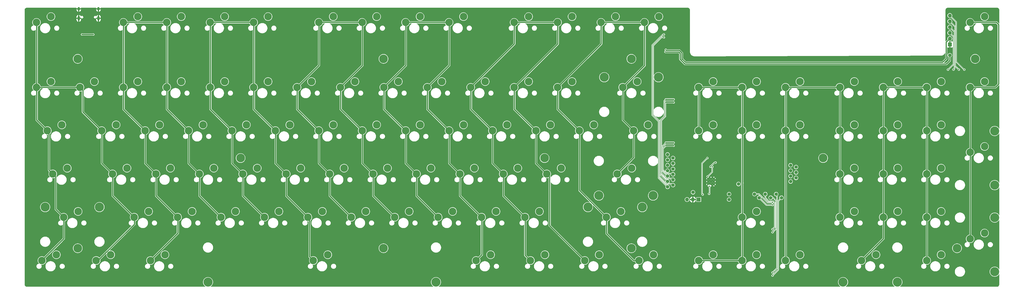
<source format=gbr>
%TF.GenerationSoftware,KiCad,Pcbnew,8.0.8*%
%TF.CreationDate,2025-02-22T23:30:55+01:00*%
%TF.ProjectId,fullsized keybored 3v3,66756c6c-7369-47a6-9564-206b6579626f,rev?*%
%TF.SameCoordinates,Original*%
%TF.FileFunction,Copper,L1,Top*%
%TF.FilePolarity,Positive*%
%FSLAX46Y46*%
G04 Gerber Fmt 4.6, Leading zero omitted, Abs format (unit mm)*
G04 Created by KiCad (PCBNEW 8.0.8) date 2025-02-22 23:30:55*
%MOMM*%
%LPD*%
G01*
G04 APERTURE LIST*
%TA.AperFunction,ComponentPad*%
%ADD10C,1.500000*%
%TD*%
%TA.AperFunction,ComponentPad*%
%ADD11C,3.800000*%
%TD*%
%TA.AperFunction,ComponentPad*%
%ADD12C,4.000000*%
%TD*%
%TA.AperFunction,ComponentPad*%
%ADD13C,3.300000*%
%TD*%
%TA.AperFunction,ComponentPad*%
%ADD14R,1.700000X1.700000*%
%TD*%
%TA.AperFunction,ComponentPad*%
%ADD15O,1.700000X1.700000*%
%TD*%
%TA.AperFunction,ComponentPad*%
%ADD16C,0.600000*%
%TD*%
%TA.AperFunction,ComponentPad*%
%ADD17O,1.000000X1.600000*%
%TD*%
%TA.AperFunction,ComponentPad*%
%ADD18O,1.000000X2.100000*%
%TD*%
%TA.AperFunction,ViaPad*%
%ADD19C,0.600000*%
%TD*%
%TA.AperFunction,Conductor*%
%ADD20C,0.200000*%
%TD*%
%TA.AperFunction,Conductor*%
%ADD21C,0.500000*%
%TD*%
%TA.AperFunction,Conductor*%
%ADD22C,0.250000*%
%TD*%
%TA.AperFunction,Conductor*%
%ADD23C,0.350000*%
%TD*%
G04 APERTURE END LIST*
D10*
%TO.P,J31,1,Pin_1*%
%TO.N,COL2*%
X299243750Y-106362500D03*
%TD*%
%TO.P,J29,1,Pin_1*%
%TO.N,COL4*%
X299243750Y-108743750D03*
%TD*%
%TO.P,J23,1,Pin_1*%
%TO.N,ROW2*%
X299243750Y-115887500D03*
%TD*%
%TO.P,J21,1,Pin_1*%
%TO.N,ROW0*%
X299243750Y-118268750D03*
%TD*%
%TO.P,J11,1,Pin_1*%
%TO.N,COL10*%
X353218750Y-113506250D03*
%TD*%
%TO.P,J14,1,Pin_1*%
%TO.N,COL7*%
X330357184Y-117008098D03*
%TD*%
D11*
%TO.P,H7,1*%
%TO.N,N/C*%
X283368750Y-145256250D03*
%TD*%
D10*
%TO.P,J10,1,Pin_1*%
%TO.N,/GPIO15*%
X326231250Y-123825000D03*
%TD*%
%TO.P,J30,1,Pin_1*%
%TO.N,COL3*%
X301625000Y-107950000D03*
%TD*%
%TO.P,J32,1,Pin_1*%
%TO.N,COL1*%
X301625000Y-105568750D03*
%TD*%
%TO.P,J33,1,Pin_1*%
%TO.N,COL0*%
X299243750Y-103981250D03*
%TD*%
%TO.P,J28,1,Pin_1*%
%TO.N,COL5*%
X301625000Y-110331250D03*
%TD*%
D12*
%TO.P,S7,*%
%TO.N,*%
X442753750Y-131762500D03*
X442753750Y-155575000D03*
%TD*%
D10*
%TO.P,J25,1,Pin_1*%
%TO.N,ROW4*%
X299243750Y-113506250D03*
%TD*%
D11*
%TO.P,H8,1*%
%TO.N,N/C*%
X426243750Y-145256250D03*
%TD*%
%TO.P,H3,1*%
%TO.N,N/C*%
X283368750Y-61912500D03*
%TD*%
D12*
%TO.P,S8,*%
%TO.N,*%
X442753750Y-93662500D03*
X442753750Y-117475000D03*
%TD*%
D10*
%TO.P,J16,1,Pin_1*%
%TO.N,ROW10*%
X346868750Y-121443750D03*
%TD*%
D11*
%TO.P,H11,1*%
%TO.N,N/C*%
X367506250Y-105568750D03*
%TD*%
D10*
%TO.P,J20,1,Pin_1*%
%TO.N,ROW6*%
X337343750Y-121443750D03*
%TD*%
%TO.P,J26,1,Pin_1*%
%TO.N,ROW5*%
X301625000Y-112712500D03*
%TD*%
D11*
%TO.P,H1,1*%
%TO.N,N/C*%
X40481250Y-61912500D03*
%TD*%
D10*
%TO.P,J19,1,Pin_1*%
%TO.N,ROW7*%
X339437500Y-123031250D03*
%TD*%
%TO.P,J24,1,Pin_1*%
%TO.N,ROW3*%
X301625000Y-115093750D03*
%TD*%
%TO.P,J17,1,Pin_1*%
%TO.N,ROW9*%
X344487500Y-123031250D03*
%TD*%
%TO.P,J4,1,Pin_1*%
%TO.N,/GPIO14*%
X326231250Y-121443750D03*
%TD*%
D11*
%TO.P,H2,1*%
%TO.N,N/C*%
X174625000Y-61912500D03*
%TD*%
D12*
%TO.P,S2,*%
%TO.N,*%
X26193750Y-127158750D03*
X50006250Y-127158750D03*
%TD*%
D10*
%TO.P,J6,1,Pin_1*%
%TO.N,CS_3V3*%
X355600000Y-109537500D03*
%TD*%
D11*
%TO.P,H4,1*%
%TO.N,N/C*%
X434181250Y-61912500D03*
%TD*%
%TO.P,H5,1*%
%TO.N,N/C*%
X40481250Y-145256250D03*
%TD*%
%TO.P,H6,1*%
%TO.N,N/C*%
X174625000Y-145256250D03*
%TD*%
D10*
%TO.P,J15,1,Pin_1*%
%TO.N,ROW11*%
X349250000Y-123031250D03*
%TD*%
%TO.P,J27,1,Pin_1*%
%TO.N,COL6*%
X299243750Y-111125000D03*
%TD*%
%TO.P,J18,1,Pin_1*%
%TO.N,ROW8*%
X342106250Y-121443750D03*
%TD*%
D12*
%TO.P,S3,*%
%TO.N,*%
X264318750Y-127158750D03*
X288131250Y-127158750D03*
%TD*%
D10*
%TO.P,J22,1,Pin_1*%
%TO.N,ROW1*%
X301625000Y-117475000D03*
%TD*%
%TO.P,J13,1,Pin_1*%
%TO.N,COL8*%
X353218750Y-115887500D03*
%TD*%
%TO.P,J3,1,Pin_1*%
%TO.N,/GPIO16*%
X310400000Y-120650000D03*
%TD*%
D12*
%TO.P,S1,*%
%TO.N,*%
X197643750Y-160178750D03*
X97631250Y-160178750D03*
%TD*%
%TO.P,S5,*%
%TO.N,*%
X271462500Y-70008750D03*
X295275000Y-70008750D03*
%TD*%
D11*
%TO.P,H10,1*%
%TO.N,N/C*%
X245268750Y-105568750D03*
%TD*%
D10*
%TO.P,J12,1,Pin_1*%
%TO.N,COL9*%
X355600000Y-114300000D03*
%TD*%
%TO.P,J8,1,Pin_1*%
%TO.N,DIN_3V3*%
X355600000Y-111918750D03*
%TD*%
%TO.P,J5,1,Pin_1*%
%TO.N,Reset_3V3*%
X353218750Y-108743750D03*
%TD*%
D12*
%TO.P,S6,*%
%TO.N,*%
X400050000Y-160178750D03*
X376237500Y-160178750D03*
%TD*%
D10*
%TO.P,J7,1,Pin_1*%
%TO.N,CLK_3V3*%
X353218750Y-111125000D03*
%TD*%
D12*
%TO.P,S4,*%
%TO.N,*%
X292893750Y-122078750D03*
X269081250Y-122078750D03*
%TD*%
D11*
%TO.P,H9,1*%
%TO.N,N/C*%
X111918750Y-105568750D03*
%TD*%
D10*
%TO.P,J9,1,Pin_1*%
%TO.N,+5V*%
X423068750Y-60325000D03*
%TD*%
D13*
%TO.P,MX45,1,1*%
%TO.N,COL4*%
X203358750Y-93503750D03*
%TO.P,MX45,2,2*%
%TO.N,Net-(D45-A)*%
X209708750Y-90963750D03*
%TD*%
%TO.P,MX98,1,1*%
%TO.N,COL7*%
X312896250Y-150653750D03*
%TO.P,MX98,2,2*%
%TO.N,Net-(D98-A)*%
X319246250Y-148113750D03*
%TD*%
%TO.P,MX57,1,1*%
%TO.N,COL0*%
X29527500Y-112553750D03*
%TO.P,MX57,2,2*%
%TO.N,Net-(D57-A)*%
X35877500Y-110013750D03*
%TD*%
%TO.P,MX27,1,1*%
%TO.N,COL6*%
X250983750Y-74453750D03*
%TO.P,MX27,2,2*%
%TO.N,Net-(D27-A)*%
X257333750Y-71913750D03*
%TD*%
%TO.P,MX40,1,1*%
%TO.N,COL2*%
X108108750Y-93503750D03*
%TO.P,MX40,2,2*%
%TO.N,Net-(D40-A)*%
X114458750Y-90963750D03*
%TD*%
%TO.P,MX60,1,1*%
%TO.N,COL1*%
X93821250Y-112553750D03*
%TO.P,MX60,2,2*%
%TO.N,Net-(D60-A)*%
X100171250Y-110013750D03*
%TD*%
%TO.P,MX17,1,1*%
%TO.N,COL1*%
X60483750Y-74453750D03*
%TO.P,MX17,2,2*%
%TO.N,Net-(D17-A)*%
X66833750Y-71913750D03*
%TD*%
%TO.P,MX84,1,1*%
%TO.N,COL6*%
X272415000Y-131603750D03*
%TO.P,MX84,2,2*%
%TO.N,Net-(D84-A)*%
X278765000Y-129063750D03*
%TD*%
%TO.P,MX33,1,1*%
%TO.N,COL9*%
X393858750Y-74453750D03*
%TO.P,MX33,2,2*%
%TO.N,Net-(D33-A)*%
X400208750Y-71913750D03*
%TD*%
%TO.P,MX7,1,1*%
%TO.N,COL3*%
X165258750Y-45878750D03*
%TO.P,MX7,2,2*%
%TO.N,Net-(D7-A)*%
X171608750Y-43338750D03*
%TD*%
%TO.P,MX8,1,1*%
%TO.N,COL4*%
X184308750Y-45878750D03*
%TO.P,MX8,2,2*%
%TO.N,Net-(D8-A)*%
X190658750Y-43338750D03*
%TD*%
%TO.P,MX18,1,1*%
%TO.N,COL1*%
X79533750Y-74453750D03*
%TO.P,MX18,2,2*%
%TO.N,Net-(D18-A)*%
X85883750Y-71913750D03*
%TD*%
%TO.P,MX65,1,1*%
%TO.N,COL4*%
X189071250Y-112553750D03*
%TO.P,MX65,2,2*%
%TO.N,Net-(D65-A)*%
X195421250Y-110013750D03*
%TD*%
%TO.P,MX80,1,1*%
%TO.N,COL3*%
X179546250Y-131603750D03*
%TO.P,MX80,2,2*%
%TO.N,Net-(D80-A)*%
X185896250Y-129063750D03*
%TD*%
%TO.P,MX88,1,1*%
%TO.N,COL9*%
X412908750Y-131603750D03*
%TO.P,MX88,2,2*%
%TO.N,Net-(D88-A)*%
X419258750Y-129063750D03*
%TD*%
%TO.P,MX38,1,1*%
%TO.N,COL1*%
X70008750Y-93503750D03*
%TO.P,MX38,2,2*%
%TO.N,Net-(D38-A)*%
X76358750Y-90963750D03*
%TD*%
%TO.P,MX74,1,1*%
%TO.N,COL0*%
X65246250Y-131603750D03*
%TO.P,MX74,2,2*%
%TO.N,Net-(D74-A)*%
X71596250Y-129063750D03*
%TD*%
%TO.P,MX66,1,1*%
%TO.N,COL4*%
X208121250Y-112553750D03*
%TO.P,MX66,2,2*%
%TO.N,Net-(D66-A)*%
X214471250Y-110013750D03*
%TD*%
%TO.P,MX71,1,1*%
%TO.N,COL9*%
X393858750Y-112553750D03*
%TO.P,MX71,2,2*%
%TO.N,Net-(D71-A)*%
X400208750Y-110013750D03*
%TD*%
%TO.P,MX75,1,1*%
%TO.N,COL1*%
X84296250Y-131603750D03*
%TO.P,MX75,2,2*%
%TO.N,Net-(D75-A)*%
X90646250Y-129063750D03*
%TD*%
%TO.P,MX39,1,1*%
%TO.N,COL1*%
X89058750Y-93503750D03*
%TO.P,MX39,2,2*%
%TO.N,Net-(D39-A)*%
X95408750Y-90963750D03*
%TD*%
%TO.P,MX83,1,1*%
%TO.N,COL5*%
X236696250Y-131603750D03*
%TO.P,MX83,2,2*%
%TO.N,Net-(D83-A)*%
X243046250Y-129063750D03*
%TD*%
%TO.P,MX76,1,1*%
%TO.N,COL1*%
X103346250Y-131603750D03*
%TO.P,MX76,2,2*%
%TO.N,Net-(D76-A)*%
X109696250Y-129063750D03*
%TD*%
%TO.P,MX78,1,1*%
%TO.N,COL2*%
X141446250Y-131603750D03*
%TO.P,MX78,2,2*%
%TO.N,Net-(D78-A)*%
X147796250Y-129063750D03*
%TD*%
%TO.P,MX87,1,1*%
%TO.N,COL9*%
X393858750Y-131603750D03*
%TO.P,MX87,2,2*%
%TO.N,Net-(D87-A)*%
X400208750Y-129063750D03*
%TD*%
%TO.P,MX79,1,1*%
%TO.N,COL3*%
X160496250Y-131603750D03*
%TO.P,MX79,2,2*%
%TO.N,Net-(D79-A)*%
X166846250Y-129063750D03*
%TD*%
%TO.P,MX95,1,1*%
%TO.N,COL5*%
X239077500Y-150653750D03*
%TO.P,MX95,2,2*%
%TO.N,Net-(D95-A)*%
X245427500Y-148113750D03*
%TD*%
D14*
%TO.P,J2,1,Pin_1*%
%TO.N,GND*%
X423068750Y-55562500D03*
D15*
%TO.P,J2,2,Pin_2*%
%TO.N,+3V3*%
X423068750Y-53022500D03*
%TO.P,J2,3,Pin_3*%
%TO.N,Reset_3V3*%
X423068750Y-50482500D03*
%TO.P,J2,4,Pin_4*%
%TO.N,CS_3V3*%
X423068750Y-47942500D03*
%TO.P,J2,5,Pin_5*%
%TO.N,CLK_3V3*%
X423068750Y-45402500D03*
%TO.P,J2,6,Pin_6*%
%TO.N,DIN_3V3*%
X423068750Y-42862500D03*
%TD*%
D13*
%TO.P,MX1,1,1*%
%TO.N,COL0*%
X22383750Y-45878750D03*
%TO.P,MX1,2,2*%
%TO.N,Net-(D1-A)*%
X28733750Y-43338750D03*
%TD*%
%TO.P,MX93,1,1*%
%TO.N,COL2*%
X143827500Y-150653750D03*
%TO.P,MX93,2,2*%
%TO.N,Net-(D93-A)*%
X150177500Y-148113750D03*
%TD*%
%TO.P,MX22,1,1*%
%TO.N,COL3*%
X155733750Y-74453750D03*
%TO.P,MX22,2,2*%
%TO.N,Net-(D22-A)*%
X162083750Y-71913750D03*
%TD*%
%TO.P,MX43,1,1*%
%TO.N,COL3*%
X165258750Y-93503750D03*
%TO.P,MX43,2,2*%
%TO.N,Net-(D43-A)*%
X171608750Y-90963750D03*
%TD*%
%TO.P,MX97,1,1*%
%TO.N,COL6*%
X286702500Y-150653750D03*
%TO.P,MX97,2,2*%
%TO.N,Net-(D97-A)*%
X293052500Y-148113750D03*
%TD*%
%TO.P,MX62,1,1*%
%TO.N,COL2*%
X131921250Y-112553750D03*
%TO.P,MX62,2,2*%
%TO.N,Net-(D62-A)*%
X138271250Y-110013750D03*
%TD*%
%TO.P,MX73,1,1*%
%TO.N,COL0*%
X34290000Y-131603750D03*
%TO.P,MX73,2,2*%
%TO.N,Net-(D73-A)*%
X40640000Y-129063750D03*
%TD*%
%TO.P,MX2,1,1*%
%TO.N,COL1*%
X60483750Y-45878750D03*
%TO.P,MX2,2,2*%
%TO.N,Net-(D2-A)*%
X66833750Y-43338750D03*
%TD*%
%TO.P,MX15,1,1*%
%TO.N,COL0*%
X22383750Y-74453750D03*
%TO.P,MX15,2,2*%
%TO.N,Net-(D15-A)*%
X28733750Y-71913750D03*
%TD*%
%TO.P,MX94,1,1*%
%TO.N,COL4*%
X215265000Y-150653750D03*
%TO.P,MX94,2,2*%
%TO.N,Net-(D94-A)*%
X221615000Y-148113750D03*
%TD*%
%TO.P,MX53,1,1*%
%TO.N,COL8*%
X374808750Y-93503750D03*
%TO.P,MX53,2,2*%
%TO.N,Net-(D53-A)*%
X381158750Y-90963750D03*
%TD*%
%TO.P,MX101,1,1*%
%TO.N,COL9*%
X384333750Y-150653750D03*
%TO.P,MX101,2,2*%
%TO.N,Net-(D101-A)*%
X390683750Y-148113750D03*
%TD*%
%TO.P,MX12,1,1*%
%TO.N,COL6*%
X270033750Y-45878750D03*
%TO.P,MX12,2,2*%
%TO.N,Net-(D12-A)*%
X276383750Y-43338750D03*
%TD*%
%TO.P,MX41,1,1*%
%TO.N,COL2*%
X127158750Y-93503750D03*
%TO.P,MX41,2,2*%
%TO.N,Net-(D41-A)*%
X133508750Y-90963750D03*
%TD*%
%TO.P,MX92,1,1*%
%TO.N,COL1*%
X72390000Y-150653750D03*
%TO.P,MX92,2,2*%
%TO.N,Net-(D92-A)*%
X78740000Y-148113750D03*
%TD*%
%TO.P,MX4,1,1*%
%TO.N,COL2*%
X98583750Y-45878750D03*
%TO.P,MX4,2,2*%
%TO.N,Net-(D4-A)*%
X104933750Y-43338750D03*
%TD*%
%TO.P,MX63,1,1*%
%TO.N,COL3*%
X150971250Y-112553750D03*
%TO.P,MX63,2,2*%
%TO.N,Net-(D63-A)*%
X157321250Y-110013750D03*
%TD*%
%TO.P,MX34,1,1*%
%TO.N,COL9*%
X412908750Y-74453750D03*
%TO.P,MX34,2,2*%
%TO.N,Net-(D34-A)*%
X419258750Y-71913750D03*
%TD*%
%TO.P,MX3,1,1*%
%TO.N,COL1*%
X79533750Y-45878750D03*
%TO.P,MX3,2,2*%
%TO.N,Net-(D3-A)*%
X85883750Y-43338750D03*
%TD*%
%TO.P,MX21,1,1*%
%TO.N,COL3*%
X136683750Y-74453750D03*
%TO.P,MX21,2,2*%
%TO.N,Net-(D21-A)*%
X143033750Y-71913750D03*
%TD*%
%TO.P,MX96,1,1*%
%TO.N,COL5*%
X262890000Y-150653750D03*
%TO.P,MX96,2,2*%
%TO.N,Net-(D96-A)*%
X269240000Y-148113750D03*
%TD*%
%TO.P,MX25,1,1*%
%TO.N,COL5*%
X212883750Y-74453750D03*
%TO.P,MX25,2,2*%
%TO.N,Net-(D25-A)*%
X219233750Y-71913750D03*
%TD*%
%TO.P,MX47,1,1*%
%TO.N,COL5*%
X241458750Y-93503750D03*
%TO.P,MX47,2,2*%
%TO.N,Net-(D47-A)*%
X247808750Y-90963750D03*
%TD*%
%TO.P,MX26,1,1*%
%TO.N,COL5*%
X231933750Y-74453750D03*
%TO.P,MX26,2,2*%
%TO.N,Net-(D26-A)*%
X238283750Y-71913750D03*
%TD*%
%TO.P,MX50,1,1*%
%TO.N,COL7*%
X312896250Y-93503750D03*
%TO.P,MX50,2,2*%
%TO.N,Net-(D50-A)*%
X319246250Y-90963750D03*
%TD*%
%TO.P,MX11,1,1*%
%TO.N,COL5*%
X250983750Y-45878750D03*
%TO.P,MX11,2,2*%
%TO.N,Net-(D11-A)*%
X257333750Y-43338750D03*
%TD*%
%TO.P,MX91,1,1*%
%TO.N,COL0*%
X48577500Y-150653750D03*
%TO.P,MX91,2,2*%
%TO.N,Net-(D91-A)*%
X54927500Y-148113750D03*
%TD*%
%TO.P,MX67,1,1*%
%TO.N,COL5*%
X227171250Y-112553750D03*
%TO.P,MX67,2,2*%
%TO.N,Net-(D67-A)*%
X233521250Y-110013750D03*
%TD*%
%TO.P,MX30,1,1*%
%TO.N,COL7*%
X331946250Y-74453750D03*
%TO.P,MX30,2,2*%
%TO.N,Net-(D30-A)*%
X338296250Y-71913750D03*
%TD*%
%TO.P,MX9,1,1*%
%TO.N,COL4*%
X203358750Y-45878750D03*
%TO.P,MX9,2,2*%
%TO.N,Net-(D9-A)*%
X209708750Y-43338750D03*
%TD*%
%TO.P,MX68,1,1*%
%TO.N,COL5*%
X246221250Y-112553750D03*
%TO.P,MX68,2,2*%
%TO.N,Net-(D68-A)*%
X252571250Y-110013750D03*
%TD*%
D16*
%TO.P,U1,57,GND*%
%TO.N,GND*%
X319568750Y-117162500D03*
X319568750Y-115887500D03*
X319568750Y-114612500D03*
X318293750Y-117162500D03*
X318293750Y-115887500D03*
X318293750Y-114612500D03*
X317018750Y-117162500D03*
X317018750Y-115887500D03*
X317018750Y-114612500D03*
%TD*%
D13*
%TO.P,MX72,1,1*%
%TO.N,COL9*%
X412908750Y-112553750D03*
%TO.P,MX72,2,2*%
%TO.N,Net-(D72-A)*%
X419258750Y-110013750D03*
%TD*%
%TO.P,MX48,1,1*%
%TO.N,COL6*%
X260508750Y-93503750D03*
%TO.P,MX48,2,2*%
%TO.N,Net-(D48-A)*%
X266858750Y-90963750D03*
%TD*%
%TO.P,MX52,1,1*%
%TO.N,COL8*%
X350996250Y-93503750D03*
%TO.P,MX52,2,2*%
%TO.N,Net-(D52-A)*%
X357346250Y-90963750D03*
%TD*%
%TO.P,MX20,1,1*%
%TO.N,COL2*%
X117633750Y-74453750D03*
%TO.P,MX20,2,2*%
%TO.N,Net-(D20-A)*%
X123983750Y-71913750D03*
%TD*%
%TO.P,MX32,1,1*%
%TO.N,COL8*%
X374808750Y-74453750D03*
%TO.P,MX32,2,2*%
%TO.N,Net-(D32-A)*%
X381158750Y-71913750D03*
%TD*%
%TO.P,MX51,1,1*%
%TO.N,COL7*%
X331946250Y-93503750D03*
%TO.P,MX51,2,2*%
%TO.N,Net-(D51-A)*%
X338296250Y-90963750D03*
%TD*%
%TO.P,MX36,1,1*%
%TO.N,COL0*%
X27146250Y-93503750D03*
%TO.P,MX36,2,2*%
%TO.N,Net-(D36-A)*%
X33496250Y-90963750D03*
%TD*%
%TO.P,MX102,1,1*%
%TO.N,COL9*%
X412908750Y-150653750D03*
%TO.P,MX102,2,2*%
%TO.N,Net-(D102-A)*%
X419258750Y-148113750D03*
%TD*%
%TO.P,MX64,1,1*%
%TO.N,COL3*%
X170021250Y-112553750D03*
%TO.P,MX64,2,2*%
%TO.N,Net-(D64-A)*%
X176371250Y-110013750D03*
%TD*%
%TO.P,MX69,1,1*%
%TO.N,COL6*%
X277177500Y-112553750D03*
%TO.P,MX69,2,2*%
%TO.N,Net-(D69-A)*%
X283527500Y-110013750D03*
%TD*%
%TO.P,MX35,1,1*%
%TO.N,COL10*%
X431958750Y-74453750D03*
%TO.P,MX35,2,2*%
%TO.N,Net-(D35-A)*%
X438308750Y-71913750D03*
%TD*%
%TO.P,MX82,1,1*%
%TO.N,COL4*%
X217646250Y-131603750D03*
%TO.P,MX82,2,2*%
%TO.N,Net-(D82-A)*%
X223996250Y-129063750D03*
%TD*%
%TO.P,MX44,1,1*%
%TO.N,COL4*%
X184308750Y-93503750D03*
%TO.P,MX44,2,2*%
%TO.N,Net-(D44-A)*%
X190658750Y-90963750D03*
%TD*%
%TO.P,MX89,1,1*%
%TO.N,COL10*%
X431958750Y-141128750D03*
%TO.P,MX89,2,2*%
%TO.N,Net-(D89-A)*%
X438308750Y-138588750D03*
%TD*%
%TO.P,MX55,1,1*%
%TO.N,COL9*%
X412908750Y-93503750D03*
%TO.P,MX55,2,2*%
%TO.N,Net-(D55-A)*%
X419258750Y-90963750D03*
%TD*%
%TO.P,MX23,1,1*%
%TO.N,COL4*%
X174783750Y-74453750D03*
%TO.P,MX23,2,2*%
%TO.N,Net-(D23-A)*%
X181133750Y-71913750D03*
%TD*%
%TO.P,MX61,1,1*%
%TO.N,COL2*%
X112871250Y-112553750D03*
%TO.P,MX61,2,2*%
%TO.N,Net-(D61-A)*%
X119221250Y-110013750D03*
%TD*%
%TO.P,MX58,1,1*%
%TO.N,COL0*%
X55721250Y-112553750D03*
%TO.P,MX58,2,2*%
%TO.N,Net-(D58-A)*%
X62071250Y-110013750D03*
%TD*%
%TO.P,MX46,1,1*%
%TO.N,COL5*%
X222408750Y-93503750D03*
%TO.P,MX46,2,2*%
%TO.N,Net-(D46-A)*%
X228758750Y-90963750D03*
%TD*%
D14*
%TO.P,SWD1,1,Pin_1*%
%TO.N,SWCLK*%
X312896250Y-123825000D03*
D15*
%TO.P,SWD1,2,Pin_2*%
%TO.N,GND*%
X310356250Y-123825000D03*
%TO.P,SWD1,3,Pin_3*%
%TO.N,SWD*%
X307816250Y-123825000D03*
%TD*%
D13*
%TO.P,MX24,1,1*%
%TO.N,COL4*%
X193833750Y-74453750D03*
%TO.P,MX24,2,2*%
%TO.N,Net-(D24-A)*%
X200183750Y-71913750D03*
%TD*%
%TO.P,MX42,1,1*%
%TO.N,COL3*%
X146208750Y-93503750D03*
%TO.P,MX42,2,2*%
%TO.N,Net-(D42-A)*%
X152558750Y-90963750D03*
%TD*%
%TO.P,MX54,1,1*%
%TO.N,COL9*%
X393858750Y-93503750D03*
%TO.P,MX54,2,2*%
%TO.N,Net-(D54-A)*%
X400208750Y-90963750D03*
%TD*%
%TO.P,MX28,1,1*%
%TO.N,COL6*%
X279558750Y-74453750D03*
%TO.P,MX28,2,2*%
%TO.N,Net-(D28-A)*%
X285908750Y-71913750D03*
%TD*%
%TO.P,MX49,1,1*%
%TO.N,COL6*%
X284321250Y-93503750D03*
%TO.P,MX49,2,2*%
%TO.N,Net-(D49-A)*%
X290671250Y-90963750D03*
%TD*%
%TO.P,MX90,1,1*%
%TO.N,COL0*%
X24765000Y-150653750D03*
%TO.P,MX90,2,2*%
%TO.N,Net-(D90-A)*%
X31115000Y-148113750D03*
%TD*%
%TO.P,MX16,1,1*%
%TO.N,COL0*%
X41433750Y-74453750D03*
%TO.P,MX16,2,2*%
%TO.N,Net-(D16-A)*%
X47783750Y-71913750D03*
%TD*%
%TO.P,MX70,1,1*%
%TO.N,COL8*%
X374808750Y-112553750D03*
%TO.P,MX70,2,2*%
%TO.N,Net-(D70-A)*%
X381158750Y-110013750D03*
%TD*%
%TO.P,MX29,1,1*%
%TO.N,COL7*%
X312896250Y-74453750D03*
%TO.P,MX29,2,2*%
%TO.N,Net-(D29-A)*%
X319246250Y-71913750D03*
%TD*%
D17*
%TO.P,J1,S1,SHIELD*%
%TO.N,GND*%
X40923750Y-39925000D03*
D18*
X40923750Y-44105000D03*
D17*
X49563750Y-39925000D03*
D18*
X49563750Y-44105000D03*
%TD*%
D13*
%TO.P,MX13,1,1*%
%TO.N,COL6*%
X289083750Y-45878750D03*
%TO.P,MX13,2,2*%
%TO.N,Net-(D13-A)*%
X295433750Y-43338750D03*
%TD*%
%TO.P,MX56,1,1*%
%TO.N,COL10*%
X431958750Y-103028750D03*
%TO.P,MX56,2,2*%
%TO.N,Net-(D56-A)*%
X438308750Y-100488750D03*
%TD*%
%TO.P,MX31,1,1*%
%TO.N,COL8*%
X350996250Y-74453750D03*
%TO.P,MX31,2,2*%
%TO.N,Net-(D31-A)*%
X357346250Y-71913750D03*
%TD*%
%TO.P,MX99,1,1*%
%TO.N,COL7*%
X331946250Y-150653750D03*
%TO.P,MX99,2,2*%
%TO.N,Net-(D99-A)*%
X338296250Y-148113750D03*
%TD*%
%TO.P,MX85,1,1*%
%TO.N,COL7*%
X331946250Y-131603750D03*
%TO.P,MX85,2,2*%
%TO.N,Net-(D85-A)*%
X338296250Y-129063750D03*
%TD*%
%TO.P,MX86,1,1*%
%TO.N,COL8*%
X374808750Y-131603750D03*
%TO.P,MX86,2,2*%
%TO.N,Net-(D86-A)*%
X381158750Y-129063750D03*
%TD*%
%TO.P,MX37,1,1*%
%TO.N,COL0*%
X50958750Y-93503750D03*
%TO.P,MX37,2,2*%
%TO.N,Net-(D37-A)*%
X57308750Y-90963750D03*
%TD*%
%TO.P,MX14,1,1*%
%TO.N,COL10*%
X431958750Y-45878750D03*
%TO.P,MX14,2,2*%
%TO.N,Net-(D14-A)*%
X438308750Y-43338750D03*
%TD*%
%TO.P,MX6,1,1*%
%TO.N,COL3*%
X146208750Y-45878750D03*
%TO.P,MX6,2,2*%
%TO.N,Net-(D6-A)*%
X152558750Y-43338750D03*
%TD*%
%TO.P,MX81,1,1*%
%TO.N,COL4*%
X198596250Y-131603750D03*
%TO.P,MX81,2,2*%
%TO.N,Net-(D81-A)*%
X204946250Y-129063750D03*
%TD*%
%TO.P,MX19,1,1*%
%TO.N,COL2*%
X98583750Y-74453750D03*
%TO.P,MX19,2,2*%
%TO.N,Net-(D19-A)*%
X104933750Y-71913750D03*
%TD*%
%TO.P,MX5,1,1*%
%TO.N,COL2*%
X117633750Y-45878750D03*
%TO.P,MX5,2,2*%
%TO.N,Net-(D5-A)*%
X123983750Y-43338750D03*
%TD*%
%TO.P,MX10,1,1*%
%TO.N,COL5*%
X231933750Y-45878750D03*
%TO.P,MX10,2,2*%
%TO.N,Net-(D10-A)*%
X238283750Y-43338750D03*
%TD*%
%TO.P,MX100,1,1*%
%TO.N,COL8*%
X350996250Y-150653750D03*
%TO.P,MX100,2,2*%
%TO.N,Net-(D100-A)*%
X357346250Y-148113750D03*
%TD*%
%TO.P,MX77,1,1*%
%TO.N,COL2*%
X122396250Y-131603750D03*
%TO.P,MX77,2,2*%
%TO.N,Net-(D77-A)*%
X128746250Y-129063750D03*
%TD*%
%TO.P,MX59,1,1*%
%TO.N,COL1*%
X74771250Y-112553750D03*
%TO.P,MX59,2,2*%
%TO.N,Net-(D59-A)*%
X81121250Y-110013750D03*
%TD*%
D19*
%TO.N,ROW0*%
X42326267Y-51188072D03*
X297656250Y-51187500D03*
X47314897Y-51188683D03*
%TO.N,ROW1*%
X297661484Y-52501371D03*
%TO.N,ROW2*%
X298450000Y-79762500D03*
X301906250Y-79769023D03*
%TO.N,ROW3*%
X298450000Y-81075000D03*
X301906250Y-81080277D03*
%TO.N,ROW4*%
X301906250Y-98817591D03*
X298493750Y-98809739D03*
%TO.N,ROW5*%
X301906250Y-100136697D03*
X298493750Y-100127660D03*
%TO.N,COL7*%
X332073920Y-116485613D03*
%TO.N,ROW6*%
X345281250Y-125118954D03*
%TO.N,ROW7*%
X345281250Y-126206250D03*
%TO.N,ROW8*%
X345281250Y-136912500D03*
%TO.N,ROW9*%
X345281250Y-138225000D03*
%TO.N,ROW10*%
X345281250Y-155962500D03*
%TO.N,ROW11*%
X345281250Y-157275000D03*
%TO.N,+3V3*%
X320315690Y-107551293D03*
X298450000Y-57943750D03*
X318059942Y-109375352D03*
%TO.N,GND*%
X92868750Y-57150000D03*
X273843750Y-57150000D03*
X309433417Y-102927962D03*
X142081250Y-57150000D03*
X277812500Y-57150000D03*
X215900000Y-57150000D03*
X300037500Y-70643750D03*
X257175000Y-57150000D03*
X113506250Y-57150000D03*
X306190275Y-102924099D03*
X316649403Y-123929194D03*
X130175000Y-57150000D03*
X291306250Y-57150000D03*
X171450000Y-57150000D03*
X105568750Y-57150000D03*
X313241655Y-109241120D03*
X68262500Y-57150000D03*
X322050102Y-126833707D03*
X43654960Y-49211401D03*
X80962500Y-57150000D03*
X122237500Y-57150000D03*
X48896578Y-57617317D03*
X253206250Y-57150000D03*
X261143750Y-57150000D03*
X300037500Y-86518750D03*
X316177109Y-109219376D03*
X47820245Y-57617317D03*
X196056250Y-57150000D03*
X126206250Y-57150000D03*
X245268750Y-57150000D03*
X76993750Y-57150000D03*
X45243750Y-41275000D03*
X300037500Y-74612500D03*
X150812500Y-57150000D03*
X300037500Y-94456250D03*
X310980269Y-111285066D03*
X134143750Y-57150000D03*
X224631250Y-57150000D03*
X240506250Y-57150000D03*
X318212150Y-106838540D03*
X309999476Y-116895484D03*
X44450000Y-54768750D03*
X187325000Y-57150000D03*
X166687500Y-57150000D03*
X46993749Y-52387500D03*
X300037500Y-90487500D03*
X158750000Y-57150000D03*
X183356250Y-57150000D03*
X191293750Y-57150000D03*
X296068750Y-57150000D03*
X319248619Y-106874780D03*
X47625000Y-49212500D03*
X179387500Y-57150000D03*
X154781250Y-57150000D03*
X281781250Y-57150000D03*
X302922962Y-102927962D03*
X300037500Y-82550000D03*
X228600000Y-57150000D03*
X64293750Y-57150000D03*
X200025000Y-57150000D03*
X88900000Y-57150000D03*
X52387500Y-57150000D03*
X300037500Y-61912500D03*
X84931250Y-57150000D03*
X138112500Y-57150000D03*
X310991141Y-112274422D03*
X162718750Y-57150000D03*
X109537500Y-57150000D03*
X207962500Y-57150000D03*
X73025000Y-57150000D03*
X175418750Y-57150000D03*
X285750000Y-57150000D03*
X47625000Y-54768750D03*
X101600000Y-57150000D03*
X310356250Y-125412500D03*
X325879502Y-112285872D03*
X423068750Y-57943750D03*
X323388496Y-125778995D03*
X220662500Y-57150000D03*
X97631250Y-57150000D03*
X42656021Y-57682549D03*
X211931250Y-57150000D03*
X265112500Y-57150000D03*
X300037500Y-65881250D03*
X300856754Y-102089350D03*
X236537500Y-57150000D03*
X300037500Y-78581250D03*
X326952975Y-116895613D03*
X322991344Y-107551685D03*
X56356250Y-57150000D03*
%TO.N,+1V1*%
X318859853Y-109387447D03*
X316862500Y-113662500D03*
X317649227Y-117987500D03*
X317443063Y-121309030D03*
%TO.N,+5V*%
X298319671Y-58874082D03*
%TO.N,~{RESET}*%
X316706250Y-105568750D03*
X314663174Y-121591360D03*
%TO.N,CS_3V3*%
X424656250Y-66675000D03*
%TO.N,Reset_3V3*%
X422275000Y-66675000D03*
%TO.N,CLK_3V3*%
X427037500Y-66675000D03*
%TO.N,DIN_3V3*%
X429418750Y-66675000D03*
%TD*%
D20*
%TO.N,ROW0*%
X297213971Y-51187500D02*
X292493750Y-55907721D01*
X292493750Y-55907721D02*
X292493750Y-86684436D01*
X295275000Y-89465686D02*
X295275000Y-114300000D01*
X292493750Y-86684436D02*
X295275000Y-89465686D01*
D21*
X47314897Y-51188683D02*
X42326878Y-51188683D01*
D20*
X297656250Y-51187500D02*
X297213971Y-51187500D01*
D21*
X42326878Y-51188683D02*
X42326267Y-51188072D01*
D20*
X295275000Y-114300000D02*
X299243750Y-118268750D01*
%TO.N,ROW1*%
X292893750Y-56073407D02*
X292893750Y-86518750D01*
X301087500Y-116937500D02*
X301625000Y-117475000D01*
X297661484Y-52501371D02*
X296465786Y-52501371D01*
X296465786Y-52501371D02*
X292893750Y-56073407D01*
X295675000Y-89300000D02*
X295675000Y-113803675D01*
X295675000Y-113803675D02*
X298808825Y-116937500D01*
X298808825Y-116937500D02*
X301087500Y-116937500D01*
X292893750Y-86518750D02*
X295675000Y-89300000D01*
D21*
%TO.N,ROW2*%
X301899727Y-79762500D02*
X301906250Y-79769023D01*
D20*
X296075000Y-112718750D02*
X299243750Y-115887500D01*
X297850000Y-87118750D02*
X296075000Y-88893750D01*
X298450000Y-79762500D02*
X297850000Y-80362500D01*
X296075000Y-88893750D02*
X296075000Y-112718750D01*
D21*
X298450000Y-79762500D02*
X301899727Y-79762500D01*
D20*
X297850000Y-80362500D02*
X297850000Y-87118750D01*
%TO.N,ROW3*%
X296475000Y-112222425D02*
X298808825Y-114556250D01*
D21*
X301906250Y-81080277D02*
X298455277Y-81080277D01*
X298455277Y-81080277D02*
X298450000Y-81075000D01*
D20*
X298250000Y-81275000D02*
X298250000Y-87284436D01*
X296475000Y-89059436D02*
X296475000Y-112222425D01*
X298250000Y-87284436D02*
X296475000Y-89059436D01*
X298808825Y-114556250D02*
X301087500Y-114556250D01*
X301087500Y-114556250D02*
X301625000Y-115093750D01*
X298450000Y-81075000D02*
X298250000Y-81275000D01*
%TO.N,ROW4*%
X296875000Y-100428489D02*
X297775829Y-99527660D01*
X296875000Y-100428489D02*
X296875000Y-111137500D01*
D21*
X301898398Y-98809739D02*
X301906250Y-98817591D01*
D20*
X298493750Y-98809739D02*
X296875000Y-100428489D01*
D21*
X298493750Y-98809739D02*
X301898398Y-98809739D01*
D20*
X296875000Y-111137500D02*
X299243750Y-113506250D01*
D21*
%TO.N,ROW5*%
X301897213Y-100127660D02*
X301906250Y-100136697D01*
D20*
X298493750Y-100127660D02*
X297275000Y-101346410D01*
X297275000Y-109537500D02*
X297275000Y-110743750D01*
X297275000Y-101346410D02*
X297275000Y-109537500D01*
D21*
X298493750Y-100127660D02*
X301897213Y-100127660D01*
D20*
X298987500Y-112456250D02*
X301368750Y-112456250D01*
X301368750Y-112456250D02*
X301625000Y-112712500D01*
X297275000Y-110743750D02*
X298987500Y-112456250D01*
D21*
%TO.N,COL0*%
X22488750Y-74348750D02*
X22488750Y-45983750D01*
X34290000Y-131603750D02*
X30843600Y-128157350D01*
X34395000Y-141023750D02*
X34395000Y-131708750D01*
X27877500Y-110903750D02*
X27877500Y-94235000D01*
X65351250Y-131708750D02*
X65246250Y-131603750D01*
X49410794Y-150653750D02*
X65351250Y-134713294D01*
X29527500Y-112553750D02*
X27877500Y-110903750D01*
X22383750Y-74453750D02*
X22488750Y-74348750D01*
X27146250Y-93503750D02*
X22488750Y-88846250D01*
X51063750Y-107896250D02*
X51063750Y-93608750D01*
X30843600Y-128157350D02*
X30843600Y-113869850D01*
X48577500Y-150653750D02*
X49410794Y-150653750D01*
X65246250Y-131603750D02*
X55826250Y-122183750D01*
X27877500Y-94235000D02*
X27146250Y-93503750D01*
X42749850Y-75769850D02*
X41433750Y-74453750D01*
X55721250Y-112553750D02*
X51063750Y-107896250D01*
X22488750Y-74558750D02*
X22383750Y-74453750D01*
X51063750Y-93608750D02*
X50958750Y-93503750D01*
X42749850Y-85294850D02*
X42749850Y-75769850D01*
X55826250Y-112658750D02*
X55721250Y-112553750D01*
X30843600Y-113869850D02*
X29527500Y-112553750D01*
X24765000Y-150653750D02*
X34395000Y-141023750D01*
X55826250Y-122183750D02*
X55826250Y-112658750D01*
X41433750Y-74453750D02*
X22383750Y-74453750D01*
X50958750Y-93503750D02*
X42749850Y-85294850D01*
X22488750Y-45983750D02*
X22383750Y-45878750D01*
X65351250Y-134713294D02*
X65351250Y-131708750D01*
X34395000Y-131708750D02*
X34290000Y-131603750D01*
X22488750Y-88846250D02*
X22488750Y-74558750D01*
%TO.N,COL2*%
X117633750Y-45878750D02*
X117738750Y-45983750D01*
X132026250Y-122183750D02*
X132026250Y-112658750D01*
X98688750Y-74348750D02*
X98583750Y-74453750D01*
X108213750Y-107896250D02*
X112871250Y-112553750D01*
X112976250Y-122183750D02*
X122396250Y-131603750D01*
X117738750Y-84083750D02*
X127158750Y-93503750D01*
X98688750Y-74558750D02*
X98688750Y-84083750D01*
X108213750Y-93608750D02*
X108213750Y-107896250D01*
X98583750Y-74453750D02*
X98688750Y-74558750D01*
X112871250Y-112553750D02*
X112976250Y-112658750D01*
X117738750Y-74558750D02*
X117738750Y-84083750D01*
X98688750Y-45983750D02*
X98688750Y-74348750D01*
X127263750Y-107896250D02*
X131921250Y-112553750D01*
X117633750Y-74453750D02*
X117738750Y-74558750D01*
X143827500Y-150653750D02*
X142177500Y-149003750D01*
X98583750Y-45878750D02*
X98688750Y-45983750D01*
X132026250Y-112658750D02*
X131921250Y-112553750D01*
X112976250Y-112658750D02*
X112976250Y-122183750D01*
X117738750Y-74348750D02*
X117633750Y-74453750D01*
X127263750Y-93608750D02*
X127263750Y-107896250D01*
X142177500Y-149003750D02*
X142177500Y-132335000D01*
X141446250Y-131603750D02*
X132026250Y-122183750D01*
X117738750Y-45983750D02*
X117738750Y-74348750D01*
X127158750Y-93503750D02*
X127263750Y-93608750D01*
X142177500Y-132335000D02*
X141446250Y-131603750D01*
X98688750Y-84083750D02*
X108108750Y-93503750D01*
X117633750Y-45878750D02*
X98583750Y-45878750D01*
X108108750Y-93503750D02*
X108213750Y-93608750D01*
%TO.N,COL3*%
X165363750Y-107896250D02*
X165363750Y-93608750D01*
X165363750Y-93608750D02*
X165258750Y-93503750D01*
X146313750Y-93608750D02*
X146208750Y-93503750D01*
X170021250Y-112553750D02*
X165363750Y-107896250D01*
X165363750Y-45983750D02*
X165363750Y-64823750D01*
X146313750Y-45983750D02*
X146313750Y-64823750D01*
X146313750Y-64823750D02*
X136683750Y-74453750D01*
X179546250Y-131603750D02*
X170126250Y-122183750D01*
X150971250Y-112553750D02*
X146313750Y-107896250D01*
X165258750Y-93503750D02*
X155838750Y-84083750D01*
X155838750Y-84083750D02*
X155838750Y-74558750D01*
X165363750Y-64823750D02*
X155733750Y-74453750D01*
X165258750Y-45878750D02*
X165363750Y-45983750D01*
X136683750Y-74453750D02*
X136788750Y-74558750D01*
X170126250Y-112658750D02*
X170021250Y-112553750D01*
X151076250Y-122183750D02*
X151076250Y-112658750D01*
X151076250Y-112658750D02*
X150971250Y-112553750D01*
X146208750Y-45878750D02*
X146313750Y-45983750D01*
X136788750Y-84083750D02*
X146208750Y-93503750D01*
X136788750Y-74558750D02*
X136788750Y-84083750D01*
X170126250Y-122183750D02*
X170126250Y-112658750D01*
X160496250Y-131603750D02*
X151076250Y-122183750D01*
X165258750Y-45878750D02*
X146208750Y-45878750D01*
X146313750Y-107896250D02*
X146313750Y-93608750D01*
X155838750Y-74558750D02*
X155733750Y-74453750D01*
%TO.N,COL4*%
X184413750Y-64823750D02*
X174783750Y-74453750D01*
X184308750Y-93503750D02*
X174888750Y-84083750D01*
X203463750Y-107896250D02*
X203463750Y-93608750D01*
X184308750Y-45878750D02*
X203358750Y-45878750D01*
X217646250Y-131603750D02*
X208226250Y-122183750D01*
X189176250Y-122183750D02*
X189176250Y-112658750D01*
X184413750Y-107896250D02*
X184413750Y-93608750D01*
X193938750Y-84083750D02*
X193938750Y-74558750D01*
X174888750Y-74558750D02*
X174783750Y-74453750D01*
X203463750Y-64823750D02*
X193833750Y-74453750D01*
X184308750Y-45878750D02*
X184413750Y-45983750D01*
X208226250Y-122183750D02*
X208226250Y-112658750D01*
X208226250Y-112658750D02*
X208121250Y-112553750D01*
X198596250Y-131603750D02*
X189176250Y-122183750D01*
X184413750Y-45983750D02*
X184413750Y-64823750D01*
X208121250Y-112553750D02*
X203463750Y-107896250D01*
X189071250Y-112553750D02*
X184413750Y-107896250D01*
X174888750Y-84083750D02*
X174888750Y-74558750D01*
X193938750Y-74558750D02*
X193833750Y-74453750D01*
X184413750Y-93608750D02*
X184308750Y-93503750D01*
X215265000Y-150653750D02*
X217751250Y-148167500D01*
X189176250Y-112658750D02*
X189071250Y-112553750D01*
X217751250Y-148167500D02*
X217751250Y-131708750D01*
X217751250Y-131708750D02*
X217646250Y-131603750D01*
X203463750Y-93608750D02*
X203358750Y-93503750D01*
X203358750Y-93503750D02*
X193938750Y-84083750D01*
X203358750Y-45878750D02*
X203463750Y-45983750D01*
X203463750Y-45983750D02*
X203463750Y-64823750D01*
%TO.N,COL5*%
X227171250Y-112553750D02*
X222513750Y-107896250D01*
X241458750Y-93503750D02*
X241563750Y-93608750D01*
X212988750Y-74558750D02*
X212988750Y-84083750D01*
X236696250Y-131603750D02*
X227276250Y-122183750D01*
X262890000Y-150653750D02*
X247537350Y-135301100D01*
X222513750Y-93608750D02*
X222408750Y-93503750D01*
X247537350Y-135301100D02*
X247537350Y-113869850D01*
X236801250Y-131708750D02*
X236696250Y-131603750D01*
X232038750Y-45983750D02*
X232038750Y-55298750D01*
X227276250Y-122183750D02*
X227276250Y-112658750D01*
X241563750Y-107896250D02*
X246221250Y-112553750D01*
X231933750Y-45878750D02*
X232038750Y-45983750D01*
X251088750Y-55298750D02*
X231933750Y-74453750D01*
X239077500Y-150653750D02*
X236801250Y-148377500D01*
X251088750Y-45983750D02*
X251088750Y-55298750D01*
X227276250Y-112658750D02*
X227171250Y-112553750D01*
X247537350Y-113869850D02*
X246221250Y-112553750D01*
X232038750Y-74558750D02*
X232038750Y-84083750D01*
X222513750Y-107896250D02*
X222513750Y-93608750D01*
X250983750Y-45878750D02*
X251088750Y-45983750D01*
X232038750Y-55298750D02*
X212883750Y-74453750D01*
X212883750Y-74453750D02*
X212988750Y-74558750D01*
X231933750Y-74453750D02*
X232038750Y-74558750D01*
X236801250Y-148377500D02*
X236801250Y-131708750D01*
X212988750Y-84083750D02*
X222408750Y-93503750D01*
X232038750Y-84083750D02*
X241458750Y-93503750D01*
X241563750Y-93608750D02*
X241563750Y-107896250D01*
X231933750Y-45878750D02*
X250983750Y-45878750D01*
%TO.N,COL7*%
X332051250Y-150548750D02*
X331946250Y-150653750D01*
X313001250Y-74558750D02*
X313001250Y-93398750D01*
X332051250Y-115887500D02*
X332051250Y-150548750D01*
D20*
X332051250Y-116462943D02*
X332051250Y-115887500D01*
D21*
X331946250Y-74453750D02*
X332051250Y-74558750D01*
X331946250Y-150653750D02*
X312896250Y-150653750D01*
X312896250Y-74453750D02*
X313001250Y-74558750D01*
X332051250Y-74558750D02*
X332051250Y-115887500D01*
D20*
X332073920Y-116485613D02*
X332051250Y-116462943D01*
D21*
X313001250Y-150548750D02*
X312896250Y-150653750D01*
X313001250Y-93398750D02*
X312896250Y-93503750D01*
X312896250Y-74453750D02*
X331946250Y-74453750D01*
%TO.N,COL8*%
X374913750Y-131498750D02*
X374808750Y-131603750D01*
X350996250Y-150653750D02*
X351101250Y-150548750D01*
X374808750Y-74453750D02*
X374913750Y-74558750D01*
X350996250Y-74453750D02*
X374808750Y-74453750D01*
X351101250Y-74558750D02*
X350996250Y-74453750D01*
X374913750Y-74558750D02*
X374913750Y-131498750D01*
X351101250Y-150548750D02*
X351101250Y-74558750D01*
%TO.N,COL9*%
X393963750Y-141023750D02*
X393963750Y-131708750D01*
X393963750Y-74558750D02*
X393963750Y-131498750D01*
X413013750Y-131708750D02*
X413013750Y-150548750D01*
X384333750Y-150653750D02*
X393963750Y-141023750D01*
X412908750Y-74453750D02*
X413013750Y-74558750D01*
X412908750Y-131603750D02*
X413013750Y-131708750D01*
X413013750Y-74558750D02*
X413013750Y-131498750D01*
X413013750Y-131498750D02*
X412908750Y-131603750D01*
X393858750Y-74453750D02*
X412908750Y-74453750D01*
X393858750Y-74453750D02*
X393963750Y-74558750D01*
X393963750Y-131498750D02*
X393858750Y-131603750D01*
X393963750Y-131708750D02*
X393858750Y-131603750D01*
X413013750Y-150548750D02*
X412908750Y-150653750D01*
%TO.N,COL10*%
X443547500Y-45878750D02*
X431958750Y-45878750D01*
X444500000Y-73025000D02*
X444500000Y-46831250D01*
X431958750Y-45878750D02*
X432063750Y-45983750D01*
X431958750Y-74453750D02*
X443071250Y-74453750D01*
X443071250Y-74453750D02*
X444500000Y-73025000D01*
X444500000Y-46831250D02*
X443547500Y-45878750D01*
X432063750Y-141023750D02*
X431958750Y-141128750D01*
X432063750Y-74612500D02*
X432063750Y-141023750D01*
D20*
%TO.N,ROW6*%
X339370280Y-121443750D02*
X337343750Y-121443750D01*
X345281250Y-125118954D02*
X343045484Y-125118954D01*
X343045484Y-125118954D02*
X339370280Y-121443750D01*
%TO.N,ROW7*%
X342612500Y-126206250D02*
X339437500Y-123031250D01*
X345281250Y-126206250D02*
X342612500Y-126206250D01*
%TO.N,ROW8*%
X342106250Y-123031250D02*
X342106250Y-121443750D01*
X345529779Y-124518954D02*
X343593954Y-124518954D01*
X345281250Y-136912500D02*
X346268750Y-135925000D01*
X343593954Y-124518954D02*
X342106250Y-123031250D01*
X346268750Y-135925000D02*
X346268750Y-125257925D01*
X346268750Y-125257925D02*
X345529779Y-124518954D01*
%TO.N,ROW9*%
X345548160Y-123031250D02*
X344487500Y-123031250D01*
X346868750Y-136637500D02*
X346868750Y-124351840D01*
X345281250Y-138225000D02*
X346868750Y-136637500D01*
X346868750Y-124351840D02*
X345548160Y-123031250D01*
%TO.N,ROW10*%
X347318750Y-153925000D02*
X347318750Y-121893750D01*
X347318750Y-121893750D02*
X346868750Y-121443750D01*
X345281250Y-155962500D02*
X347318750Y-153925000D01*
D21*
%TO.N,COL1*%
X70113750Y-107896250D02*
X74771250Y-112553750D01*
X79533750Y-45878750D02*
X60483750Y-45878750D01*
X60483750Y-74453750D02*
X60588750Y-74558750D01*
X89163750Y-107896250D02*
X93821250Y-112553750D01*
X60588750Y-45983750D02*
X60588750Y-74348750D01*
X79638750Y-74348750D02*
X79533750Y-74453750D01*
X60588750Y-74348750D02*
X60483750Y-74453750D01*
X74876250Y-112658750D02*
X74876250Y-122183750D01*
X79638750Y-74558750D02*
X79638750Y-84083750D01*
X74771250Y-112553750D02*
X74876250Y-112658750D01*
X60588750Y-84083750D02*
X70008750Y-93503750D01*
X79638750Y-45983750D02*
X79638750Y-74348750D01*
X93926250Y-112658750D02*
X93926250Y-122183750D01*
X84401250Y-138642500D02*
X72390000Y-150653750D01*
X93821250Y-112553750D02*
X93926250Y-112658750D01*
X79638750Y-84083750D02*
X89058750Y-93503750D01*
X93926250Y-122183750D02*
X103346250Y-131603750D01*
X70008750Y-93503750D02*
X70113750Y-93608750D01*
X89058750Y-93503750D02*
X89163750Y-93608750D01*
X89163750Y-93608750D02*
X89163750Y-107896250D01*
X84401250Y-131708750D02*
X84401250Y-138642500D01*
X60588750Y-74558750D02*
X60588750Y-84083750D01*
X70113750Y-93608750D02*
X70113750Y-107896250D01*
X74876250Y-122183750D02*
X84296250Y-131603750D01*
X60483750Y-45878750D02*
X60588750Y-45983750D01*
X84296250Y-131603750D02*
X84401250Y-131708750D01*
X79533750Y-74453750D02*
X79638750Y-74558750D01*
X79533750Y-45878750D02*
X79638750Y-45983750D01*
%TO.N,COL6*%
X284321250Y-93503750D02*
X284426250Y-93608750D01*
X289188750Y-45983750D02*
X289188750Y-64823750D01*
X279663750Y-88846250D02*
X279663750Y-74558750D01*
X289188750Y-64823750D02*
X279558750Y-74453750D01*
X260613750Y-119802500D02*
X271920025Y-131108775D01*
X260613750Y-93608750D02*
X260613750Y-119802500D01*
X260508750Y-93503750D02*
X260613750Y-93608750D01*
X284321250Y-93503750D02*
X279663750Y-88846250D01*
X272415000Y-131603750D02*
X272520000Y-131708750D01*
X251088750Y-84083750D02*
X260508750Y-93503750D01*
X272520000Y-138804702D02*
X284369048Y-150653750D01*
X272520000Y-131708750D02*
X272520000Y-138804702D01*
X270138750Y-45983750D02*
X270138750Y-55298750D01*
X251088750Y-74558750D02*
X251088750Y-84083750D01*
X289083750Y-45878750D02*
X289188750Y-45983750D01*
X284426250Y-105305000D02*
X277177500Y-112553750D01*
X284369048Y-150653750D02*
X286702500Y-150653750D01*
X270033750Y-45878750D02*
X270138750Y-45983750D01*
X279663750Y-74558750D02*
X279558750Y-74453750D01*
X270033750Y-45878750D02*
X289083750Y-45878750D01*
X270138750Y-55298750D02*
X250983750Y-74453750D01*
X250983750Y-74453750D02*
X251088750Y-74558750D01*
X284426250Y-93608750D02*
X284426250Y-105305000D01*
D20*
%TO.N,ROW11*%
X347768750Y-154787500D02*
X347768750Y-124512500D01*
X345281250Y-157275000D02*
X347768750Y-154787500D01*
X347768750Y-124512500D02*
X349250000Y-123031250D01*
D22*
%TO.N,+3V3*%
X320315690Y-107551293D02*
X319812123Y-107551293D01*
X319812123Y-107551293D02*
X318059942Y-109303474D01*
D21*
X304492399Y-58233700D02*
X305593750Y-59335051D01*
D22*
X318059942Y-109303474D02*
X318059942Y-109375352D01*
D21*
X298450000Y-57943750D02*
X298739950Y-58233700D01*
X419893750Y-63500000D02*
X421481250Y-61912500D01*
X421481250Y-61912500D02*
X421481250Y-54610000D01*
X305593750Y-59335051D02*
X305593750Y-61912500D01*
X305593750Y-61912500D02*
X307181250Y-63500000D01*
X421481250Y-54610000D02*
X423068750Y-53022500D01*
X298739950Y-58233700D02*
X304492399Y-58233700D01*
X307181250Y-63500000D02*
X419893750Y-63500000D01*
%TO.N,GND*%
X423068750Y-55562500D02*
X423068750Y-57943750D01*
D23*
X319568750Y-114612500D02*
X319568750Y-117162500D01*
X317018750Y-115887500D02*
X319568750Y-115887500D01*
X317018750Y-114612500D02*
X318293750Y-115887500D01*
D21*
X43654960Y-49211401D02*
X47623901Y-49211401D01*
D23*
X317018750Y-117162500D02*
X317018750Y-114612500D01*
D21*
X47623901Y-49211401D02*
X47625000Y-49212500D01*
D23*
X318293750Y-117162500D02*
X318293750Y-114612500D01*
X317018750Y-114612500D02*
X319568750Y-114612500D01*
X318293750Y-115887500D02*
X319568750Y-117162500D01*
X319568750Y-114612500D02*
X317018750Y-117162500D01*
X317018750Y-117162500D02*
X319568750Y-117162500D01*
D20*
%TO.N,+1V1*%
X317649227Y-121102866D02*
X317443063Y-121309030D01*
X317649227Y-117987500D02*
X317649227Y-121102866D01*
X318859853Y-111665147D02*
X316862500Y-113662500D01*
X318859853Y-109387447D02*
X318859853Y-111665147D01*
D21*
%TO.N,+5V*%
X304202450Y-58933700D02*
X304800000Y-59531250D01*
X304800000Y-59531250D02*
X304800000Y-62108700D01*
X298379289Y-58933700D02*
X304202450Y-58933700D01*
X421575000Y-64200000D02*
X423068750Y-62706250D01*
X304800000Y-62108700D02*
X306891300Y-64200000D01*
X298319671Y-58874082D02*
X298379289Y-58933700D01*
X423068750Y-62706250D02*
X423068750Y-60325000D01*
X306891300Y-64200000D02*
X421575000Y-64200000D01*
D20*
%TO.N,~{RESET}*%
X314325000Y-121253186D02*
X314325000Y-107950000D01*
X314663174Y-121591360D02*
X314325000Y-121253186D01*
X314325000Y-107950000D02*
X316706250Y-105568750D01*
%TO.N,CS_3V3*%
X424656250Y-66675000D02*
X425056250Y-66275000D01*
X425056250Y-66275000D02*
X425056250Y-49930000D01*
X425056250Y-49930000D02*
X423068750Y-47942500D01*
%TO.N,Reset_3V3*%
X424656250Y-52070000D02*
X423068750Y-50482500D01*
X424656250Y-64300000D02*
X424656250Y-52070000D01*
X422281250Y-66675000D02*
X424656250Y-64300000D01*
%TO.N,CLK_3V3*%
X427037500Y-66675000D02*
X425456250Y-65093750D01*
X425456250Y-65093750D02*
X425456250Y-47790000D01*
X425456250Y-47790000D02*
X423068750Y-45402500D01*
%TO.N,DIN_3V3*%
X429418750Y-66675000D02*
X425856250Y-63112500D01*
X425856250Y-45650000D02*
X423068750Y-42862500D01*
X425856250Y-63112500D02*
X425856250Y-45650000D01*
%TD*%
%TA.AperFunction,Conductor*%
%TO.N,GND*%
G36*
X443700772Y-39394248D02*
G01*
X443700773Y-39394249D01*
X443700782Y-39394249D01*
X443703551Y-39394249D01*
X443708890Y-39394482D01*
X443889117Y-39410255D01*
X443889631Y-39410300D01*
X443900188Y-39412162D01*
X444072816Y-39458422D01*
X444082880Y-39462084D01*
X444244866Y-39537622D01*
X444254138Y-39542976D01*
X444400518Y-39645474D01*
X444400538Y-39645488D01*
X444408750Y-39652379D01*
X444535120Y-39778749D01*
X444542011Y-39786961D01*
X444644520Y-39933356D01*
X444649879Y-39942637D01*
X444687646Y-40023627D01*
X444725413Y-40104615D01*
X444729079Y-40114688D01*
X444775337Y-40287311D01*
X444777199Y-40297868D01*
X444787478Y-40415311D01*
X444793014Y-40478575D01*
X444793016Y-40478592D01*
X444793250Y-40483954D01*
X444793250Y-46338923D01*
X444775237Y-46382410D01*
X444731750Y-46400423D01*
X444688263Y-46382410D01*
X443824117Y-45518264D01*
X443824114Y-45518261D01*
X443824111Y-45518259D01*
X443824107Y-45518256D01*
X443721392Y-45458953D01*
X443721382Y-45458949D01*
X443697172Y-45452462D01*
X443606812Y-45428250D01*
X443606809Y-45428250D01*
X433804088Y-45428250D01*
X433760601Y-45410237D01*
X433743993Y-45379822D01*
X433738826Y-45356069D01*
X433646327Y-45108067D01*
X433646323Y-45108058D01*
X433519469Y-44875744D01*
X433519466Y-44875739D01*
X433440907Y-44770796D01*
X433360837Y-44663835D01*
X433173665Y-44476663D01*
X432993457Y-44341761D01*
X432961760Y-44318033D01*
X432961755Y-44318030D01*
X432729441Y-44191176D01*
X432729432Y-44191172D01*
X432481431Y-44098673D01*
X432347778Y-44069599D01*
X432222776Y-44042407D01*
X432222771Y-44042406D01*
X432222764Y-44042405D01*
X431958755Y-44023523D01*
X431958745Y-44023523D01*
X431694735Y-44042405D01*
X431694726Y-44042406D01*
X431694724Y-44042407D01*
X431614271Y-44059908D01*
X431436068Y-44098673D01*
X431188067Y-44191172D01*
X431188058Y-44191176D01*
X430955744Y-44318030D01*
X430955739Y-44318033D01*
X430743837Y-44476661D01*
X430743833Y-44476664D01*
X430556664Y-44663833D01*
X430556661Y-44663837D01*
X430398033Y-44875739D01*
X430398030Y-44875744D01*
X430271176Y-45108058D01*
X430271172Y-45108067D01*
X430178673Y-45356068D01*
X430143392Y-45518256D01*
X430123340Y-45610438D01*
X430122405Y-45614735D01*
X430103523Y-45878744D01*
X430103523Y-45878755D01*
X430122405Y-46142764D01*
X430122406Y-46142771D01*
X430122407Y-46142776D01*
X430149599Y-46267778D01*
X430178673Y-46401431D01*
X430271172Y-46649432D01*
X430271176Y-46649441D01*
X430398030Y-46881755D01*
X430398033Y-46881760D01*
X430417077Y-46907200D01*
X430535065Y-47064814D01*
X430556661Y-47093662D01*
X430556664Y-47093666D01*
X430651261Y-47188263D01*
X430669274Y-47231750D01*
X430651261Y-47275237D01*
X430607774Y-47293250D01*
X430600167Y-47293250D01*
X430425194Y-47320964D01*
X430256707Y-47375708D01*
X430256706Y-47375709D01*
X430098859Y-47456136D01*
X429955533Y-47560269D01*
X429830269Y-47685533D01*
X429726136Y-47828859D01*
X429645709Y-47986706D01*
X429645708Y-47986707D01*
X429590964Y-48155194D01*
X429563250Y-48330167D01*
X429563250Y-48507332D01*
X429590964Y-48682305D01*
X429645708Y-48850792D01*
X429726136Y-49008640D01*
X429830267Y-49151964D01*
X429955536Y-49277233D01*
X430098860Y-49381364D01*
X430256708Y-49461792D01*
X430425195Y-49516536D01*
X430600171Y-49544250D01*
X430600175Y-49544250D01*
X430777325Y-49544250D01*
X430777329Y-49544250D01*
X430952305Y-49516536D01*
X431120792Y-49461792D01*
X431278640Y-49381364D01*
X431421964Y-49277233D01*
X431547233Y-49151964D01*
X431651364Y-49008640D01*
X431731792Y-48850792D01*
X431786536Y-48682305D01*
X431814250Y-48507329D01*
X431814250Y-48330171D01*
X431786536Y-48155195D01*
X431731792Y-47986708D01*
X431651364Y-47828860D01*
X431639482Y-47812506D01*
X431628494Y-47766738D01*
X431653087Y-47726604D01*
X431693624Y-47715015D01*
X431958745Y-47733977D01*
X431958750Y-47733977D01*
X431958755Y-47733977D01*
X432222764Y-47715094D01*
X432222764Y-47715093D01*
X432222776Y-47715093D01*
X432481428Y-47658827D01*
X432481431Y-47658826D01*
X432729432Y-47566327D01*
X432729441Y-47566323D01*
X432787519Y-47534609D01*
X432961761Y-47439466D01*
X433173665Y-47280837D01*
X433360837Y-47093665D01*
X433519466Y-46881761D01*
X433646324Y-46649439D01*
X433738827Y-46401428D01*
X433743993Y-46377677D01*
X433770838Y-46339014D01*
X433804088Y-46329250D01*
X434669548Y-46329250D01*
X434713035Y-46347263D01*
X434731048Y-46390750D01*
X434713035Y-46434237D01*
X434700300Y-46444008D01*
X434675924Y-46458083D01*
X434519150Y-46548596D01*
X434519148Y-46548597D01*
X434285740Y-46727698D01*
X434077698Y-46935740D01*
X433898597Y-47169148D01*
X433898596Y-47169150D01*
X433751488Y-47423949D01*
X433638900Y-47695762D01*
X433638898Y-47695768D01*
X433562753Y-47979942D01*
X433524350Y-48271638D01*
X433524350Y-48565861D01*
X433562753Y-48857557D01*
X433638898Y-49141731D01*
X433638900Y-49141737D01*
X433751489Y-49413553D01*
X433861750Y-49604529D01*
X433898596Y-49668349D01*
X433898597Y-49668351D01*
X434077698Y-49901759D01*
X434285740Y-50109801D01*
X434519148Y-50288902D01*
X434519151Y-50288903D01*
X434519153Y-50288905D01*
X434773947Y-50436011D01*
X435045763Y-50548600D01*
X435245515Y-50602123D01*
X435329942Y-50624746D01*
X435329943Y-50624746D01*
X435329950Y-50624748D01*
X435621644Y-50663150D01*
X435621647Y-50663150D01*
X435915853Y-50663150D01*
X435915856Y-50663150D01*
X436207550Y-50624748D01*
X436491737Y-50548600D01*
X436763553Y-50436011D01*
X437018347Y-50288905D01*
X437034428Y-50276566D01*
X437045136Y-50268348D01*
X437251761Y-50109800D01*
X437459800Y-49901761D01*
X437638905Y-49668347D01*
X437786011Y-49413553D01*
X437898600Y-49141737D01*
X437974748Y-48857550D01*
X438013150Y-48565856D01*
X438013150Y-48330167D01*
X439723250Y-48330167D01*
X439723250Y-48507332D01*
X439750964Y-48682305D01*
X439805708Y-48850792D01*
X439886136Y-49008640D01*
X439990267Y-49151964D01*
X440115536Y-49277233D01*
X440258860Y-49381364D01*
X440416708Y-49461792D01*
X440585195Y-49516536D01*
X440760171Y-49544250D01*
X440760175Y-49544250D01*
X440937325Y-49544250D01*
X440937329Y-49544250D01*
X441112305Y-49516536D01*
X441280792Y-49461792D01*
X441438640Y-49381364D01*
X441581964Y-49277233D01*
X441707233Y-49151964D01*
X441811364Y-49008640D01*
X441891792Y-48850792D01*
X441946536Y-48682305D01*
X441974250Y-48507329D01*
X441974250Y-48330171D01*
X441946536Y-48155195D01*
X441891792Y-47986708D01*
X441811364Y-47828860D01*
X441707233Y-47685536D01*
X441581964Y-47560267D01*
X441438640Y-47456136D01*
X441280792Y-47375708D01*
X441112305Y-47320964D01*
X440937332Y-47293250D01*
X440937329Y-47293250D01*
X440760171Y-47293250D01*
X440760167Y-47293250D01*
X440585194Y-47320964D01*
X440416707Y-47375708D01*
X440416706Y-47375709D01*
X440258859Y-47456136D01*
X440115533Y-47560269D01*
X439990269Y-47685533D01*
X439886136Y-47828859D01*
X439805709Y-47986706D01*
X439805708Y-47986707D01*
X439750964Y-48155194D01*
X439723250Y-48330167D01*
X438013150Y-48330167D01*
X438013150Y-48271644D01*
X437974748Y-47979950D01*
X437898600Y-47695763D01*
X437786011Y-47423947D01*
X437638905Y-47169153D01*
X437638903Y-47169150D01*
X437638902Y-47169148D01*
X437459801Y-46935740D01*
X437251759Y-46727698D01*
X437018351Y-46548597D01*
X437018349Y-46548596D01*
X436912349Y-46487397D01*
X436837201Y-46444010D01*
X436808548Y-46406667D01*
X436814691Y-46360000D01*
X436852035Y-46331346D01*
X436867952Y-46329250D01*
X443335423Y-46329250D01*
X443378910Y-46347263D01*
X444031487Y-46999840D01*
X444049500Y-47043327D01*
X444049500Y-72812922D01*
X444031487Y-72856409D01*
X442902660Y-73985237D01*
X442859173Y-74003250D01*
X433804088Y-74003250D01*
X433760601Y-73985237D01*
X433743993Y-73954822D01*
X433738826Y-73931069D01*
X433646327Y-73683067D01*
X433646323Y-73683058D01*
X433519469Y-73450744D01*
X433519466Y-73450739D01*
X433458167Y-73368853D01*
X433360837Y-73238835D01*
X433173665Y-73051663D01*
X432993457Y-72916761D01*
X432961760Y-72893033D01*
X432961755Y-72893030D01*
X432729441Y-72766176D01*
X432729432Y-72766172D01*
X432481431Y-72673673D01*
X432341409Y-72643214D01*
X432222776Y-72617407D01*
X432222771Y-72617406D01*
X432222764Y-72617405D01*
X431958755Y-72598523D01*
X431958745Y-72598523D01*
X431694735Y-72617405D01*
X431694726Y-72617406D01*
X431694724Y-72617407D01*
X431614271Y-72634908D01*
X431436068Y-72673673D01*
X431188067Y-72766172D01*
X431188058Y-72766176D01*
X430955744Y-72893030D01*
X430955739Y-72893033D01*
X430743837Y-73051661D01*
X430743833Y-73051664D01*
X430556664Y-73238833D01*
X430556661Y-73238837D01*
X430398033Y-73450739D01*
X430398030Y-73450744D01*
X430271176Y-73683058D01*
X430271172Y-73683067D01*
X430178673Y-73931068D01*
X430122405Y-74189735D01*
X430103523Y-74453744D01*
X430103523Y-74453755D01*
X430122405Y-74717764D01*
X430122406Y-74717771D01*
X430122407Y-74717776D01*
X430143390Y-74814235D01*
X430178673Y-74976431D01*
X430271172Y-75224432D01*
X430271176Y-75224441D01*
X430398030Y-75456755D01*
X430398033Y-75456760D01*
X430556661Y-75668662D01*
X430556664Y-75668666D01*
X430651261Y-75763263D01*
X430669274Y-75806750D01*
X430651261Y-75850237D01*
X430607774Y-75868250D01*
X430600167Y-75868250D01*
X430425194Y-75895964D01*
X430256707Y-75950708D01*
X430256706Y-75950709D01*
X430098859Y-76031136D01*
X429955533Y-76135269D01*
X429830269Y-76260533D01*
X429726136Y-76403859D01*
X429645709Y-76561706D01*
X429645708Y-76561707D01*
X429590964Y-76730194D01*
X429563250Y-76905167D01*
X429563250Y-77082332D01*
X429590964Y-77257305D01*
X429645708Y-77425792D01*
X429726136Y-77583640D01*
X429830267Y-77726964D01*
X429955536Y-77852233D01*
X430098860Y-77956364D01*
X430256708Y-78036792D01*
X430425195Y-78091536D01*
X430600171Y-78119250D01*
X430600175Y-78119250D01*
X430777325Y-78119250D01*
X430777329Y-78119250D01*
X430952305Y-78091536D01*
X431120792Y-78036792D01*
X431278640Y-77956364D01*
X431421964Y-77852233D01*
X431508263Y-77765934D01*
X431551750Y-77747921D01*
X431595237Y-77765934D01*
X431613250Y-77809421D01*
X431613250Y-101160569D01*
X431595237Y-101204056D01*
X431564823Y-101220663D01*
X431436074Y-101248671D01*
X431188067Y-101341172D01*
X431188058Y-101341176D01*
X430955744Y-101468030D01*
X430955739Y-101468033D01*
X430743837Y-101626661D01*
X430743833Y-101626664D01*
X430556664Y-101813833D01*
X430556661Y-101813837D01*
X430398033Y-102025739D01*
X430398030Y-102025744D01*
X430271176Y-102258058D01*
X430271172Y-102258067D01*
X430178673Y-102506068D01*
X430122405Y-102764735D01*
X430103523Y-103028744D01*
X430103523Y-103028755D01*
X430122405Y-103292764D01*
X430122406Y-103292771D01*
X430122407Y-103292776D01*
X430149599Y-103417778D01*
X430178673Y-103551431D01*
X430271172Y-103799432D01*
X430271176Y-103799441D01*
X430398030Y-104031755D01*
X430398033Y-104031760D01*
X430398034Y-104031761D01*
X430553958Y-104240052D01*
X430556661Y-104243662D01*
X430556664Y-104243666D01*
X430651261Y-104338263D01*
X430669274Y-104381750D01*
X430651261Y-104425237D01*
X430607774Y-104443250D01*
X430600167Y-104443250D01*
X430425194Y-104470964D01*
X430256707Y-104525708D01*
X430256706Y-104525709D01*
X430098859Y-104606136D01*
X429955533Y-104710269D01*
X429830269Y-104835533D01*
X429726136Y-104978859D01*
X429645709Y-105136706D01*
X429645708Y-105136707D01*
X429590964Y-105305194D01*
X429563250Y-105480167D01*
X429563250Y-105657332D01*
X429578742Y-105755142D01*
X429590964Y-105832305D01*
X429645708Y-106000792D01*
X429726136Y-106158640D01*
X429830267Y-106301964D01*
X429955536Y-106427233D01*
X430098860Y-106531364D01*
X430256708Y-106611792D01*
X430425195Y-106666536D01*
X430600171Y-106694250D01*
X430600175Y-106694250D01*
X430777325Y-106694250D01*
X430777329Y-106694250D01*
X430952305Y-106666536D01*
X431120792Y-106611792D01*
X431278640Y-106531364D01*
X431421964Y-106427233D01*
X431508263Y-106340934D01*
X431551750Y-106322921D01*
X431595237Y-106340934D01*
X431613250Y-106384421D01*
X431613250Y-139260569D01*
X431595237Y-139304056D01*
X431564823Y-139320663D01*
X431436074Y-139348671D01*
X431188067Y-139441172D01*
X431188058Y-139441176D01*
X430955744Y-139568030D01*
X430955739Y-139568033D01*
X430743837Y-139726661D01*
X430743833Y-139726664D01*
X430556664Y-139913833D01*
X430556661Y-139913837D01*
X430398033Y-140125739D01*
X430398030Y-140125744D01*
X430271176Y-140358058D01*
X430271172Y-140358067D01*
X430178673Y-140606068D01*
X430122405Y-140864735D01*
X430103523Y-141128744D01*
X430103523Y-141128755D01*
X430122405Y-141392764D01*
X430122406Y-141392771D01*
X430122407Y-141392776D01*
X430149599Y-141517778D01*
X430178673Y-141651431D01*
X430271172Y-141899432D01*
X430271176Y-141899441D01*
X430398030Y-142131755D01*
X430398033Y-142131760D01*
X430556661Y-142343662D01*
X430556664Y-142343666D01*
X430651261Y-142438263D01*
X430669274Y-142481750D01*
X430651261Y-142525237D01*
X430607774Y-142543250D01*
X430600167Y-142543250D01*
X430425194Y-142570964D01*
X430256707Y-142625708D01*
X430256706Y-142625709D01*
X430098859Y-142706136D01*
X429955533Y-142810269D01*
X429830269Y-142935533D01*
X429726136Y-143078859D01*
X429645709Y-143236706D01*
X429645708Y-143236707D01*
X429590964Y-143405194D01*
X429563250Y-143580167D01*
X429563250Y-143757332D01*
X429582958Y-143881759D01*
X429590964Y-143932305D01*
X429645708Y-144100792D01*
X429726136Y-144258640D01*
X429830267Y-144401964D01*
X429955536Y-144527233D01*
X430098860Y-144631364D01*
X430256708Y-144711792D01*
X430425195Y-144766536D01*
X430600171Y-144794250D01*
X430600175Y-144794250D01*
X430777325Y-144794250D01*
X430777329Y-144794250D01*
X430952305Y-144766536D01*
X431120792Y-144711792D01*
X431278640Y-144631364D01*
X431421964Y-144527233D01*
X431547233Y-144401964D01*
X431651364Y-144258640D01*
X431731792Y-144100792D01*
X431786536Y-143932305D01*
X431814250Y-143757329D01*
X431814250Y-143580171D01*
X431804979Y-143521638D01*
X433524350Y-143521638D01*
X433524350Y-143815861D01*
X433562753Y-144107557D01*
X433605987Y-144268905D01*
X433638900Y-144391737D01*
X433751489Y-144663553D01*
X433872931Y-144873896D01*
X433898596Y-144918349D01*
X433898597Y-144918351D01*
X434077698Y-145151759D01*
X434285740Y-145359801D01*
X434519148Y-145538902D01*
X434519151Y-145538903D01*
X434519153Y-145538905D01*
X434773947Y-145686011D01*
X435045763Y-145798600D01*
X435245515Y-145852123D01*
X435329942Y-145874746D01*
X435329943Y-145874746D01*
X435329950Y-145874748D01*
X435621644Y-145913150D01*
X435621647Y-145913150D01*
X435915853Y-145913150D01*
X435915856Y-145913150D01*
X436207550Y-145874748D01*
X436491737Y-145798600D01*
X436763553Y-145686011D01*
X437018347Y-145538905D01*
X437251761Y-145359800D01*
X437459800Y-145151761D01*
X437638905Y-144918347D01*
X437786011Y-144663553D01*
X437898600Y-144391737D01*
X437974748Y-144107550D01*
X438013150Y-143815856D01*
X438013150Y-143580167D01*
X439723250Y-143580167D01*
X439723250Y-143757332D01*
X439742958Y-143881759D01*
X439750964Y-143932305D01*
X439805708Y-144100792D01*
X439886136Y-144258640D01*
X439990267Y-144401964D01*
X440115536Y-144527233D01*
X440258860Y-144631364D01*
X440416708Y-144711792D01*
X440585195Y-144766536D01*
X440760171Y-144794250D01*
X440760175Y-144794250D01*
X440937325Y-144794250D01*
X440937329Y-144794250D01*
X441112305Y-144766536D01*
X441280792Y-144711792D01*
X441438640Y-144631364D01*
X441581964Y-144527233D01*
X441707233Y-144401964D01*
X441811364Y-144258640D01*
X441891792Y-144100792D01*
X441946536Y-143932305D01*
X441974250Y-143757329D01*
X441974250Y-143580171D01*
X441946536Y-143405195D01*
X441891792Y-143236708D01*
X441811364Y-143078860D01*
X441707233Y-142935536D01*
X441581964Y-142810267D01*
X441438640Y-142706136D01*
X441280792Y-142625708D01*
X441112305Y-142570964D01*
X440937332Y-142543250D01*
X440937329Y-142543250D01*
X440760171Y-142543250D01*
X440760167Y-142543250D01*
X440585194Y-142570964D01*
X440416707Y-142625708D01*
X440416706Y-142625709D01*
X440258859Y-142706136D01*
X440115533Y-142810269D01*
X439990269Y-142935533D01*
X439886136Y-143078859D01*
X439805709Y-143236706D01*
X439805708Y-143236707D01*
X439750964Y-143405194D01*
X439723250Y-143580167D01*
X438013150Y-143580167D01*
X438013150Y-143521644D01*
X437974748Y-143229950D01*
X437898600Y-142945763D01*
X437786011Y-142673947D01*
X437638905Y-142419153D01*
X437638903Y-142419150D01*
X437638902Y-142419148D01*
X437459801Y-142185740D01*
X437251759Y-141977698D01*
X437018351Y-141798597D01*
X437018349Y-141798596D01*
X436973896Y-141772931D01*
X436763553Y-141651489D01*
X436491737Y-141538900D01*
X436491731Y-141538898D01*
X436207557Y-141462753D01*
X436207550Y-141462752D01*
X436176499Y-141458664D01*
X435915861Y-141424350D01*
X435915856Y-141424350D01*
X435621644Y-141424350D01*
X435621638Y-141424350D01*
X435329942Y-141462753D01*
X435045768Y-141538898D01*
X435045762Y-141538900D01*
X434773949Y-141651488D01*
X434519150Y-141798596D01*
X434519148Y-141798597D01*
X434285740Y-141977698D01*
X434077698Y-142185740D01*
X433898597Y-142419148D01*
X433898596Y-142419150D01*
X433751488Y-142673949D01*
X433638900Y-142945762D01*
X433638898Y-142945768D01*
X433562753Y-143229942D01*
X433524350Y-143521638D01*
X431804979Y-143521638D01*
X431786536Y-143405195D01*
X431731792Y-143236708D01*
X431651364Y-143078860D01*
X431639482Y-143062506D01*
X431628494Y-143016738D01*
X431653087Y-142976604D01*
X431693624Y-142965015D01*
X431958745Y-142983977D01*
X431958750Y-142983977D01*
X431958755Y-142983977D01*
X432222764Y-142965094D01*
X432222764Y-142965093D01*
X432222776Y-142965093D01*
X432481428Y-142908827D01*
X432481431Y-142908826D01*
X432729432Y-142816327D01*
X432729441Y-142816323D01*
X432931232Y-142706136D01*
X432961761Y-142689466D01*
X433173665Y-142530837D01*
X433360837Y-142343665D01*
X433519466Y-142131761D01*
X433646324Y-141899439D01*
X433683937Y-141798596D01*
X433738826Y-141651431D01*
X433738827Y-141651428D01*
X433795093Y-141392776D01*
X433795094Y-141392764D01*
X433813977Y-141128755D01*
X433813977Y-141128744D01*
X433795094Y-140864735D01*
X433795093Y-140864733D01*
X433795093Y-140864724D01*
X433738827Y-140606072D01*
X433738826Y-140606068D01*
X433646327Y-140358067D01*
X433646323Y-140358058D01*
X433519469Y-140125744D01*
X433519466Y-140125739D01*
X433360837Y-139913835D01*
X433173665Y-139726663D01*
X432993457Y-139591761D01*
X432961760Y-139568033D01*
X432961755Y-139568030D01*
X432729441Y-139441176D01*
X432729432Y-139441172D01*
X432554258Y-139375836D01*
X432519808Y-139343762D01*
X432514250Y-139318214D01*
X432514250Y-138588744D01*
X436453523Y-138588744D01*
X436453523Y-138588755D01*
X436472405Y-138852764D01*
X436472406Y-138852771D01*
X436472407Y-138852776D01*
X436486838Y-138919113D01*
X436528673Y-139111431D01*
X436621172Y-139359432D01*
X436621176Y-139359441D01*
X436748030Y-139591755D01*
X436748033Y-139591760D01*
X436748034Y-139591761D01*
X436906663Y-139803665D01*
X437093835Y-139990837D01*
X437274043Y-140125739D01*
X437305739Y-140149466D01*
X437305744Y-140149469D01*
X437538058Y-140276323D01*
X437538067Y-140276327D01*
X437786068Y-140368826D01*
X437786071Y-140368826D01*
X437786072Y-140368827D01*
X438044724Y-140425093D01*
X438044733Y-140425093D01*
X438044735Y-140425094D01*
X438308745Y-140443977D01*
X438308750Y-140443977D01*
X438308755Y-140443977D01*
X438572764Y-140425094D01*
X438572764Y-140425093D01*
X438572776Y-140425093D01*
X438831428Y-140368827D01*
X438860301Y-140358058D01*
X439079432Y-140276327D01*
X439079441Y-140276323D01*
X439232489Y-140192752D01*
X439311761Y-140149466D01*
X439523665Y-139990837D01*
X439710837Y-139803665D01*
X439869466Y-139591761D01*
X439996324Y-139359439D01*
X440000340Y-139348673D01*
X440088826Y-139111431D01*
X440088827Y-139111428D01*
X440145093Y-138852776D01*
X440154196Y-138725500D01*
X440163977Y-138588755D01*
X440163977Y-138588744D01*
X440145094Y-138324735D01*
X440145093Y-138324733D01*
X440145093Y-138324724D01*
X440088827Y-138066072D01*
X440046142Y-137951628D01*
X439996327Y-137818067D01*
X439996323Y-137818058D01*
X439869469Y-137585744D01*
X439869466Y-137585739D01*
X439740155Y-137413000D01*
X439710837Y-137373835D01*
X439523665Y-137186663D01*
X439356392Y-137061444D01*
X439311760Y-137028033D01*
X439311755Y-137028030D01*
X439079441Y-136901176D01*
X439079432Y-136901172D01*
X438831431Y-136808673D01*
X438697778Y-136779599D01*
X438572776Y-136752407D01*
X438572771Y-136752406D01*
X438572764Y-136752405D01*
X438308755Y-136733523D01*
X438308745Y-136733523D01*
X438044735Y-136752405D01*
X438044726Y-136752406D01*
X438044724Y-136752407D01*
X437964271Y-136769908D01*
X437786068Y-136808673D01*
X437538067Y-136901172D01*
X437538058Y-136901176D01*
X437305744Y-137028030D01*
X437305739Y-137028033D01*
X437093837Y-137186661D01*
X437093833Y-137186664D01*
X436906664Y-137373833D01*
X436906661Y-137373837D01*
X436748033Y-137585739D01*
X436748030Y-137585744D01*
X436621176Y-137818058D01*
X436621172Y-137818067D01*
X436528673Y-138066068D01*
X436472405Y-138324735D01*
X436453523Y-138588744D01*
X432514250Y-138588744D01*
X432514250Y-105421638D01*
X433524350Y-105421638D01*
X433524350Y-105715861D01*
X433562753Y-106007557D01*
X433638898Y-106291731D01*
X433638900Y-106291737D01*
X433751489Y-106563553D01*
X433872931Y-106773896D01*
X433898596Y-106818349D01*
X433898597Y-106818351D01*
X434077698Y-107051759D01*
X434285740Y-107259801D01*
X434519148Y-107438902D01*
X434519151Y-107438903D01*
X434519153Y-107438905D01*
X434773947Y-107586011D01*
X435045763Y-107698600D01*
X435245515Y-107752123D01*
X435329942Y-107774746D01*
X435329943Y-107774746D01*
X435329950Y-107774748D01*
X435621644Y-107813150D01*
X435621647Y-107813150D01*
X435915853Y-107813150D01*
X435915856Y-107813150D01*
X436207550Y-107774748D01*
X436491737Y-107698600D01*
X436763553Y-107586011D01*
X437018347Y-107438905D01*
X437019381Y-107438112D01*
X437057540Y-107408831D01*
X437251761Y-107259800D01*
X437459800Y-107051761D01*
X437638905Y-106818347D01*
X437786011Y-106563553D01*
X437898600Y-106291737D01*
X437974748Y-106007550D01*
X438013150Y-105715856D01*
X438013150Y-105480167D01*
X439723250Y-105480167D01*
X439723250Y-105657332D01*
X439738742Y-105755142D01*
X439750964Y-105832305D01*
X439805708Y-106000792D01*
X439886136Y-106158640D01*
X439990267Y-106301964D01*
X440115536Y-106427233D01*
X440258860Y-106531364D01*
X440416708Y-106611792D01*
X440585195Y-106666536D01*
X440760171Y-106694250D01*
X440760175Y-106694250D01*
X440937325Y-106694250D01*
X440937329Y-106694250D01*
X441112305Y-106666536D01*
X441280792Y-106611792D01*
X441438640Y-106531364D01*
X441581964Y-106427233D01*
X441707233Y-106301964D01*
X441811364Y-106158640D01*
X441891792Y-106000792D01*
X441946536Y-105832305D01*
X441974250Y-105657329D01*
X441974250Y-105480171D01*
X441946536Y-105305195D01*
X441891792Y-105136708D01*
X441811364Y-104978860D01*
X441707233Y-104835536D01*
X441581964Y-104710267D01*
X441438640Y-104606136D01*
X441280792Y-104525708D01*
X441112305Y-104470964D01*
X440937332Y-104443250D01*
X440937329Y-104443250D01*
X440760171Y-104443250D01*
X440760167Y-104443250D01*
X440585194Y-104470964D01*
X440416707Y-104525708D01*
X440416706Y-104525709D01*
X440258859Y-104606136D01*
X440115533Y-104710269D01*
X439990269Y-104835533D01*
X439886136Y-104978859D01*
X439805709Y-105136706D01*
X439805708Y-105136707D01*
X439750964Y-105305194D01*
X439723250Y-105480167D01*
X438013150Y-105480167D01*
X438013150Y-105421644D01*
X437974748Y-105129950D01*
X437958215Y-105068250D01*
X437931513Y-104968595D01*
X437898600Y-104845763D01*
X437786011Y-104573947D01*
X437638905Y-104319153D01*
X437638903Y-104319150D01*
X437638902Y-104319148D01*
X437459801Y-104085740D01*
X437251759Y-103877698D01*
X437018351Y-103698597D01*
X437018349Y-103698596D01*
X436973896Y-103672931D01*
X436763553Y-103551489D01*
X436491737Y-103438900D01*
X436491731Y-103438898D01*
X436207557Y-103362753D01*
X436207550Y-103362752D01*
X436176499Y-103358664D01*
X435915861Y-103324350D01*
X435915856Y-103324350D01*
X435621644Y-103324350D01*
X435621638Y-103324350D01*
X435329942Y-103362753D01*
X435045768Y-103438898D01*
X435045762Y-103438900D01*
X434773949Y-103551488D01*
X434519150Y-103698596D01*
X434519148Y-103698597D01*
X434285740Y-103877698D01*
X434077698Y-104085740D01*
X433898597Y-104319148D01*
X433898596Y-104319150D01*
X433751488Y-104573949D01*
X433638900Y-104845762D01*
X433638898Y-104845768D01*
X433562753Y-105129942D01*
X433524350Y-105421638D01*
X432514250Y-105421638D01*
X432514250Y-104839284D01*
X432532263Y-104795797D01*
X432554251Y-104781665D01*
X432729439Y-104716324D01*
X432961761Y-104589466D01*
X433173665Y-104430837D01*
X433360837Y-104243665D01*
X433519466Y-104031761D01*
X433646324Y-103799439D01*
X433648010Y-103794921D01*
X433738826Y-103551431D01*
X433738827Y-103551428D01*
X433795093Y-103292776D01*
X433802650Y-103187115D01*
X433813977Y-103028755D01*
X433813977Y-103028744D01*
X433795094Y-102764735D01*
X433795093Y-102764733D01*
X433795093Y-102764724D01*
X433738827Y-102506072D01*
X433738826Y-102506068D01*
X433646327Y-102258067D01*
X433646323Y-102258058D01*
X433519469Y-102025744D01*
X433519466Y-102025739D01*
X433360837Y-101813835D01*
X433173665Y-101626663D01*
X432993457Y-101491761D01*
X432961760Y-101468033D01*
X432961755Y-101468030D01*
X432729441Y-101341176D01*
X432729432Y-101341172D01*
X432554258Y-101275836D01*
X432519808Y-101243762D01*
X432514250Y-101218214D01*
X432514250Y-100488744D01*
X436453523Y-100488744D01*
X436453523Y-100488755D01*
X436472405Y-100752764D01*
X436472406Y-100752771D01*
X436472407Y-100752776D01*
X436498443Y-100872464D01*
X436528673Y-101011431D01*
X436621172Y-101259432D01*
X436621176Y-101259441D01*
X436748030Y-101491755D01*
X436748033Y-101491760D01*
X436748034Y-101491761D01*
X436906663Y-101703665D01*
X437093835Y-101890837D01*
X437274043Y-102025739D01*
X437305739Y-102049466D01*
X437305744Y-102049469D01*
X437538058Y-102176323D01*
X437538067Y-102176327D01*
X437786068Y-102268826D01*
X437786071Y-102268826D01*
X437786072Y-102268827D01*
X438044724Y-102325093D01*
X438044733Y-102325093D01*
X438044735Y-102325094D01*
X438308745Y-102343977D01*
X438308750Y-102343977D01*
X438308755Y-102343977D01*
X438572764Y-102325094D01*
X438572764Y-102325093D01*
X438572776Y-102325093D01*
X438831428Y-102268827D01*
X438860301Y-102258058D01*
X439079432Y-102176327D01*
X439079441Y-102176323D01*
X439137519Y-102144609D01*
X439311761Y-102049466D01*
X439523665Y-101890837D01*
X439710837Y-101703665D01*
X439869466Y-101491761D01*
X439996324Y-101259439D01*
X440000340Y-101248673D01*
X440088826Y-101011431D01*
X440088827Y-101011428D01*
X440145093Y-100752776D01*
X440157582Y-100578160D01*
X440163977Y-100488755D01*
X440163977Y-100488744D01*
X440145094Y-100224735D01*
X440145093Y-100224733D01*
X440145093Y-100224724D01*
X440088827Y-99966072D01*
X440084527Y-99954543D01*
X439996327Y-99718067D01*
X439996323Y-99718058D01*
X439869469Y-99485744D01*
X439869466Y-99485739D01*
X439751573Y-99328252D01*
X439710837Y-99273835D01*
X439523665Y-99086663D01*
X439311761Y-98928034D01*
X439311762Y-98928034D01*
X439311760Y-98928033D01*
X439311755Y-98928030D01*
X439079441Y-98801176D01*
X439079432Y-98801172D01*
X438831431Y-98708673D01*
X438697778Y-98679599D01*
X438572776Y-98652407D01*
X438572771Y-98652406D01*
X438572764Y-98652405D01*
X438308755Y-98633523D01*
X438308745Y-98633523D01*
X438044735Y-98652405D01*
X438044726Y-98652406D01*
X438044724Y-98652407D01*
X437964271Y-98669908D01*
X437786068Y-98708673D01*
X437538067Y-98801172D01*
X437538058Y-98801176D01*
X437305744Y-98928030D01*
X437305739Y-98928033D01*
X437093837Y-99086661D01*
X437093833Y-99086664D01*
X436906664Y-99273833D01*
X436906661Y-99273837D01*
X436748033Y-99485739D01*
X436748030Y-99485744D01*
X436621176Y-99718058D01*
X436621172Y-99718067D01*
X436528673Y-99966068D01*
X436472405Y-100224735D01*
X436453523Y-100488744D01*
X432514250Y-100488744D01*
X432514250Y-76264284D01*
X432532263Y-76220797D01*
X432554251Y-76206665D01*
X432729439Y-76141324D01*
X432961761Y-76014466D01*
X433173665Y-75855837D01*
X433360837Y-75668665D01*
X433519466Y-75456761D01*
X433646324Y-75224439D01*
X433738827Y-74976428D01*
X433743993Y-74952677D01*
X433770838Y-74914014D01*
X433804088Y-74904250D01*
X434669548Y-74904250D01*
X434713035Y-74922263D01*
X434731048Y-74965750D01*
X434713035Y-75009237D01*
X434700300Y-75019008D01*
X434622416Y-75063975D01*
X434519150Y-75123596D01*
X434519148Y-75123597D01*
X434285740Y-75302698D01*
X434077700Y-75510739D01*
X433898597Y-75744148D01*
X433898596Y-75744150D01*
X433751488Y-75998949D01*
X433638900Y-76270762D01*
X433638898Y-76270768D01*
X433562753Y-76554942D01*
X433524350Y-76846638D01*
X433524350Y-77140861D01*
X433562753Y-77432557D01*
X433638898Y-77716731D01*
X433638900Y-77716737D01*
X433751489Y-77988553D01*
X433857864Y-78172799D01*
X433898596Y-78243349D01*
X433898597Y-78243351D01*
X434077698Y-78476759D01*
X434285740Y-78684801D01*
X434519148Y-78863902D01*
X434519151Y-78863903D01*
X434519153Y-78863905D01*
X434773947Y-79011011D01*
X435045763Y-79123600D01*
X435245515Y-79177123D01*
X435329942Y-79199746D01*
X435329943Y-79199746D01*
X435329950Y-79199748D01*
X435621644Y-79238150D01*
X435621647Y-79238150D01*
X435915853Y-79238150D01*
X435915856Y-79238150D01*
X436207550Y-79199748D01*
X436491737Y-79123600D01*
X436763553Y-79011011D01*
X437018347Y-78863905D01*
X437251761Y-78684800D01*
X437459800Y-78476761D01*
X437638905Y-78243347D01*
X437786011Y-77988553D01*
X437898600Y-77716737D01*
X437974748Y-77432550D01*
X438013150Y-77140856D01*
X438013150Y-76905167D01*
X439723250Y-76905167D01*
X439723250Y-77082332D01*
X439750964Y-77257305D01*
X439805708Y-77425792D01*
X439886136Y-77583640D01*
X439990267Y-77726964D01*
X440115536Y-77852233D01*
X440258860Y-77956364D01*
X440416708Y-78036792D01*
X440585195Y-78091536D01*
X440760171Y-78119250D01*
X440760175Y-78119250D01*
X440937325Y-78119250D01*
X440937329Y-78119250D01*
X441112305Y-78091536D01*
X441280792Y-78036792D01*
X441438640Y-77956364D01*
X441581964Y-77852233D01*
X441707233Y-77726964D01*
X441811364Y-77583640D01*
X441891792Y-77425792D01*
X441946536Y-77257305D01*
X441974250Y-77082329D01*
X441974250Y-76905171D01*
X441946536Y-76730195D01*
X441891792Y-76561708D01*
X441811364Y-76403860D01*
X441707233Y-76260536D01*
X441581964Y-76135267D01*
X441438640Y-76031136D01*
X441280792Y-75950708D01*
X441112305Y-75895964D01*
X440937332Y-75868250D01*
X440937329Y-75868250D01*
X440760171Y-75868250D01*
X440760167Y-75868250D01*
X440585194Y-75895964D01*
X440416707Y-75950708D01*
X440416706Y-75950709D01*
X440258859Y-76031136D01*
X440115533Y-76135269D01*
X439990269Y-76260533D01*
X439886136Y-76403859D01*
X439805709Y-76561706D01*
X439805708Y-76561707D01*
X439750964Y-76730194D01*
X439723250Y-76905167D01*
X438013150Y-76905167D01*
X438013150Y-76846644D01*
X437974748Y-76554950D01*
X437898600Y-76270763D01*
X437786011Y-75998947D01*
X437638905Y-75744153D01*
X437638903Y-75744150D01*
X437638902Y-75744148D01*
X437459800Y-75510739D01*
X437251759Y-75302698D01*
X437018351Y-75123597D01*
X437018349Y-75123596D01*
X436978700Y-75100704D01*
X436837201Y-75019010D01*
X436808548Y-74981667D01*
X436814691Y-74935000D01*
X436852035Y-74906346D01*
X436867952Y-74904250D01*
X443130560Y-74904250D01*
X443145619Y-74900214D01*
X443220923Y-74880036D01*
X443220924Y-74880036D01*
X443228994Y-74877873D01*
X443245137Y-74873549D01*
X443347864Y-74814239D01*
X444688263Y-73473840D01*
X444731750Y-73455827D01*
X444775237Y-73473840D01*
X444793250Y-73517327D01*
X444793250Y-92559180D01*
X444775237Y-92602667D01*
X444731750Y-92620680D01*
X444688263Y-92602667D01*
X444676593Y-92586381D01*
X444663530Y-92559894D01*
X444663528Y-92559889D01*
X444565312Y-92412898D01*
X444503271Y-92320047D01*
X444380005Y-92179490D01*
X444313077Y-92103173D01*
X444096204Y-91912980D01*
X444096205Y-91912980D01*
X444096202Y-91912978D01*
X443856369Y-91752727D01*
X443856367Y-91752726D01*
X443856366Y-91752725D01*
X443856361Y-91752722D01*
X443597652Y-91625141D01*
X443597648Y-91625139D01*
X443597647Y-91625139D01*
X443472465Y-91582645D01*
X443324503Y-91532419D01*
X443324500Y-91532418D01*
X443324499Y-91532418D01*
X443324489Y-91532415D01*
X443041590Y-91476144D01*
X443041579Y-91476142D01*
X442753755Y-91457278D01*
X442753745Y-91457278D01*
X442465920Y-91476142D01*
X442465909Y-91476144D01*
X442183010Y-91532415D01*
X442183000Y-91532418D01*
X442182997Y-91532418D01*
X442182997Y-91532419D01*
X442175404Y-91534996D01*
X441909852Y-91625139D01*
X441909851Y-91625139D01*
X441824145Y-91667405D01*
X441651139Y-91752722D01*
X441651135Y-91752724D01*
X441651132Y-91752726D01*
X441651130Y-91752727D01*
X441411297Y-91912978D01*
X441194423Y-92103173D01*
X441004228Y-92320047D01*
X440843977Y-92559880D01*
X440843976Y-92559882D01*
X440843974Y-92559885D01*
X440843972Y-92559889D01*
X440798882Y-92651323D01*
X440716389Y-92818601D01*
X440716389Y-92818602D01*
X440623668Y-93091750D01*
X440623665Y-93091760D01*
X440567394Y-93374659D01*
X440567392Y-93374670D01*
X440548528Y-93662495D01*
X440548528Y-93662504D01*
X440567392Y-93950329D01*
X440567394Y-93950340D01*
X440623665Y-94233239D01*
X440623668Y-94233249D01*
X440623669Y-94233253D01*
X440637650Y-94274439D01*
X440716389Y-94506397D01*
X440716389Y-94506398D01*
X440716391Y-94506402D01*
X440843972Y-94765111D01*
X440843975Y-94765116D01*
X440843976Y-94765117D01*
X440843977Y-94765119D01*
X441004228Y-95004952D01*
X441004230Y-95004954D01*
X441194423Y-95221827D01*
X441342405Y-95351604D01*
X441411297Y-95412021D01*
X441591836Y-95532653D01*
X441651139Y-95572278D01*
X441909848Y-95699859D01*
X442182997Y-95792581D01*
X442183005Y-95792582D01*
X442183010Y-95792584D01*
X442298289Y-95815514D01*
X442465911Y-95848856D01*
X442465916Y-95848856D01*
X442465920Y-95848857D01*
X442753745Y-95867722D01*
X442753750Y-95867722D01*
X442753755Y-95867722D01*
X443041579Y-95848857D01*
X443041581Y-95848856D01*
X443041589Y-95848856D01*
X443264577Y-95804500D01*
X443324489Y-95792584D01*
X443324491Y-95792583D01*
X443324503Y-95792581D01*
X443597652Y-95699859D01*
X443856361Y-95572278D01*
X444096204Y-95412020D01*
X444313077Y-95221827D01*
X444503270Y-95004954D01*
X444663528Y-94765111D01*
X444676593Y-94738616D01*
X444711981Y-94707583D01*
X444758951Y-94710661D01*
X444789986Y-94746050D01*
X444793250Y-94765819D01*
X444793250Y-116371680D01*
X444775237Y-116415167D01*
X444731750Y-116433180D01*
X444688263Y-116415167D01*
X444676593Y-116398881D01*
X444663530Y-116372394D01*
X444663528Y-116372389D01*
X444643995Y-116343156D01*
X444503271Y-116132547D01*
X444451778Y-116073831D01*
X444313077Y-115915673D01*
X444096204Y-115725480D01*
X444096205Y-115725480D01*
X444096202Y-115725478D01*
X443856369Y-115565227D01*
X443856367Y-115565226D01*
X443856366Y-115565225D01*
X443856361Y-115565222D01*
X443597652Y-115437641D01*
X443597648Y-115437639D01*
X443597647Y-115437639D01*
X443472465Y-115395145D01*
X443324503Y-115344919D01*
X443324500Y-115344918D01*
X443324499Y-115344918D01*
X443324489Y-115344915D01*
X443041590Y-115288644D01*
X443041579Y-115288642D01*
X442753755Y-115269778D01*
X442753745Y-115269778D01*
X442465920Y-115288642D01*
X442465909Y-115288644D01*
X442183010Y-115344915D01*
X442183000Y-115344918D01*
X442182997Y-115344918D01*
X442182997Y-115344919D01*
X442175404Y-115347496D01*
X441909852Y-115437639D01*
X441909851Y-115437639D01*
X441783811Y-115499795D01*
X441651139Y-115565222D01*
X441651135Y-115565224D01*
X441651132Y-115565226D01*
X441651130Y-115565227D01*
X441411297Y-115725478D01*
X441194423Y-115915673D01*
X441004228Y-116132547D01*
X440843977Y-116372380D01*
X440843976Y-116372382D01*
X440843974Y-116372385D01*
X440843972Y-116372389D01*
X440792152Y-116477470D01*
X440716389Y-116631101D01*
X440716389Y-116631102D01*
X440623668Y-116904250D01*
X440623665Y-116904260D01*
X440567394Y-117187159D01*
X440567392Y-117187170D01*
X440548528Y-117474995D01*
X440548528Y-117475004D01*
X440567392Y-117762829D01*
X440567394Y-117762840D01*
X440623665Y-118045739D01*
X440623668Y-118045749D01*
X440623669Y-118045753D01*
X440673895Y-118193715D01*
X440716389Y-118318897D01*
X440716389Y-118318898D01*
X440716391Y-118318902D01*
X440843972Y-118577611D01*
X440843975Y-118577616D01*
X440843976Y-118577617D01*
X440843977Y-118577619D01*
X441004228Y-118817452D01*
X441004230Y-118817454D01*
X441194423Y-119034327D01*
X441344624Y-119166050D01*
X441411297Y-119224521D01*
X441591836Y-119345153D01*
X441651139Y-119384778D01*
X441909848Y-119512359D01*
X442182997Y-119605081D01*
X442183005Y-119605082D01*
X442183010Y-119605084D01*
X442298289Y-119628014D01*
X442465911Y-119661356D01*
X442465916Y-119661356D01*
X442465920Y-119661357D01*
X442753745Y-119680222D01*
X442753750Y-119680222D01*
X442753755Y-119680222D01*
X443041579Y-119661357D01*
X443041581Y-119661356D01*
X443041589Y-119661356D01*
X443270127Y-119615897D01*
X443324489Y-119605084D01*
X443324491Y-119605083D01*
X443324503Y-119605081D01*
X443597652Y-119512359D01*
X443856361Y-119384778D01*
X444096204Y-119224520D01*
X444313077Y-119034327D01*
X444503270Y-118817454D01*
X444663528Y-118577611D01*
X444676593Y-118551116D01*
X444711981Y-118520083D01*
X444758951Y-118523161D01*
X444789986Y-118558550D01*
X444793250Y-118578319D01*
X444793250Y-130659180D01*
X444775237Y-130702667D01*
X444731750Y-130720680D01*
X444688263Y-130702667D01*
X444676593Y-130686381D01*
X444663530Y-130659894D01*
X444663528Y-130659889D01*
X444565312Y-130512898D01*
X444503271Y-130420047D01*
X444380005Y-130279490D01*
X444313077Y-130203173D01*
X444096204Y-130012980D01*
X444096205Y-130012980D01*
X444096202Y-130012978D01*
X443856369Y-129852727D01*
X443856367Y-129852726D01*
X443856366Y-129852725D01*
X443856361Y-129852722D01*
X443597652Y-129725141D01*
X443597648Y-129725139D01*
X443597647Y-129725139D01*
X443472465Y-129682645D01*
X443324503Y-129632419D01*
X443324500Y-129632418D01*
X443324499Y-129632418D01*
X443324489Y-129632415D01*
X443041590Y-129576144D01*
X443041579Y-129576142D01*
X442753755Y-129557278D01*
X442753745Y-129557278D01*
X442465920Y-129576142D01*
X442465909Y-129576144D01*
X442183010Y-129632415D01*
X442183000Y-129632418D01*
X442182997Y-129632418D01*
X442182997Y-129632419D01*
X442175404Y-129634996D01*
X441909852Y-129725139D01*
X441909851Y-129725139D01*
X441824145Y-129767405D01*
X441651139Y-129852722D01*
X441651135Y-129852724D01*
X441651132Y-129852726D01*
X441651130Y-129852727D01*
X441411297Y-130012978D01*
X441194423Y-130203173D01*
X441004228Y-130420047D01*
X440843977Y-130659880D01*
X440843976Y-130659882D01*
X440843974Y-130659885D01*
X440843972Y-130659889D01*
X440798882Y-130751323D01*
X440716389Y-130918601D01*
X440716389Y-130918602D01*
X440623668Y-131191750D01*
X440623665Y-131191760D01*
X440567394Y-131474659D01*
X440567392Y-131474670D01*
X440548528Y-131762495D01*
X440548528Y-131762504D01*
X440567392Y-132050329D01*
X440567394Y-132050340D01*
X440623665Y-132333239D01*
X440623668Y-132333249D01*
X440623669Y-132333253D01*
X440637650Y-132374439D01*
X440716389Y-132606397D01*
X440716389Y-132606398D01*
X440716391Y-132606402D01*
X440843972Y-132865111D01*
X440843975Y-132865116D01*
X440843976Y-132865117D01*
X440843977Y-132865119D01*
X441004228Y-133104952D01*
X441004230Y-133104954D01*
X441194423Y-133321827D01*
X441342405Y-133451604D01*
X441411297Y-133512021D01*
X441591836Y-133632653D01*
X441651139Y-133672278D01*
X441909848Y-133799859D01*
X442182997Y-133892581D01*
X442183005Y-133892582D01*
X442183010Y-133892584D01*
X442298289Y-133915514D01*
X442465911Y-133948856D01*
X442465916Y-133948856D01*
X442465920Y-133948857D01*
X442753745Y-133967722D01*
X442753750Y-133967722D01*
X442753755Y-133967722D01*
X443041579Y-133948857D01*
X443041581Y-133948856D01*
X443041589Y-133948856D01*
X443264577Y-133904500D01*
X443324489Y-133892584D01*
X443324491Y-133892583D01*
X443324503Y-133892581D01*
X443597652Y-133799859D01*
X443856361Y-133672278D01*
X444096204Y-133512020D01*
X444313077Y-133321827D01*
X444503270Y-133104954D01*
X444663528Y-132865111D01*
X444676593Y-132838616D01*
X444711981Y-132807583D01*
X444758951Y-132810661D01*
X444789986Y-132846050D01*
X444793250Y-132865819D01*
X444793250Y-154471680D01*
X444775237Y-154515167D01*
X444731750Y-154533180D01*
X444688263Y-154515167D01*
X444676593Y-154498881D01*
X444663530Y-154472394D01*
X444663528Y-154472389D01*
X444506107Y-154236792D01*
X444503271Y-154232547D01*
X444380005Y-154091990D01*
X444313077Y-154015673D01*
X444096204Y-153825480D01*
X444096205Y-153825480D01*
X444096202Y-153825478D01*
X443856369Y-153665227D01*
X443856367Y-153665226D01*
X443856366Y-153665225D01*
X443856361Y-153665222D01*
X443597652Y-153537641D01*
X443597648Y-153537639D01*
X443597647Y-153537639D01*
X443472465Y-153495145D01*
X443324503Y-153444919D01*
X443324500Y-153444918D01*
X443324499Y-153444918D01*
X443324489Y-153444915D01*
X443041590Y-153388644D01*
X443041579Y-153388642D01*
X442753755Y-153369778D01*
X442753745Y-153369778D01*
X442465920Y-153388642D01*
X442465909Y-153388644D01*
X442183010Y-153444915D01*
X442183000Y-153444918D01*
X442182997Y-153444918D01*
X442182997Y-153444919D01*
X442175404Y-153447496D01*
X441909852Y-153537639D01*
X441909851Y-153537639D01*
X441869095Y-153557738D01*
X441651139Y-153665222D01*
X441651135Y-153665224D01*
X441651132Y-153665226D01*
X441651130Y-153665227D01*
X441411297Y-153825478D01*
X441194423Y-154015673D01*
X441004228Y-154232547D01*
X440843977Y-154472380D01*
X440843976Y-154472382D01*
X440843974Y-154472385D01*
X440843972Y-154472389D01*
X440790807Y-154580197D01*
X440716389Y-154731101D01*
X440716389Y-154731102D01*
X440623668Y-155004250D01*
X440623665Y-155004260D01*
X440567394Y-155287159D01*
X440567392Y-155287170D01*
X440548528Y-155574995D01*
X440548528Y-155575004D01*
X440567392Y-155862829D01*
X440567394Y-155862840D01*
X440623665Y-156145739D01*
X440623668Y-156145749D01*
X440623669Y-156145753D01*
X440654261Y-156235873D01*
X440716389Y-156418897D01*
X440716389Y-156418898D01*
X440716391Y-156418902D01*
X440843972Y-156677611D01*
X440843975Y-156677616D01*
X440843976Y-156677617D01*
X440843977Y-156677619D01*
X441004228Y-156917452D01*
X441004230Y-156917454D01*
X441194423Y-157134327D01*
X441387539Y-157303686D01*
X441411297Y-157324521D01*
X441591836Y-157445153D01*
X441651139Y-157484778D01*
X441909848Y-157612359D01*
X442182997Y-157705081D01*
X442183005Y-157705082D01*
X442183010Y-157705084D01*
X442298289Y-157728014D01*
X442465911Y-157761356D01*
X442465916Y-157761356D01*
X442465920Y-157761357D01*
X442753745Y-157780222D01*
X442753750Y-157780222D01*
X442753755Y-157780222D01*
X443041579Y-157761357D01*
X443041581Y-157761356D01*
X443041589Y-157761356D01*
X443264577Y-157717000D01*
X443324489Y-157705084D01*
X443324491Y-157705083D01*
X443324503Y-157705081D01*
X443597652Y-157612359D01*
X443856361Y-157484778D01*
X444096204Y-157324520D01*
X444313077Y-157134327D01*
X444503270Y-156917454D01*
X444663528Y-156677611D01*
X444676593Y-156651116D01*
X444711981Y-156620083D01*
X444758951Y-156623161D01*
X444789986Y-156658550D01*
X444793250Y-156678319D01*
X444793250Y-161128545D01*
X444793016Y-161133907D01*
X444777199Y-161314631D01*
X444775337Y-161325188D01*
X444729079Y-161497811D01*
X444725413Y-161507884D01*
X444649880Y-161669860D01*
X444644520Y-161679143D01*
X444542011Y-161825538D01*
X444535120Y-161833750D01*
X444408750Y-161960120D01*
X444400538Y-161967011D01*
X444254143Y-162069520D01*
X444244860Y-162074880D01*
X444082884Y-162150413D01*
X444072811Y-162154079D01*
X443900188Y-162200337D01*
X443889631Y-162202199D01*
X443708908Y-162218016D01*
X443703546Y-162218250D01*
X401153319Y-162218250D01*
X401109832Y-162200237D01*
X401091819Y-162156750D01*
X401109832Y-162113263D01*
X401126114Y-162101594D01*
X401152611Y-162088528D01*
X401392454Y-161928270D01*
X401609327Y-161738077D01*
X401799520Y-161521204D01*
X401959778Y-161281361D01*
X402087359Y-161022652D01*
X402180081Y-160749503D01*
X402236356Y-160466589D01*
X402255222Y-160178750D01*
X402236356Y-159890911D01*
X402180081Y-159607997D01*
X402087359Y-159334848D01*
X401959778Y-159076139D01*
X401799520Y-158836296D01*
X401609327Y-158619423D01*
X401392454Y-158429230D01*
X401392455Y-158429230D01*
X401392452Y-158429228D01*
X401152619Y-158268977D01*
X401152617Y-158268976D01*
X401152616Y-158268975D01*
X401152611Y-158268972D01*
X400893902Y-158141391D01*
X400893898Y-158141389D01*
X400893897Y-158141389D01*
X400768715Y-158098895D01*
X400620753Y-158048669D01*
X400620750Y-158048668D01*
X400620749Y-158048668D01*
X400620739Y-158048665D01*
X400337840Y-157992394D01*
X400337829Y-157992392D01*
X400050005Y-157973528D01*
X400049995Y-157973528D01*
X399762170Y-157992392D01*
X399762159Y-157992394D01*
X399479260Y-158048665D01*
X399479250Y-158048668D01*
X399206102Y-158141389D01*
X399206101Y-158141389D01*
X399080061Y-158203545D01*
X398947389Y-158268972D01*
X398947385Y-158268974D01*
X398947382Y-158268976D01*
X398947380Y-158268977D01*
X398707547Y-158429228D01*
X398490673Y-158619423D01*
X398300478Y-158836297D01*
X398140227Y-159076130D01*
X398140226Y-159076132D01*
X398140224Y-159076135D01*
X398140222Y-159076139D01*
X398074795Y-159208811D01*
X398012639Y-159334851D01*
X398012639Y-159334852D01*
X397919918Y-159608000D01*
X397919915Y-159608010D01*
X397863644Y-159890909D01*
X397863642Y-159890920D01*
X397844778Y-160178745D01*
X397844778Y-160178754D01*
X397863642Y-160466579D01*
X397863644Y-160466590D01*
X397919915Y-160749489D01*
X397919918Y-160749499D01*
X398012639Y-161022647D01*
X398012639Y-161022648D01*
X398012641Y-161022652D01*
X398140222Y-161281361D01*
X398140225Y-161281366D01*
X398140226Y-161281367D01*
X398140227Y-161281369D01*
X398300478Y-161521202D01*
X398342147Y-161568716D01*
X398490673Y-161738077D01*
X398599767Y-161833750D01*
X398707547Y-161928271D01*
X398923581Y-162072620D01*
X398947389Y-162088528D01*
X398973883Y-162101593D01*
X399004917Y-162136981D01*
X399001839Y-162183951D01*
X398966450Y-162214986D01*
X398946681Y-162218250D01*
X377340819Y-162218250D01*
X377297332Y-162200237D01*
X377279319Y-162156750D01*
X377297332Y-162113263D01*
X377313614Y-162101594D01*
X377340111Y-162088528D01*
X377579954Y-161928270D01*
X377796827Y-161738077D01*
X377987020Y-161521204D01*
X378147278Y-161281361D01*
X378274859Y-161022652D01*
X378367581Y-160749503D01*
X378423856Y-160466589D01*
X378442722Y-160178750D01*
X378423856Y-159890911D01*
X378367581Y-159607997D01*
X378274859Y-159334848D01*
X378147278Y-159076139D01*
X377987020Y-158836296D01*
X377796827Y-158619423D01*
X377579954Y-158429230D01*
X377579955Y-158429230D01*
X377579952Y-158429228D01*
X377340119Y-158268977D01*
X377340117Y-158268976D01*
X377340116Y-158268975D01*
X377340111Y-158268972D01*
X377081402Y-158141391D01*
X377081398Y-158141389D01*
X377081397Y-158141389D01*
X376956215Y-158098895D01*
X376808253Y-158048669D01*
X376808250Y-158048668D01*
X376808249Y-158048668D01*
X376808239Y-158048665D01*
X376525340Y-157992394D01*
X376525329Y-157992392D01*
X376237505Y-157973528D01*
X376237495Y-157973528D01*
X375949670Y-157992392D01*
X375949659Y-157992394D01*
X375666760Y-158048665D01*
X375666750Y-158048668D01*
X375393602Y-158141389D01*
X375393601Y-158141389D01*
X375267561Y-158203545D01*
X375134889Y-158268972D01*
X375134885Y-158268974D01*
X375134882Y-158268976D01*
X375134880Y-158268977D01*
X374895047Y-158429228D01*
X374678173Y-158619423D01*
X374487978Y-158836297D01*
X374327727Y-159076130D01*
X374327726Y-159076132D01*
X374327724Y-159076135D01*
X374327722Y-159076139D01*
X374262295Y-159208811D01*
X374200139Y-159334851D01*
X374200139Y-159334852D01*
X374107418Y-159608000D01*
X374107415Y-159608010D01*
X374051144Y-159890909D01*
X374051142Y-159890920D01*
X374032278Y-160178745D01*
X374032278Y-160178754D01*
X374051142Y-160466579D01*
X374051144Y-160466590D01*
X374107415Y-160749489D01*
X374107418Y-160749499D01*
X374200139Y-161022647D01*
X374200139Y-161022648D01*
X374200141Y-161022652D01*
X374327722Y-161281361D01*
X374327725Y-161281366D01*
X374327726Y-161281367D01*
X374327727Y-161281369D01*
X374487978Y-161521202D01*
X374529647Y-161568716D01*
X374678173Y-161738077D01*
X374787267Y-161833750D01*
X374895047Y-161928271D01*
X375111081Y-162072620D01*
X375134889Y-162088528D01*
X375161383Y-162101593D01*
X375192417Y-162136981D01*
X375189339Y-162183951D01*
X375153950Y-162214986D01*
X375134181Y-162218250D01*
X198747069Y-162218250D01*
X198703582Y-162200237D01*
X198685569Y-162156750D01*
X198703582Y-162113263D01*
X198719864Y-162101594D01*
X198746361Y-162088528D01*
X198986204Y-161928270D01*
X199203077Y-161738077D01*
X199393270Y-161521204D01*
X199553528Y-161281361D01*
X199681109Y-161022652D01*
X199773831Y-160749503D01*
X199830106Y-160466589D01*
X199848972Y-160178750D01*
X199830106Y-159890911D01*
X199773831Y-159607997D01*
X199681109Y-159334848D01*
X199553528Y-159076139D01*
X199393270Y-158836296D01*
X199203077Y-158619423D01*
X198986204Y-158429230D01*
X198986205Y-158429230D01*
X198986202Y-158429228D01*
X198746369Y-158268977D01*
X198746367Y-158268976D01*
X198746366Y-158268975D01*
X198746361Y-158268972D01*
X198487652Y-158141391D01*
X198487648Y-158141389D01*
X198487647Y-158141389D01*
X198362465Y-158098895D01*
X198214503Y-158048669D01*
X198214500Y-158048668D01*
X198214499Y-158048668D01*
X198214489Y-158048665D01*
X197931590Y-157992394D01*
X197931579Y-157992392D01*
X197643755Y-157973528D01*
X197643745Y-157973528D01*
X197355920Y-157992392D01*
X197355909Y-157992394D01*
X197073010Y-158048665D01*
X197073000Y-158048668D01*
X196799852Y-158141389D01*
X196799851Y-158141389D01*
X196673811Y-158203545D01*
X196541139Y-158268972D01*
X196541135Y-158268974D01*
X196541132Y-158268976D01*
X196541130Y-158268977D01*
X196301297Y-158429228D01*
X196084423Y-158619423D01*
X195894228Y-158836297D01*
X195733977Y-159076130D01*
X195733976Y-159076132D01*
X195733974Y-159076135D01*
X195733972Y-159076139D01*
X195668545Y-159208811D01*
X195606389Y-159334851D01*
X195606389Y-159334852D01*
X195513668Y-159608000D01*
X195513665Y-159608010D01*
X195457394Y-159890909D01*
X195457392Y-159890920D01*
X195438528Y-160178745D01*
X195438528Y-160178754D01*
X195457392Y-160466579D01*
X195457394Y-160466590D01*
X195513665Y-160749489D01*
X195513668Y-160749499D01*
X195606389Y-161022647D01*
X195606389Y-161022648D01*
X195606391Y-161022652D01*
X195733972Y-161281361D01*
X195733975Y-161281366D01*
X195733976Y-161281367D01*
X195733977Y-161281369D01*
X195894228Y-161521202D01*
X195935897Y-161568716D01*
X196084423Y-161738077D01*
X196193517Y-161833750D01*
X196301297Y-161928271D01*
X196517331Y-162072620D01*
X196541139Y-162088528D01*
X196567633Y-162101593D01*
X196598667Y-162136981D01*
X196595589Y-162183951D01*
X196560200Y-162214986D01*
X196540431Y-162218250D01*
X98734569Y-162218250D01*
X98691082Y-162200237D01*
X98673069Y-162156750D01*
X98691082Y-162113263D01*
X98707364Y-162101594D01*
X98733861Y-162088528D01*
X98973704Y-161928270D01*
X99190577Y-161738077D01*
X99380770Y-161521204D01*
X99541028Y-161281361D01*
X99668609Y-161022652D01*
X99761331Y-160749503D01*
X99817606Y-160466589D01*
X99836472Y-160178750D01*
X99817606Y-159890911D01*
X99761331Y-159607997D01*
X99668609Y-159334848D01*
X99541028Y-159076139D01*
X99380770Y-158836296D01*
X99190577Y-158619423D01*
X98973704Y-158429230D01*
X98973705Y-158429230D01*
X98973702Y-158429228D01*
X98733869Y-158268977D01*
X98733867Y-158268976D01*
X98733866Y-158268975D01*
X98733861Y-158268972D01*
X98475152Y-158141391D01*
X98475148Y-158141389D01*
X98475147Y-158141389D01*
X98349965Y-158098895D01*
X98202003Y-158048669D01*
X98202000Y-158048668D01*
X98201999Y-158048668D01*
X98201989Y-158048665D01*
X97919090Y-157992394D01*
X97919079Y-157992392D01*
X97631255Y-157973528D01*
X97631245Y-157973528D01*
X97343420Y-157992392D01*
X97343409Y-157992394D01*
X97060510Y-158048665D01*
X97060500Y-158048668D01*
X96787352Y-158141389D01*
X96787351Y-158141389D01*
X96661311Y-158203545D01*
X96528639Y-158268972D01*
X96528635Y-158268974D01*
X96528632Y-158268976D01*
X96528630Y-158268977D01*
X96288797Y-158429228D01*
X96071923Y-158619423D01*
X95881728Y-158836297D01*
X95721477Y-159076130D01*
X95721476Y-159076132D01*
X95721474Y-159076135D01*
X95721472Y-159076139D01*
X95656045Y-159208811D01*
X95593889Y-159334851D01*
X95593889Y-159334852D01*
X95501168Y-159608000D01*
X95501165Y-159608010D01*
X95444894Y-159890909D01*
X95444892Y-159890920D01*
X95426028Y-160178745D01*
X95426028Y-160178754D01*
X95444892Y-160466579D01*
X95444894Y-160466590D01*
X95501165Y-160749489D01*
X95501168Y-160749499D01*
X95593889Y-161022647D01*
X95593889Y-161022648D01*
X95593891Y-161022652D01*
X95721472Y-161281361D01*
X95721475Y-161281366D01*
X95721476Y-161281367D01*
X95721477Y-161281369D01*
X95881728Y-161521202D01*
X95923397Y-161568716D01*
X96071923Y-161738077D01*
X96181017Y-161833750D01*
X96288797Y-161928271D01*
X96504831Y-162072620D01*
X96528639Y-162088528D01*
X96555133Y-162101593D01*
X96586167Y-162136981D01*
X96583089Y-162183951D01*
X96547700Y-162214986D01*
X96527931Y-162218250D01*
X18258935Y-162218250D01*
X18253575Y-162218016D01*
X18072851Y-162202204D01*
X18062294Y-162200342D01*
X17889674Y-162154089D01*
X17879600Y-162150423D01*
X17717627Y-162074894D01*
X17708343Y-162069534D01*
X17561946Y-161967025D01*
X17553734Y-161960134D01*
X17427365Y-161833765D01*
X17420474Y-161825553D01*
X17420463Y-161825538D01*
X17317964Y-161679154D01*
X17312605Y-161669872D01*
X17312599Y-161669860D01*
X17237074Y-161507895D01*
X17233410Y-161497825D01*
X17233406Y-161497811D01*
X17187156Y-161325204D01*
X17185295Y-161314648D01*
X17182383Y-161281367D01*
X17169484Y-161133924D01*
X17169250Y-161128564D01*
X17169250Y-142251638D01*
X23949350Y-142251638D01*
X23949350Y-142545861D01*
X23987753Y-142837557D01*
X24052411Y-143078860D01*
X24063900Y-143121737D01*
X24176489Y-143393553D01*
X24284231Y-143580167D01*
X24323596Y-143648349D01*
X24323597Y-143648351D01*
X24502698Y-143881759D01*
X24710740Y-144089801D01*
X24944148Y-144268902D01*
X24944151Y-144268903D01*
X24944153Y-144268905D01*
X25198947Y-144416011D01*
X25470763Y-144528600D01*
X25670515Y-144582123D01*
X25754942Y-144604746D01*
X25754943Y-144604746D01*
X25754950Y-144604748D01*
X26046644Y-144643150D01*
X26046647Y-144643150D01*
X26340853Y-144643150D01*
X26340856Y-144643150D01*
X26632550Y-144604748D01*
X26916737Y-144528600D01*
X27188553Y-144416011D01*
X27443347Y-144268905D01*
X27676761Y-144089800D01*
X27884800Y-143881761D01*
X28063905Y-143648347D01*
X28211011Y-143393553D01*
X28323600Y-143121737D01*
X28399748Y-142837550D01*
X28438150Y-142545856D01*
X28438150Y-142251644D01*
X28399748Y-141959950D01*
X28323600Y-141675763D01*
X28211011Y-141403947D01*
X28063905Y-141149153D01*
X28063903Y-141149150D01*
X28063902Y-141149148D01*
X27884801Y-140915740D01*
X27676759Y-140707698D01*
X27443351Y-140528597D01*
X27443349Y-140528596D01*
X27398896Y-140502931D01*
X27188553Y-140381489D01*
X26916737Y-140268900D01*
X26916731Y-140268898D01*
X26632557Y-140192753D01*
X26632550Y-140192752D01*
X26601499Y-140188664D01*
X26340861Y-140154350D01*
X26340856Y-140154350D01*
X26046644Y-140154350D01*
X26046638Y-140154350D01*
X25754942Y-140192753D01*
X25470768Y-140268898D01*
X25470762Y-140268900D01*
X25198949Y-140381488D01*
X24944150Y-140528596D01*
X24944148Y-140528597D01*
X24710740Y-140707698D01*
X24502698Y-140915740D01*
X24323597Y-141149148D01*
X24323596Y-141149150D01*
X24176488Y-141403949D01*
X24063900Y-141675762D01*
X24063898Y-141675768D01*
X23987753Y-141959942D01*
X23949350Y-142251638D01*
X17169250Y-142251638D01*
X17169250Y-127158745D01*
X23988528Y-127158745D01*
X23988528Y-127158754D01*
X24007392Y-127446579D01*
X24007394Y-127446590D01*
X24063665Y-127729489D01*
X24063668Y-127729499D01*
X24156389Y-128002647D01*
X24156389Y-128002648D01*
X24156391Y-128002652D01*
X24283972Y-128261361D01*
X24283973Y-128261362D01*
X24283977Y-128261369D01*
X24444228Y-128501202D01*
X24444230Y-128501204D01*
X24634423Y-128718077D01*
X24851296Y-128908270D01*
X25091139Y-129068528D01*
X25349848Y-129196109D01*
X25622997Y-129288831D01*
X25623005Y-129288832D01*
X25623010Y-129288834D01*
X25738289Y-129311764D01*
X25905911Y-129345106D01*
X25905916Y-129345106D01*
X25905920Y-129345107D01*
X26193745Y-129363972D01*
X26193750Y-129363972D01*
X26193755Y-129363972D01*
X26481579Y-129345107D01*
X26481581Y-129345106D01*
X26481589Y-129345106D01*
X26704577Y-129300750D01*
X26764489Y-129288834D01*
X26764491Y-129288833D01*
X26764503Y-129288831D01*
X27037652Y-129196109D01*
X27296361Y-129068528D01*
X27536204Y-128908270D01*
X27753077Y-128718077D01*
X27943270Y-128501204D01*
X28103528Y-128261361D01*
X28231109Y-128002652D01*
X28323831Y-127729503D01*
X28380106Y-127446589D01*
X28384722Y-127376172D01*
X28398972Y-127158754D01*
X28398972Y-127158745D01*
X28380107Y-126870920D01*
X28380106Y-126870916D01*
X28380106Y-126870911D01*
X28339387Y-126666201D01*
X28323834Y-126588010D01*
X28323832Y-126588005D01*
X28323831Y-126587997D01*
X28231109Y-126314848D01*
X28103528Y-126056139D01*
X28003041Y-125905750D01*
X27943271Y-125816297D01*
X27881882Y-125746297D01*
X27753077Y-125599423D01*
X27536204Y-125409230D01*
X27536205Y-125409230D01*
X27536202Y-125409228D01*
X27296369Y-125248977D01*
X27296367Y-125248976D01*
X27296366Y-125248975D01*
X27296361Y-125248972D01*
X27037652Y-125121391D01*
X27037648Y-125121389D01*
X27037647Y-125121389D01*
X26814026Y-125045480D01*
X26764503Y-125028669D01*
X26764500Y-125028668D01*
X26764499Y-125028668D01*
X26764489Y-125028665D01*
X26481590Y-124972394D01*
X26481579Y-124972392D01*
X26193755Y-124953528D01*
X26193745Y-124953528D01*
X25905920Y-124972392D01*
X25905909Y-124972394D01*
X25623010Y-125028665D01*
X25623000Y-125028668D01*
X25349852Y-125121389D01*
X25349851Y-125121389D01*
X25280410Y-125155634D01*
X25091139Y-125248972D01*
X25091135Y-125248974D01*
X25091132Y-125248976D01*
X25091130Y-125248977D01*
X24851297Y-125409228D01*
X24634423Y-125599423D01*
X24444228Y-125816297D01*
X24283977Y-126056130D01*
X24283976Y-126056132D01*
X24283974Y-126056135D01*
X24283972Y-126056139D01*
X24218545Y-126188811D01*
X24156389Y-126314851D01*
X24156389Y-126314852D01*
X24063668Y-126588000D01*
X24063665Y-126588010D01*
X24007394Y-126870909D01*
X24007392Y-126870920D01*
X23988528Y-127158745D01*
X17169250Y-127158745D01*
X17169250Y-48330167D01*
X19988250Y-48330167D01*
X19988250Y-48507332D01*
X20015964Y-48682305D01*
X20070708Y-48850792D01*
X20151136Y-49008640D01*
X20255267Y-49151964D01*
X20380536Y-49277233D01*
X20523860Y-49381364D01*
X20681708Y-49461792D01*
X20850195Y-49516536D01*
X21025171Y-49544250D01*
X21025175Y-49544250D01*
X21202325Y-49544250D01*
X21202329Y-49544250D01*
X21377305Y-49516536D01*
X21545792Y-49461792D01*
X21703640Y-49381364D01*
X21846964Y-49277233D01*
X21933263Y-49190934D01*
X21976750Y-49172921D01*
X22020237Y-49190934D01*
X22038250Y-49234421D01*
X22038250Y-72585569D01*
X22020237Y-72629056D01*
X21989823Y-72645663D01*
X21861074Y-72673671D01*
X21613067Y-72766172D01*
X21613058Y-72766176D01*
X21380744Y-72893030D01*
X21380739Y-72893033D01*
X21168837Y-73051661D01*
X21168833Y-73051664D01*
X20981664Y-73238833D01*
X20981661Y-73238837D01*
X20823033Y-73450739D01*
X20823030Y-73450744D01*
X20696176Y-73683058D01*
X20696172Y-73683067D01*
X20603673Y-73931068D01*
X20547405Y-74189735D01*
X20528523Y-74453744D01*
X20528523Y-74453755D01*
X20547405Y-74717764D01*
X20547406Y-74717771D01*
X20547407Y-74717776D01*
X20568390Y-74814235D01*
X20603673Y-74976431D01*
X20696172Y-75224432D01*
X20696176Y-75224441D01*
X20823030Y-75456755D01*
X20823033Y-75456760D01*
X20981661Y-75668662D01*
X20981664Y-75668666D01*
X21076261Y-75763263D01*
X21094274Y-75806750D01*
X21076261Y-75850237D01*
X21032774Y-75868250D01*
X21025167Y-75868250D01*
X20850194Y-75895964D01*
X20681707Y-75950708D01*
X20681706Y-75950709D01*
X20523859Y-76031136D01*
X20380533Y-76135269D01*
X20255269Y-76260533D01*
X20151136Y-76403859D01*
X20070709Y-76561706D01*
X20070708Y-76561707D01*
X20015964Y-76730194D01*
X19988250Y-76905167D01*
X19988250Y-77082332D01*
X20015964Y-77257305D01*
X20070708Y-77425792D01*
X20151136Y-77583640D01*
X20255267Y-77726964D01*
X20380536Y-77852233D01*
X20523860Y-77956364D01*
X20681708Y-78036792D01*
X20850195Y-78091536D01*
X21025171Y-78119250D01*
X21025175Y-78119250D01*
X21202325Y-78119250D01*
X21202329Y-78119250D01*
X21377305Y-78091536D01*
X21545792Y-78036792D01*
X21703640Y-77956364D01*
X21846964Y-77852233D01*
X21933263Y-77765934D01*
X21976750Y-77747921D01*
X22020237Y-77765934D01*
X22038250Y-77809421D01*
X22038250Y-88905562D01*
X22062462Y-88995922D01*
X22068949Y-89020132D01*
X22068953Y-89020142D01*
X22128256Y-89122857D01*
X22128259Y-89122861D01*
X22128261Y-89122864D01*
X22128264Y-89122867D01*
X25524937Y-92519541D01*
X25542950Y-92563028D01*
X25535427Y-92592502D01*
X25458676Y-92733058D01*
X25458672Y-92733067D01*
X25366173Y-92981068D01*
X25309905Y-93239735D01*
X25291023Y-93503744D01*
X25291023Y-93503755D01*
X25309905Y-93767764D01*
X25309906Y-93767771D01*
X25309907Y-93767776D01*
X25337099Y-93892778D01*
X25366173Y-94026431D01*
X25458672Y-94274432D01*
X25458676Y-94274441D01*
X25585530Y-94506755D01*
X25585533Y-94506760D01*
X25585534Y-94506761D01*
X25738171Y-94710661D01*
X25744161Y-94718662D01*
X25744164Y-94718666D01*
X25838761Y-94813263D01*
X25856774Y-94856750D01*
X25838761Y-94900237D01*
X25795274Y-94918250D01*
X25787667Y-94918250D01*
X25612694Y-94945964D01*
X25444207Y-95000708D01*
X25444206Y-95000709D01*
X25286359Y-95081136D01*
X25143033Y-95185269D01*
X25017769Y-95310533D01*
X24913636Y-95453859D01*
X24833209Y-95611706D01*
X24833208Y-95611707D01*
X24778464Y-95780194D01*
X24750750Y-95955167D01*
X24750750Y-96132332D01*
X24778464Y-96307305D01*
X24833208Y-96475792D01*
X24913636Y-96633640D01*
X25017767Y-96776964D01*
X25143036Y-96902233D01*
X25286360Y-97006364D01*
X25444208Y-97086792D01*
X25612695Y-97141536D01*
X25787671Y-97169250D01*
X25787675Y-97169250D01*
X25964825Y-97169250D01*
X25964829Y-97169250D01*
X26139805Y-97141536D01*
X26308292Y-97086792D01*
X26466140Y-97006364D01*
X26609464Y-96902233D01*
X26734733Y-96776964D01*
X26838864Y-96633640D01*
X26919292Y-96475792D01*
X26974036Y-96307305D01*
X27001750Y-96132329D01*
X27001750Y-95955171D01*
X26974036Y-95780195D01*
X26919292Y-95611708D01*
X26838864Y-95453860D01*
X26826982Y-95437506D01*
X26815994Y-95391738D01*
X26840587Y-95351604D01*
X26881124Y-95340015D01*
X27146245Y-95358977D01*
X27146250Y-95358977D01*
X27146254Y-95358977D01*
X27249335Y-95351604D01*
X27361112Y-95343609D01*
X27405774Y-95358473D01*
X27426843Y-95400564D01*
X27427000Y-95404952D01*
X27427000Y-110963061D01*
X27435031Y-110993033D01*
X27448755Y-111044250D01*
X27455810Y-111070582D01*
X27457701Y-111077638D01*
X27457703Y-111077642D01*
X27517006Y-111180357D01*
X27517009Y-111180361D01*
X27517011Y-111180364D01*
X27517014Y-111180367D01*
X27906187Y-111569540D01*
X27924200Y-111613027D01*
X27916677Y-111642501D01*
X27839926Y-111783058D01*
X27839922Y-111783067D01*
X27747423Y-112031068D01*
X27691155Y-112289735D01*
X27672273Y-112553744D01*
X27672273Y-112553755D01*
X27691155Y-112817764D01*
X27691156Y-112817771D01*
X27691157Y-112817776D01*
X27718349Y-112942778D01*
X27747423Y-113076431D01*
X27839922Y-113324432D01*
X27839926Y-113324441D01*
X27966780Y-113556755D01*
X27966783Y-113556760D01*
X28016040Y-113622560D01*
X28058443Y-113679204D01*
X28125411Y-113768662D01*
X28125414Y-113768666D01*
X28220011Y-113863263D01*
X28238024Y-113906750D01*
X28220011Y-113950237D01*
X28176524Y-113968250D01*
X28168917Y-113968250D01*
X27993944Y-113995964D01*
X27825457Y-114050708D01*
X27825456Y-114050709D01*
X27667609Y-114131136D01*
X27524283Y-114235269D01*
X27399019Y-114360533D01*
X27294886Y-114503859D01*
X27214459Y-114661706D01*
X27214458Y-114661707D01*
X27159714Y-114830194D01*
X27132000Y-115005167D01*
X27132000Y-115182332D01*
X27148839Y-115288644D01*
X27159714Y-115357305D01*
X27214458Y-115525792D01*
X27294886Y-115683640D01*
X27399017Y-115826964D01*
X27524286Y-115952233D01*
X27667610Y-116056364D01*
X27825458Y-116136792D01*
X27993945Y-116191536D01*
X28168921Y-116219250D01*
X28168925Y-116219250D01*
X28346075Y-116219250D01*
X28346079Y-116219250D01*
X28521055Y-116191536D01*
X28689542Y-116136792D01*
X28847390Y-116056364D01*
X28990714Y-115952233D01*
X29115983Y-115826964D01*
X29220114Y-115683640D01*
X29300542Y-115525792D01*
X29355286Y-115357305D01*
X29383000Y-115182329D01*
X29383000Y-115005171D01*
X29355286Y-114830195D01*
X29300542Y-114661708D01*
X29220114Y-114503860D01*
X29208232Y-114487506D01*
X29197244Y-114441738D01*
X29221837Y-114401604D01*
X29262374Y-114390015D01*
X29527495Y-114408977D01*
X29527500Y-114408977D01*
X29527505Y-114408977D01*
X29791514Y-114390094D01*
X29791514Y-114390093D01*
X29791526Y-114390093D01*
X30050178Y-114333827D01*
X30064316Y-114328554D01*
X30298182Y-114241327D01*
X30298193Y-114241322D01*
X30302123Y-114239176D01*
X30348923Y-114234141D01*
X30385575Y-114263674D01*
X30393100Y-114293151D01*
X30393100Y-128216661D01*
X30405078Y-128261361D01*
X30423801Y-128331237D01*
X30423803Y-128331242D01*
X30483106Y-128433957D01*
X30483109Y-128433961D01*
X30483111Y-128433964D01*
X30483114Y-128433967D01*
X32668687Y-130619541D01*
X32686700Y-130663028D01*
X32679177Y-130692502D01*
X32602426Y-130833058D01*
X32602422Y-130833067D01*
X32509923Y-131081068D01*
X32453655Y-131339735D01*
X32434773Y-131603744D01*
X32434773Y-131603755D01*
X32453655Y-131867764D01*
X32453656Y-131867771D01*
X32453657Y-131867776D01*
X32480849Y-131992778D01*
X32509923Y-132126431D01*
X32602422Y-132374432D01*
X32602426Y-132374441D01*
X32729280Y-132606755D01*
X32729283Y-132606760D01*
X32729284Y-132606761D01*
X32881921Y-132810661D01*
X32887911Y-132818662D01*
X32887914Y-132818666D01*
X32982511Y-132913263D01*
X33000524Y-132956750D01*
X32982511Y-133000237D01*
X32939024Y-133018250D01*
X32931417Y-133018250D01*
X32756444Y-133045964D01*
X32587957Y-133100708D01*
X32587956Y-133100709D01*
X32430109Y-133181136D01*
X32286783Y-133285269D01*
X32161519Y-133410533D01*
X32057386Y-133553859D01*
X31976959Y-133711706D01*
X31976958Y-133711707D01*
X31922214Y-133880194D01*
X31894500Y-134055167D01*
X31894500Y-134232332D01*
X31922214Y-134407305D01*
X31976958Y-134575792D01*
X32057386Y-134733640D01*
X32161517Y-134876964D01*
X32286786Y-135002233D01*
X32430110Y-135106364D01*
X32587958Y-135186792D01*
X32756445Y-135241536D01*
X32931421Y-135269250D01*
X32931425Y-135269250D01*
X33108575Y-135269250D01*
X33108579Y-135269250D01*
X33283555Y-135241536D01*
X33452042Y-135186792D01*
X33609890Y-135106364D01*
X33753214Y-135002233D01*
X33839513Y-134915934D01*
X33883000Y-134897921D01*
X33926487Y-134915934D01*
X33944500Y-134959421D01*
X33944500Y-140811672D01*
X33926487Y-140855159D01*
X25749208Y-149032437D01*
X25705721Y-149050450D01*
X25676248Y-149042927D01*
X25634783Y-149020285D01*
X25535691Y-148966176D01*
X25535682Y-148966172D01*
X25287681Y-148873673D01*
X25147659Y-148843214D01*
X25029026Y-148817407D01*
X25029021Y-148817406D01*
X25029014Y-148817405D01*
X24765005Y-148798523D01*
X24764995Y-148798523D01*
X24500985Y-148817405D01*
X24500976Y-148817406D01*
X24500974Y-148817407D01*
X24420521Y-148834908D01*
X24242318Y-148873673D01*
X23994317Y-148966172D01*
X23994308Y-148966176D01*
X23761994Y-149093030D01*
X23761989Y-149093033D01*
X23550087Y-149251661D01*
X23550083Y-149251664D01*
X23362914Y-149438833D01*
X23362911Y-149438837D01*
X23204283Y-149650739D01*
X23204280Y-149650744D01*
X23077426Y-149883058D01*
X23077422Y-149883067D01*
X22984923Y-150131068D01*
X22928655Y-150389735D01*
X22909773Y-150653744D01*
X22909773Y-150653755D01*
X22928655Y-150917764D01*
X22928656Y-150917771D01*
X22928657Y-150917776D01*
X22949640Y-151014235D01*
X22984923Y-151176431D01*
X23077422Y-151424432D01*
X23077426Y-151424441D01*
X23204280Y-151656755D01*
X23204283Y-151656760D01*
X23362911Y-151868662D01*
X23362914Y-151868666D01*
X23457511Y-151963263D01*
X23475524Y-152006750D01*
X23457511Y-152050237D01*
X23414024Y-152068250D01*
X23406417Y-152068250D01*
X23231444Y-152095964D01*
X23062957Y-152150708D01*
X23062956Y-152150709D01*
X22905109Y-152231136D01*
X22761783Y-152335269D01*
X22636519Y-152460533D01*
X22532386Y-152603859D01*
X22451959Y-152761706D01*
X22451958Y-152761707D01*
X22397214Y-152930194D01*
X22369500Y-153105167D01*
X22369500Y-153282332D01*
X22386339Y-153388644D01*
X22397214Y-153457305D01*
X22451958Y-153625792D01*
X22532386Y-153783640D01*
X22636517Y-153926964D01*
X22761786Y-154052233D01*
X22905110Y-154156364D01*
X23062958Y-154236792D01*
X23231445Y-154291536D01*
X23406421Y-154319250D01*
X23406425Y-154319250D01*
X23583575Y-154319250D01*
X23583579Y-154319250D01*
X23758555Y-154291536D01*
X23927042Y-154236792D01*
X24084890Y-154156364D01*
X24228214Y-154052233D01*
X24353483Y-153926964D01*
X24457614Y-153783640D01*
X24538042Y-153625792D01*
X24592786Y-153457305D01*
X24620500Y-153282329D01*
X24620500Y-153105171D01*
X24611229Y-153046638D01*
X26330600Y-153046638D01*
X26330600Y-153340861D01*
X26369003Y-153632557D01*
X26445148Y-153916731D01*
X26445150Y-153916737D01*
X26557739Y-154188553D01*
X26636747Y-154325398D01*
X26704846Y-154443349D01*
X26704847Y-154443351D01*
X26883948Y-154676759D01*
X27091990Y-154884801D01*
X27325398Y-155063902D01*
X27325401Y-155063903D01*
X27325403Y-155063905D01*
X27580197Y-155211011D01*
X27852013Y-155323600D01*
X28051765Y-155377123D01*
X28136192Y-155399746D01*
X28136193Y-155399746D01*
X28136200Y-155399748D01*
X28427894Y-155438150D01*
X28427897Y-155438150D01*
X28722103Y-155438150D01*
X28722106Y-155438150D01*
X29013800Y-155399748D01*
X29297987Y-155323600D01*
X29569803Y-155211011D01*
X29824597Y-155063905D01*
X30058011Y-154884800D01*
X30266050Y-154676761D01*
X30445155Y-154443347D01*
X30592261Y-154188553D01*
X30704850Y-153916737D01*
X30780998Y-153632550D01*
X30819400Y-153340856D01*
X30819400Y-153105167D01*
X32529500Y-153105167D01*
X32529500Y-153282332D01*
X32546339Y-153388644D01*
X32557214Y-153457305D01*
X32611958Y-153625792D01*
X32692386Y-153783640D01*
X32796517Y-153926964D01*
X32921786Y-154052233D01*
X33065110Y-154156364D01*
X33222958Y-154236792D01*
X33391445Y-154291536D01*
X33566421Y-154319250D01*
X33566425Y-154319250D01*
X33743575Y-154319250D01*
X33743579Y-154319250D01*
X33918555Y-154291536D01*
X34087042Y-154236792D01*
X34244890Y-154156364D01*
X34388214Y-154052233D01*
X34513483Y-153926964D01*
X34617614Y-153783640D01*
X34698042Y-153625792D01*
X34752786Y-153457305D01*
X34780500Y-153282329D01*
X34780500Y-153105171D01*
X34752786Y-152930195D01*
X34698042Y-152761708D01*
X34617614Y-152603860D01*
X34513483Y-152460536D01*
X34388214Y-152335267D01*
X34244890Y-152231136D01*
X34087042Y-152150708D01*
X33918555Y-152095964D01*
X33743582Y-152068250D01*
X33743579Y-152068250D01*
X33566421Y-152068250D01*
X33566417Y-152068250D01*
X33391444Y-152095964D01*
X33222957Y-152150708D01*
X33222956Y-152150709D01*
X33065109Y-152231136D01*
X32921783Y-152335269D01*
X32796519Y-152460533D01*
X32692386Y-152603859D01*
X32611959Y-152761706D01*
X32611958Y-152761707D01*
X32557214Y-152930194D01*
X32529500Y-153105167D01*
X30819400Y-153105167D01*
X30819400Y-153046644D01*
X30780998Y-152754950D01*
X30704850Y-152470763D01*
X30592261Y-152198947D01*
X30445155Y-151944153D01*
X30445153Y-151944150D01*
X30445152Y-151944148D01*
X30266051Y-151710740D01*
X30058009Y-151502698D01*
X29824601Y-151323597D01*
X29824599Y-151323596D01*
X29780146Y-151297931D01*
X29569803Y-151176489D01*
X29297987Y-151063900D01*
X29297981Y-151063898D01*
X29013807Y-150987753D01*
X29013800Y-150987752D01*
X28982749Y-150983664D01*
X28722111Y-150949350D01*
X28722106Y-150949350D01*
X28427894Y-150949350D01*
X28427888Y-150949350D01*
X28136192Y-150987753D01*
X27852018Y-151063898D01*
X27852012Y-151063900D01*
X27637682Y-151152678D01*
X27580197Y-151176489D01*
X27535746Y-151202152D01*
X27325400Y-151323596D01*
X27325398Y-151323597D01*
X27091990Y-151502698D01*
X26883948Y-151710740D01*
X26704847Y-151944148D01*
X26704846Y-151944150D01*
X26557738Y-152198949D01*
X26445150Y-152470762D01*
X26445148Y-152470768D01*
X26369003Y-152754942D01*
X26330600Y-153046638D01*
X24611229Y-153046638D01*
X24592786Y-152930195D01*
X24538042Y-152761708D01*
X24457614Y-152603860D01*
X24445732Y-152587506D01*
X24434744Y-152541738D01*
X24459337Y-152501604D01*
X24499874Y-152490015D01*
X24764995Y-152508977D01*
X24765000Y-152508977D01*
X24765005Y-152508977D01*
X25029014Y-152490094D01*
X25029014Y-152490093D01*
X25029026Y-152490093D01*
X25287678Y-152433827D01*
X25287681Y-152433826D01*
X25535682Y-152341327D01*
X25535691Y-152341323D01*
X25737482Y-152231136D01*
X25768011Y-152214466D01*
X25979915Y-152055837D01*
X26167087Y-151868665D01*
X26325716Y-151656761D01*
X26452574Y-151424439D01*
X26490187Y-151323596D01*
X26545076Y-151176431D01*
X26545077Y-151176428D01*
X26601343Y-150917776D01*
X26620227Y-150653750D01*
X26601343Y-150389724D01*
X26545077Y-150131072D01*
X26545076Y-150131068D01*
X26452577Y-149883067D01*
X26452573Y-149883058D01*
X26375822Y-149742500D01*
X26370790Y-149695699D01*
X26386310Y-149669541D01*
X27942108Y-148113744D01*
X29259773Y-148113744D01*
X29259773Y-148113755D01*
X29278655Y-148377764D01*
X29278656Y-148377771D01*
X29278657Y-148377776D01*
X29293088Y-148444114D01*
X29334923Y-148636431D01*
X29427422Y-148884432D01*
X29427426Y-148884441D01*
X29554280Y-149116755D01*
X29554283Y-149116760D01*
X29554284Y-149116761D01*
X29712913Y-149328665D01*
X29900085Y-149515837D01*
X30080293Y-149650739D01*
X30111989Y-149674466D01*
X30111994Y-149674469D01*
X30344308Y-149801323D01*
X30344317Y-149801327D01*
X30592318Y-149893826D01*
X30592321Y-149893826D01*
X30592322Y-149893827D01*
X30850974Y-149950093D01*
X30850983Y-149950093D01*
X30850985Y-149950094D01*
X31114995Y-149968977D01*
X31115000Y-149968977D01*
X31115005Y-149968977D01*
X31379014Y-149950094D01*
X31379014Y-149950093D01*
X31379026Y-149950093D01*
X31637678Y-149893827D01*
X31666551Y-149883058D01*
X31885682Y-149801327D01*
X31885691Y-149801323D01*
X31993415Y-149742501D01*
X32118011Y-149674466D01*
X32329915Y-149515837D01*
X32517087Y-149328665D01*
X32675716Y-149116761D01*
X32802574Y-148884439D01*
X32806590Y-148873673D01*
X32895076Y-148636431D01*
X32913576Y-148551387D01*
X32951343Y-148377776D01*
X32963421Y-148208909D01*
X32970227Y-148113755D01*
X32970227Y-148113744D01*
X32951344Y-147849735D01*
X32951343Y-147849733D01*
X32951343Y-147849724D01*
X32895077Y-147591072D01*
X32895076Y-147591068D01*
X32802577Y-147343067D01*
X32802573Y-147343058D01*
X32675719Y-147110744D01*
X32675716Y-147110739D01*
X32575080Y-146976305D01*
X32517087Y-146898835D01*
X32329915Y-146711663D01*
X32118011Y-146553034D01*
X32118012Y-146553034D01*
X32118010Y-146553033D01*
X32118005Y-146553030D01*
X31885691Y-146426176D01*
X31885682Y-146426172D01*
X31637681Y-146333673D01*
X31480108Y-146299396D01*
X31379026Y-146277407D01*
X31379021Y-146277406D01*
X31379014Y-146277405D01*
X31115005Y-146258523D01*
X31114995Y-146258523D01*
X30850985Y-146277405D01*
X30850976Y-146277406D01*
X30850974Y-146277407D01*
X30788313Y-146291038D01*
X30592318Y-146333673D01*
X30344317Y-146426172D01*
X30344308Y-146426176D01*
X30111994Y-146553030D01*
X30111989Y-146553033D01*
X29900087Y-146711661D01*
X29900083Y-146711664D01*
X29712914Y-146898833D01*
X29712911Y-146898837D01*
X29554283Y-147110739D01*
X29554280Y-147110744D01*
X29427426Y-147343058D01*
X29427422Y-147343067D01*
X29334923Y-147591068D01*
X29278655Y-147849735D01*
X29259773Y-148113744D01*
X27942108Y-148113744D01*
X30799603Y-145256250D01*
X38375842Y-145256250D01*
X38395452Y-145542936D01*
X38453916Y-145824282D01*
X38453917Y-145824287D01*
X38453918Y-145824288D01*
X38453918Y-145824289D01*
X38485499Y-145913149D01*
X38550146Y-146095047D01*
X38682349Y-146350186D01*
X38848061Y-146584948D01*
X38848064Y-146584951D01*
X38848066Y-146584954D01*
X38889950Y-146629800D01*
X39044197Y-146794958D01*
X39171877Y-146898833D01*
X39267100Y-146976303D01*
X39267102Y-146976304D01*
X39267103Y-146976305D01*
X39512625Y-147125611D01*
X39556683Y-147144748D01*
X39776183Y-147240091D01*
X39776190Y-147240093D01*
X39776192Y-147240094D01*
X40052892Y-147317621D01*
X40337572Y-147356750D01*
X40624928Y-147356750D01*
X40909608Y-147317621D01*
X41186308Y-147240094D01*
X41186312Y-147240092D01*
X41186316Y-147240091D01*
X41289553Y-147195248D01*
X41449875Y-147125611D01*
X41695397Y-146976305D01*
X41918303Y-146794958D01*
X42114439Y-146584948D01*
X42280151Y-146350186D01*
X42412354Y-146095047D01*
X42508584Y-145824282D01*
X42567048Y-145542936D01*
X42586658Y-145256250D01*
X42567048Y-144969564D01*
X42508584Y-144688218D01*
X42412354Y-144417453D01*
X42280151Y-144162314D01*
X42114439Y-143927552D01*
X42114434Y-143927547D01*
X42114433Y-143927545D01*
X42051287Y-143859933D01*
X41918303Y-143717542D01*
X41749446Y-143580167D01*
X41695399Y-143536196D01*
X41695391Y-143536191D01*
X41563093Y-143455739D01*
X41449875Y-143386889D01*
X41449872Y-143386887D01*
X41449871Y-143386887D01*
X41186316Y-143272408D01*
X41186300Y-143272403D01*
X40909616Y-143194881D01*
X40909599Y-143194877D01*
X40624928Y-143155750D01*
X40337572Y-143155750D01*
X40052900Y-143194877D01*
X40052883Y-143194881D01*
X39776199Y-143272403D01*
X39776183Y-143272408D01*
X39512628Y-143386887D01*
X39267108Y-143536191D01*
X39267100Y-143536196D01*
X39044199Y-143717540D01*
X38848066Y-143927545D01*
X38848064Y-143927548D01*
X38682349Y-144162314D01*
X38682348Y-144162316D01*
X38550147Y-144417450D01*
X38550145Y-144417456D01*
X38453918Y-144688210D01*
X38453918Y-144688211D01*
X38453916Y-144688218D01*
X38395452Y-144969564D01*
X38375842Y-145256250D01*
X30799603Y-145256250D01*
X33804216Y-142251638D01*
X47761850Y-142251638D01*
X47761850Y-142545861D01*
X47800253Y-142837557D01*
X47864911Y-143078860D01*
X47876400Y-143121737D01*
X47988989Y-143393553D01*
X48096731Y-143580167D01*
X48136096Y-143648349D01*
X48136097Y-143648351D01*
X48315198Y-143881759D01*
X48523240Y-144089801D01*
X48756648Y-144268902D01*
X48756651Y-144268903D01*
X48756653Y-144268905D01*
X49011447Y-144416011D01*
X49283263Y-144528600D01*
X49483015Y-144582123D01*
X49567442Y-144604746D01*
X49567443Y-144604746D01*
X49567450Y-144604748D01*
X49859144Y-144643150D01*
X49859147Y-144643150D01*
X50153353Y-144643150D01*
X50153356Y-144643150D01*
X50445050Y-144604748D01*
X50729237Y-144528600D01*
X51001053Y-144416011D01*
X51255847Y-144268905D01*
X51489261Y-144089800D01*
X51697300Y-143881761D01*
X51876405Y-143648347D01*
X52023511Y-143393553D01*
X52136100Y-143121737D01*
X52212248Y-142837550D01*
X52250650Y-142545856D01*
X52250650Y-142251644D01*
X52212248Y-141959950D01*
X52136100Y-141675763D01*
X52023511Y-141403947D01*
X51876405Y-141149153D01*
X51876403Y-141149150D01*
X51876402Y-141149148D01*
X51697301Y-140915740D01*
X51489259Y-140707698D01*
X51255851Y-140528597D01*
X51255849Y-140528596D01*
X51211396Y-140502931D01*
X51001053Y-140381489D01*
X50729237Y-140268900D01*
X50729231Y-140268898D01*
X50445057Y-140192753D01*
X50445050Y-140192752D01*
X50413999Y-140188664D01*
X50153361Y-140154350D01*
X50153356Y-140154350D01*
X49859144Y-140154350D01*
X49859138Y-140154350D01*
X49567442Y-140192753D01*
X49283268Y-140268898D01*
X49283262Y-140268900D01*
X49011449Y-140381488D01*
X48756650Y-140528596D01*
X48756648Y-140528597D01*
X48523240Y-140707698D01*
X48315198Y-140915740D01*
X48136097Y-141149148D01*
X48136096Y-141149150D01*
X47988988Y-141403949D01*
X47876400Y-141675762D01*
X47876398Y-141675768D01*
X47800253Y-141959942D01*
X47761850Y-142251638D01*
X33804216Y-142251638D01*
X34755490Y-141300364D01*
X34814799Y-141197636D01*
X34827790Y-141149153D01*
X34833259Y-141128744D01*
X34845500Y-141083061D01*
X34845500Y-133996638D01*
X35855600Y-133996638D01*
X35855600Y-134290861D01*
X35894003Y-134582557D01*
X35970148Y-134866731D01*
X35970150Y-134866737D01*
X36082739Y-135138553D01*
X36229845Y-135393347D01*
X36229847Y-135393350D01*
X36408948Y-135626759D01*
X36616990Y-135834801D01*
X36850398Y-136013902D01*
X36850401Y-136013903D01*
X36850403Y-136013905D01*
X37105197Y-136161011D01*
X37377013Y-136273600D01*
X37576765Y-136327123D01*
X37661192Y-136349746D01*
X37661193Y-136349746D01*
X37661200Y-136349748D01*
X37952894Y-136388150D01*
X37952897Y-136388150D01*
X38247103Y-136388150D01*
X38247106Y-136388150D01*
X38538800Y-136349748D01*
X38822987Y-136273600D01*
X39094803Y-136161011D01*
X39349597Y-136013905D01*
X39583011Y-135834800D01*
X39791050Y-135626761D01*
X39970155Y-135393347D01*
X40117261Y-135138553D01*
X40229850Y-134866737D01*
X40305998Y-134582550D01*
X40344400Y-134290856D01*
X40344400Y-134055167D01*
X42054500Y-134055167D01*
X42054500Y-134232332D01*
X42082214Y-134407305D01*
X42136958Y-134575792D01*
X42217386Y-134733640D01*
X42321517Y-134876964D01*
X42446786Y-135002233D01*
X42590110Y-135106364D01*
X42747958Y-135186792D01*
X42916445Y-135241536D01*
X43091421Y-135269250D01*
X43091425Y-135269250D01*
X43268575Y-135269250D01*
X43268579Y-135269250D01*
X43443555Y-135241536D01*
X43612042Y-135186792D01*
X43769890Y-135106364D01*
X43913214Y-135002233D01*
X44038483Y-134876964D01*
X44142614Y-134733640D01*
X44223042Y-134575792D01*
X44277786Y-134407305D01*
X44305500Y-134232329D01*
X44305500Y-134055171D01*
X44277786Y-133880195D01*
X44223042Y-133711708D01*
X44142614Y-133553860D01*
X44038483Y-133410536D01*
X43913214Y-133285267D01*
X43769890Y-133181136D01*
X43612042Y-133100708D01*
X43443555Y-133045964D01*
X43268582Y-133018250D01*
X43268579Y-133018250D01*
X43091421Y-133018250D01*
X43091417Y-133018250D01*
X42916444Y-133045964D01*
X42747957Y-133100708D01*
X42747956Y-133100709D01*
X42590109Y-133181136D01*
X42446783Y-133285269D01*
X42321519Y-133410533D01*
X42217386Y-133553859D01*
X42136959Y-133711706D01*
X42136958Y-133711707D01*
X42082214Y-133880194D01*
X42054500Y-134055167D01*
X40344400Y-134055167D01*
X40344400Y-133996644D01*
X40305998Y-133704950D01*
X40229850Y-133420763D01*
X40117261Y-133148947D01*
X39970155Y-132894153D01*
X39970153Y-132894150D01*
X39970152Y-132894148D01*
X39791051Y-132660740D01*
X39583009Y-132452698D01*
X39349601Y-132273597D01*
X39349599Y-132273596D01*
X39224391Y-132201307D01*
X39094803Y-132126489D01*
X38822987Y-132013900D01*
X38822981Y-132013898D01*
X38538807Y-131937753D01*
X38538800Y-131937752D01*
X38507749Y-131933664D01*
X38247111Y-131899350D01*
X38247106Y-131899350D01*
X37952894Y-131899350D01*
X37952888Y-131899350D01*
X37661192Y-131937753D01*
X37377018Y-132013898D01*
X37377012Y-132013900D01*
X37105199Y-132126488D01*
X36850400Y-132273596D01*
X36850398Y-132273597D01*
X36616990Y-132452698D01*
X36408948Y-132660740D01*
X36229847Y-132894148D01*
X36229846Y-132894150D01*
X36082738Y-133148949D01*
X35970150Y-133420762D01*
X35970148Y-133420768D01*
X35894003Y-133704942D01*
X35855600Y-133996638D01*
X34845500Y-133996638D01*
X34845500Y-133414284D01*
X34863513Y-133370797D01*
X34885501Y-133356665D01*
X35060689Y-133291324D01*
X35293011Y-133164466D01*
X35504915Y-133005837D01*
X35692087Y-132818665D01*
X35850716Y-132606761D01*
X35977574Y-132374439D01*
X36015187Y-132273596D01*
X36070076Y-132126431D01*
X36070077Y-132126428D01*
X36126343Y-131867776D01*
X36126344Y-131867764D01*
X36145227Y-131603755D01*
X36145227Y-131603744D01*
X36126344Y-131339735D01*
X36126343Y-131339733D01*
X36126343Y-131339724D01*
X36070077Y-131081072D01*
X36070076Y-131081068D01*
X35977577Y-130833067D01*
X35977573Y-130833058D01*
X35850719Y-130600744D01*
X35850716Y-130600739D01*
X35784963Y-130512903D01*
X35692087Y-130388835D01*
X35504915Y-130201663D01*
X35504911Y-130201660D01*
X35293010Y-130043033D01*
X35293005Y-130043030D01*
X35060691Y-129916176D01*
X35060682Y-129916172D01*
X34812681Y-129823673D01*
X34672659Y-129793214D01*
X34554026Y-129767407D01*
X34554021Y-129767406D01*
X34554014Y-129767405D01*
X34290005Y-129748523D01*
X34289995Y-129748523D01*
X34025985Y-129767405D01*
X34025976Y-129767406D01*
X34025974Y-129767407D01*
X33945521Y-129784908D01*
X33767318Y-129823673D01*
X33519317Y-129916172D01*
X33519308Y-129916176D01*
X33378752Y-129992927D01*
X33331952Y-129997959D01*
X33305791Y-129982437D01*
X32387098Y-129063744D01*
X38784773Y-129063744D01*
X38784773Y-129063755D01*
X38803655Y-129327764D01*
X38803656Y-129327771D01*
X38803657Y-129327776D01*
X38811531Y-129363972D01*
X38859923Y-129586431D01*
X38952422Y-129834432D01*
X38952426Y-129834441D01*
X39079280Y-130066755D01*
X39079283Y-130066760D01*
X39082794Y-130071450D01*
X39237913Y-130278665D01*
X39425085Y-130465837D01*
X39487954Y-130512900D01*
X39636989Y-130624466D01*
X39636994Y-130624469D01*
X39869308Y-130751323D01*
X39869317Y-130751327D01*
X40117318Y-130843826D01*
X40117321Y-130843826D01*
X40117322Y-130843827D01*
X40375974Y-130900093D01*
X40375983Y-130900093D01*
X40375985Y-130900094D01*
X40639995Y-130918977D01*
X40640000Y-130918977D01*
X40640005Y-130918977D01*
X40904014Y-130900094D01*
X40904014Y-130900093D01*
X40904026Y-130900093D01*
X41162678Y-130843827D01*
X41191551Y-130833058D01*
X41410682Y-130751327D01*
X41410691Y-130751323D01*
X41518415Y-130692501D01*
X41643011Y-130624466D01*
X41854915Y-130465837D01*
X42042087Y-130278665D01*
X42200716Y-130066761D01*
X42317588Y-129852727D01*
X42327573Y-129834441D01*
X42327577Y-129834432D01*
X42420076Y-129586431D01*
X42422314Y-129576144D01*
X42476343Y-129327776D01*
X42479128Y-129288834D01*
X42495227Y-129063755D01*
X42495227Y-129063744D01*
X42476344Y-128799735D01*
X42476343Y-128799733D01*
X42476343Y-128799724D01*
X42420077Y-128541072D01*
X42420076Y-128541068D01*
X42327577Y-128293067D01*
X42327573Y-128293058D01*
X42200719Y-128060744D01*
X42200716Y-128060739D01*
X42157229Y-128002647D01*
X42042087Y-127848835D01*
X41854915Y-127661663D01*
X41643011Y-127503034D01*
X41643012Y-127503034D01*
X41643010Y-127503033D01*
X41643005Y-127503030D01*
X41410691Y-127376176D01*
X41410682Y-127376172D01*
X41162681Y-127283673D01*
X41029028Y-127254599D01*
X40904026Y-127227407D01*
X40904021Y-127227406D01*
X40904014Y-127227405D01*
X40640005Y-127208523D01*
X40639995Y-127208523D01*
X40375985Y-127227405D01*
X40375976Y-127227406D01*
X40375974Y-127227407D01*
X40295521Y-127244908D01*
X40117318Y-127283673D01*
X39869317Y-127376172D01*
X39869308Y-127376176D01*
X39636994Y-127503030D01*
X39636989Y-127503033D01*
X39425087Y-127661661D01*
X39425083Y-127661664D01*
X39237914Y-127848833D01*
X39237911Y-127848837D01*
X39079283Y-128060739D01*
X39079280Y-128060744D01*
X38952426Y-128293058D01*
X38952422Y-128293067D01*
X38859923Y-128541068D01*
X38803655Y-128799735D01*
X38784773Y-129063744D01*
X32387098Y-129063744D01*
X31312113Y-127988759D01*
X31294100Y-127945272D01*
X31294100Y-127158745D01*
X47801028Y-127158745D01*
X47801028Y-127158754D01*
X47819892Y-127446579D01*
X47819894Y-127446590D01*
X47876165Y-127729489D01*
X47876168Y-127729499D01*
X47968889Y-128002647D01*
X47968889Y-128002648D01*
X47968891Y-128002652D01*
X48096472Y-128261361D01*
X48096473Y-128261362D01*
X48096477Y-128261369D01*
X48256728Y-128501202D01*
X48256730Y-128501204D01*
X48446923Y-128718077D01*
X48663796Y-128908270D01*
X48903639Y-129068528D01*
X49162348Y-129196109D01*
X49435497Y-129288831D01*
X49435505Y-129288832D01*
X49435510Y-129288834D01*
X49550789Y-129311764D01*
X49718411Y-129345106D01*
X49718416Y-129345106D01*
X49718420Y-129345107D01*
X50006245Y-129363972D01*
X50006250Y-129363972D01*
X50006255Y-129363972D01*
X50294079Y-129345107D01*
X50294081Y-129345106D01*
X50294089Y-129345106D01*
X50517077Y-129300750D01*
X50576989Y-129288834D01*
X50576991Y-129288833D01*
X50577003Y-129288831D01*
X50850152Y-129196109D01*
X51108861Y-129068528D01*
X51348704Y-128908270D01*
X51565577Y-128718077D01*
X51755770Y-128501204D01*
X51916028Y-128261361D01*
X52043609Y-128002652D01*
X52136331Y-127729503D01*
X52192606Y-127446589D01*
X52197222Y-127376172D01*
X52211472Y-127158754D01*
X52211472Y-127158745D01*
X52192607Y-126870920D01*
X52192606Y-126870916D01*
X52192606Y-126870911D01*
X52151887Y-126666201D01*
X52136334Y-126588010D01*
X52136332Y-126588005D01*
X52136331Y-126587997D01*
X52043609Y-126314848D01*
X51916028Y-126056139D01*
X51815541Y-125905750D01*
X51755771Y-125816297D01*
X51694382Y-125746297D01*
X51565577Y-125599423D01*
X51348704Y-125409230D01*
X51348705Y-125409230D01*
X51348702Y-125409228D01*
X51108869Y-125248977D01*
X51108867Y-125248976D01*
X51108866Y-125248975D01*
X51108861Y-125248972D01*
X50850152Y-125121391D01*
X50850148Y-125121389D01*
X50850147Y-125121389D01*
X50626526Y-125045480D01*
X50577003Y-125028669D01*
X50577000Y-125028668D01*
X50576999Y-125028668D01*
X50576989Y-125028665D01*
X50294090Y-124972394D01*
X50294079Y-124972392D01*
X50006255Y-124953528D01*
X50006245Y-124953528D01*
X49718420Y-124972392D01*
X49718409Y-124972394D01*
X49435510Y-125028665D01*
X49435500Y-125028668D01*
X49162352Y-125121389D01*
X49162351Y-125121389D01*
X49092910Y-125155634D01*
X48903639Y-125248972D01*
X48903635Y-125248974D01*
X48903632Y-125248976D01*
X48903630Y-125248977D01*
X48663797Y-125409228D01*
X48446923Y-125599423D01*
X48256728Y-125816297D01*
X48096477Y-126056130D01*
X48096476Y-126056132D01*
X48096474Y-126056135D01*
X48096472Y-126056139D01*
X48031045Y-126188811D01*
X47968889Y-126314851D01*
X47968889Y-126314852D01*
X47876168Y-126588000D01*
X47876165Y-126588010D01*
X47819894Y-126870909D01*
X47819892Y-126870920D01*
X47801028Y-127158745D01*
X31294100Y-127158745D01*
X31294100Y-116272799D01*
X31312113Y-116229312D01*
X31355600Y-116211299D01*
X31399087Y-116229312D01*
X31408858Y-116242045D01*
X31426614Y-116272799D01*
X31467346Y-116343350D01*
X31467347Y-116343351D01*
X31646448Y-116576759D01*
X31854490Y-116784801D01*
X32087898Y-116963902D01*
X32087901Y-116963903D01*
X32087903Y-116963905D01*
X32342697Y-117111011D01*
X32614513Y-117223600D01*
X32756439Y-117261629D01*
X32898692Y-117299746D01*
X32898693Y-117299746D01*
X32898700Y-117299748D01*
X33190394Y-117338150D01*
X33190397Y-117338150D01*
X33484603Y-117338150D01*
X33484606Y-117338150D01*
X33776300Y-117299748D01*
X34060487Y-117223600D01*
X34332303Y-117111011D01*
X34587097Y-116963905D01*
X34820511Y-116784800D01*
X35028550Y-116576761D01*
X35207655Y-116343347D01*
X35354761Y-116088553D01*
X35467350Y-115816737D01*
X35543498Y-115532550D01*
X35581900Y-115240856D01*
X35581900Y-115005167D01*
X37292000Y-115005167D01*
X37292000Y-115182332D01*
X37308839Y-115288644D01*
X37319714Y-115357305D01*
X37374458Y-115525792D01*
X37454886Y-115683640D01*
X37559017Y-115826964D01*
X37684286Y-115952233D01*
X37827610Y-116056364D01*
X37985458Y-116136792D01*
X38153945Y-116191536D01*
X38328921Y-116219250D01*
X38328925Y-116219250D01*
X38506075Y-116219250D01*
X38506079Y-116219250D01*
X38681055Y-116191536D01*
X38849542Y-116136792D01*
X39007390Y-116056364D01*
X39150714Y-115952233D01*
X39275983Y-115826964D01*
X39380114Y-115683640D01*
X39460542Y-115525792D01*
X39515286Y-115357305D01*
X39543000Y-115182329D01*
X39543000Y-115005171D01*
X39515286Y-114830195D01*
X39460542Y-114661708D01*
X39380114Y-114503860D01*
X39275983Y-114360536D01*
X39150714Y-114235267D01*
X39007390Y-114131136D01*
X38849542Y-114050708D01*
X38681055Y-113995964D01*
X38506082Y-113968250D01*
X38506079Y-113968250D01*
X38328921Y-113968250D01*
X38328917Y-113968250D01*
X38153944Y-113995964D01*
X37985457Y-114050708D01*
X37985456Y-114050709D01*
X37827609Y-114131136D01*
X37684283Y-114235269D01*
X37559019Y-114360533D01*
X37454886Y-114503859D01*
X37374459Y-114661706D01*
X37374458Y-114661707D01*
X37319714Y-114830194D01*
X37292000Y-115005167D01*
X35581900Y-115005167D01*
X35581900Y-114946644D01*
X35543498Y-114654950D01*
X35467350Y-114370763D01*
X35354761Y-114098947D01*
X35207655Y-113844153D01*
X35207653Y-113844150D01*
X35207652Y-113844148D01*
X35028551Y-113610740D01*
X34820509Y-113402698D01*
X34587101Y-113223597D01*
X34587099Y-113223596D01*
X34481813Y-113162809D01*
X34332303Y-113076489D01*
X34060487Y-112963900D01*
X34060481Y-112963898D01*
X33776307Y-112887753D01*
X33776300Y-112887752D01*
X33745249Y-112883664D01*
X33484611Y-112849350D01*
X33484606Y-112849350D01*
X33190394Y-112849350D01*
X33190388Y-112849350D01*
X32898692Y-112887753D01*
X32614518Y-112963898D01*
X32614512Y-112963900D01*
X32342844Y-113076428D01*
X32342697Y-113076489D01*
X32298246Y-113102152D01*
X32087900Y-113223596D01*
X32087898Y-113223597D01*
X31854490Y-113402698D01*
X31646448Y-113610740D01*
X31467347Y-113844148D01*
X31467346Y-113844150D01*
X31408861Y-113945450D01*
X31371517Y-113974104D01*
X31324850Y-113967961D01*
X31296196Y-113930617D01*
X31294100Y-113914700D01*
X31294100Y-113810538D01*
X31263400Y-113695968D01*
X31263399Y-113695964D01*
X31236427Y-113649247D01*
X31236427Y-113649246D01*
X31204093Y-113593242D01*
X31204091Y-113593239D01*
X31204089Y-113593236D01*
X31148812Y-113537959D01*
X31130799Y-113494472D01*
X31138322Y-113464998D01*
X31215074Y-113324439D01*
X31216760Y-113319921D01*
X31307576Y-113076431D01*
X31314583Y-113044221D01*
X31363843Y-112817776D01*
X31364240Y-112812222D01*
X31382727Y-112553755D01*
X31382727Y-112553744D01*
X31363844Y-112289735D01*
X31363843Y-112289733D01*
X31363843Y-112289724D01*
X31307577Y-112031072D01*
X31307576Y-112031068D01*
X31215077Y-111783067D01*
X31215073Y-111783058D01*
X31088219Y-111550744D01*
X31088216Y-111550739D01*
X31022514Y-111462971D01*
X30929587Y-111338835D01*
X30742415Y-111151663D01*
X30598928Y-111044250D01*
X30530510Y-110993033D01*
X30530505Y-110993030D01*
X30298191Y-110866176D01*
X30298182Y-110866172D01*
X30050181Y-110773673D01*
X29910159Y-110743214D01*
X29791526Y-110717407D01*
X29791521Y-110717406D01*
X29791514Y-110717405D01*
X29527505Y-110698523D01*
X29527495Y-110698523D01*
X29263485Y-110717405D01*
X29263476Y-110717406D01*
X29263474Y-110717407D01*
X29183021Y-110734908D01*
X29004818Y-110773673D01*
X28756817Y-110866172D01*
X28756808Y-110866176D01*
X28616251Y-110942927D01*
X28569450Y-110947959D01*
X28543290Y-110932437D01*
X28346013Y-110735160D01*
X28328000Y-110691673D01*
X28328000Y-110013744D01*
X34022273Y-110013744D01*
X34022273Y-110013755D01*
X34041155Y-110277764D01*
X34041156Y-110277771D01*
X34041157Y-110277776D01*
X34068349Y-110402778D01*
X34097423Y-110536431D01*
X34189922Y-110784432D01*
X34189926Y-110784441D01*
X34316780Y-111016755D01*
X34316783Y-111016760D01*
X34316784Y-111016761D01*
X34475413Y-111228665D01*
X34662585Y-111415837D01*
X34725549Y-111462971D01*
X34874489Y-111574466D01*
X34874494Y-111574469D01*
X35106808Y-111701323D01*
X35106817Y-111701327D01*
X35354818Y-111793826D01*
X35354821Y-111793826D01*
X35354822Y-111793827D01*
X35613474Y-111850093D01*
X35613483Y-111850093D01*
X35613485Y-111850094D01*
X35877495Y-111868977D01*
X35877500Y-111868977D01*
X35877505Y-111868977D01*
X36141514Y-111850094D01*
X36141514Y-111850093D01*
X36141526Y-111850093D01*
X36400178Y-111793827D01*
X36434207Y-111781135D01*
X36648182Y-111701327D01*
X36648191Y-111701323D01*
X36755915Y-111642501D01*
X36880511Y-111574466D01*
X37092415Y-111415837D01*
X37279587Y-111228665D01*
X37438216Y-111016761D01*
X37565074Y-110784439D01*
X37569090Y-110773673D01*
X37657576Y-110536431D01*
X37657577Y-110536428D01*
X37713843Y-110277776D01*
X37723345Y-110144921D01*
X37732727Y-110013755D01*
X37732727Y-110013744D01*
X37713844Y-109749735D01*
X37713843Y-109749733D01*
X37713843Y-109749724D01*
X37657577Y-109491072D01*
X37641831Y-109448854D01*
X37565077Y-109243067D01*
X37565073Y-109243058D01*
X37438219Y-109010744D01*
X37438216Y-109010739D01*
X37366846Y-108915400D01*
X37279587Y-108798835D01*
X37092415Y-108611663D01*
X36917371Y-108480627D01*
X36880510Y-108453033D01*
X36880505Y-108453030D01*
X36648191Y-108326176D01*
X36648182Y-108326172D01*
X36400181Y-108233673D01*
X36266528Y-108204599D01*
X36141526Y-108177407D01*
X36141521Y-108177406D01*
X36141514Y-108177405D01*
X35877505Y-108158523D01*
X35877495Y-108158523D01*
X35613485Y-108177405D01*
X35613476Y-108177406D01*
X35613474Y-108177407D01*
X35533021Y-108194908D01*
X35354818Y-108233673D01*
X35106817Y-108326172D01*
X35106808Y-108326176D01*
X34874494Y-108453030D01*
X34874489Y-108453033D01*
X34662587Y-108611661D01*
X34662583Y-108611664D01*
X34475414Y-108798833D01*
X34475411Y-108798837D01*
X34316783Y-109010739D01*
X34316780Y-109010744D01*
X34189926Y-109243058D01*
X34189922Y-109243067D01*
X34097423Y-109491068D01*
X34063128Y-109648723D01*
X34043762Y-109737752D01*
X34041155Y-109749735D01*
X34022273Y-110013744D01*
X28328000Y-110013744D01*
X28328000Y-95896638D01*
X28711850Y-95896638D01*
X28711850Y-96190861D01*
X28750253Y-96482557D01*
X28826398Y-96766731D01*
X28826400Y-96766737D01*
X28938989Y-97038553D01*
X29060431Y-97248896D01*
X29086096Y-97293349D01*
X29086097Y-97293351D01*
X29265198Y-97526759D01*
X29473240Y-97734801D01*
X29706648Y-97913902D01*
X29706651Y-97913903D01*
X29706653Y-97913905D01*
X29961447Y-98061011D01*
X30233263Y-98173600D01*
X30433015Y-98227123D01*
X30517442Y-98249746D01*
X30517443Y-98249746D01*
X30517450Y-98249748D01*
X30809144Y-98288150D01*
X30809147Y-98288150D01*
X31103353Y-98288150D01*
X31103356Y-98288150D01*
X31395050Y-98249748D01*
X31679237Y-98173600D01*
X31951053Y-98061011D01*
X32205847Y-97913905D01*
X32439261Y-97734800D01*
X32647300Y-97526761D01*
X32826405Y-97293347D01*
X32973511Y-97038553D01*
X33086100Y-96766737D01*
X33162248Y-96482550D01*
X33200650Y-96190856D01*
X33200650Y-95955167D01*
X34910750Y-95955167D01*
X34910750Y-96132332D01*
X34938464Y-96307305D01*
X34993208Y-96475792D01*
X35073636Y-96633640D01*
X35177767Y-96776964D01*
X35303036Y-96902233D01*
X35446360Y-97006364D01*
X35604208Y-97086792D01*
X35772695Y-97141536D01*
X35947671Y-97169250D01*
X35947675Y-97169250D01*
X36124825Y-97169250D01*
X36124829Y-97169250D01*
X36299805Y-97141536D01*
X36468292Y-97086792D01*
X36626140Y-97006364D01*
X36769464Y-96902233D01*
X36894733Y-96776964D01*
X36998864Y-96633640D01*
X37079292Y-96475792D01*
X37134036Y-96307305D01*
X37161750Y-96132329D01*
X37161750Y-95955171D01*
X37134036Y-95780195D01*
X37079292Y-95611708D01*
X36998864Y-95453860D01*
X36894733Y-95310536D01*
X36769464Y-95185267D01*
X36626140Y-95081136D01*
X36468292Y-95000708D01*
X36299805Y-94945964D01*
X36124832Y-94918250D01*
X36124829Y-94918250D01*
X35947671Y-94918250D01*
X35947667Y-94918250D01*
X35772694Y-94945964D01*
X35604207Y-95000708D01*
X35604206Y-95000709D01*
X35446359Y-95081136D01*
X35303033Y-95185269D01*
X35177769Y-95310533D01*
X35073636Y-95453859D01*
X34993209Y-95611706D01*
X34993208Y-95611707D01*
X34938464Y-95780194D01*
X34910750Y-95955167D01*
X33200650Y-95955167D01*
X33200650Y-95896644D01*
X33162248Y-95604950D01*
X33086100Y-95320763D01*
X32973511Y-95048947D01*
X32826405Y-94794153D01*
X32826403Y-94794150D01*
X32826402Y-94794148D01*
X32647301Y-94560740D01*
X32439259Y-94352698D01*
X32205851Y-94173597D01*
X32205849Y-94173596D01*
X32080641Y-94101307D01*
X31951053Y-94026489D01*
X31679237Y-93913900D01*
X31679231Y-93913898D01*
X31395057Y-93837753D01*
X31395050Y-93837752D01*
X31363999Y-93833664D01*
X31103361Y-93799350D01*
X31103356Y-93799350D01*
X30809144Y-93799350D01*
X30809138Y-93799350D01*
X30517442Y-93837753D01*
X30233268Y-93913898D01*
X30233262Y-93913900D01*
X29961449Y-94026488D01*
X29706650Y-94173596D01*
X29706648Y-94173597D01*
X29473240Y-94352698D01*
X29265198Y-94560740D01*
X29086097Y-94794148D01*
X29086096Y-94794150D01*
X28938988Y-95048949D01*
X28826400Y-95320762D01*
X28826398Y-95320768D01*
X28750253Y-95604942D01*
X28711850Y-95896638D01*
X28328000Y-95896638D01*
X28328000Y-94961448D01*
X28346013Y-94917961D01*
X28352643Y-94912215D01*
X28361165Y-94905837D01*
X28548337Y-94718665D01*
X28706966Y-94506761D01*
X28833824Y-94274439D01*
X28871437Y-94173596D01*
X28926326Y-94026431D01*
X28926327Y-94026428D01*
X28982593Y-93767776D01*
X28982594Y-93767764D01*
X29001477Y-93503755D01*
X29001477Y-93503744D01*
X28982594Y-93239735D01*
X28982593Y-93239733D01*
X28982593Y-93239724D01*
X28926327Y-92981072D01*
X28926326Y-92981068D01*
X28833827Y-92733067D01*
X28833823Y-92733058D01*
X28706969Y-92500744D01*
X28706966Y-92500739D01*
X28641213Y-92412903D01*
X28548337Y-92288835D01*
X28361165Y-92101663D01*
X28361161Y-92101660D01*
X28149260Y-91943033D01*
X28149255Y-91943030D01*
X27916941Y-91816176D01*
X27916932Y-91816172D01*
X27668931Y-91723673D01*
X27528909Y-91693214D01*
X27410276Y-91667407D01*
X27410271Y-91667406D01*
X27410264Y-91667405D01*
X27146255Y-91648523D01*
X27146245Y-91648523D01*
X26882235Y-91667405D01*
X26882226Y-91667406D01*
X26882224Y-91667407D01*
X26801771Y-91684908D01*
X26623568Y-91723673D01*
X26375567Y-91816172D01*
X26375558Y-91816176D01*
X26235002Y-91892927D01*
X26188202Y-91897959D01*
X26162041Y-91882437D01*
X25243348Y-90963744D01*
X31641023Y-90963744D01*
X31641023Y-90963755D01*
X31659905Y-91227764D01*
X31659906Y-91227771D01*
X31659907Y-91227776D01*
X31687099Y-91352778D01*
X31716173Y-91486431D01*
X31808672Y-91734432D01*
X31808676Y-91734441D01*
X31935530Y-91966755D01*
X31935533Y-91966760D01*
X31939044Y-91971450D01*
X32094163Y-92178665D01*
X32281335Y-92365837D01*
X32344204Y-92412900D01*
X32493239Y-92524466D01*
X32493244Y-92524469D01*
X32725558Y-92651323D01*
X32725567Y-92651327D01*
X32973568Y-92743826D01*
X32973571Y-92743826D01*
X32973572Y-92743827D01*
X33232224Y-92800093D01*
X33232233Y-92800093D01*
X33232235Y-92800094D01*
X33496245Y-92818977D01*
X33496250Y-92818977D01*
X33496255Y-92818977D01*
X33760264Y-92800094D01*
X33760264Y-92800093D01*
X33760276Y-92800093D01*
X34018928Y-92743827D01*
X34047801Y-92733058D01*
X34266932Y-92651327D01*
X34266941Y-92651323D01*
X34374663Y-92592502D01*
X34499261Y-92524466D01*
X34711165Y-92365837D01*
X34898337Y-92178665D01*
X35056966Y-91966761D01*
X35173838Y-91752727D01*
X35183823Y-91734441D01*
X35183827Y-91734432D01*
X35276326Y-91486431D01*
X35278564Y-91476144D01*
X35332593Y-91227776D01*
X35351477Y-90963750D01*
X35332593Y-90699724D01*
X35276327Y-90441072D01*
X35276326Y-90441068D01*
X35183827Y-90193067D01*
X35183823Y-90193058D01*
X35056969Y-89960744D01*
X35056966Y-89960739D01*
X34898338Y-89748837D01*
X34898337Y-89748835D01*
X34711165Y-89561663D01*
X34499261Y-89403034D01*
X34499262Y-89403034D01*
X34499260Y-89403033D01*
X34499255Y-89403030D01*
X34266941Y-89276176D01*
X34266932Y-89276172D01*
X34018931Y-89183673D01*
X33885278Y-89154599D01*
X33760276Y-89127407D01*
X33760271Y-89127406D01*
X33760264Y-89127405D01*
X33496255Y-89108523D01*
X33496245Y-89108523D01*
X33232235Y-89127405D01*
X33232226Y-89127406D01*
X33232224Y-89127407D01*
X33151771Y-89144908D01*
X32973568Y-89183673D01*
X32725567Y-89276172D01*
X32725558Y-89276176D01*
X32493244Y-89403030D01*
X32493239Y-89403033D01*
X32281337Y-89561661D01*
X32281333Y-89561664D01*
X32094164Y-89748833D01*
X32094161Y-89748837D01*
X31935533Y-89960739D01*
X31935530Y-89960744D01*
X31808676Y-90193058D01*
X31808672Y-90193067D01*
X31716173Y-90441068D01*
X31659905Y-90699735D01*
X31641023Y-90963744D01*
X25243348Y-90963744D01*
X22957263Y-88677659D01*
X22939250Y-88634172D01*
X22939250Y-76264284D01*
X22957263Y-76220797D01*
X22979251Y-76206665D01*
X23154439Y-76141324D01*
X23386761Y-76014466D01*
X23598665Y-75855837D01*
X23785837Y-75668665D01*
X23944466Y-75456761D01*
X24071324Y-75224439D01*
X24163827Y-74976428D01*
X24168993Y-74952677D01*
X24195838Y-74914014D01*
X24229088Y-74904250D01*
X25094548Y-74904250D01*
X25138035Y-74922263D01*
X25156048Y-74965750D01*
X25138035Y-75009237D01*
X25125300Y-75019008D01*
X25047416Y-75063975D01*
X24944150Y-75123596D01*
X24944148Y-75123597D01*
X24710740Y-75302698D01*
X24502700Y-75510739D01*
X24323597Y-75744148D01*
X24323596Y-75744150D01*
X24176488Y-75998949D01*
X24063900Y-76270762D01*
X24063898Y-76270768D01*
X23987753Y-76554942D01*
X23949350Y-76846638D01*
X23949350Y-77140861D01*
X23987753Y-77432557D01*
X24063898Y-77716731D01*
X24063900Y-77716737D01*
X24176489Y-77988553D01*
X24282864Y-78172799D01*
X24323596Y-78243349D01*
X24323597Y-78243351D01*
X24502698Y-78476759D01*
X24710740Y-78684801D01*
X24944148Y-78863902D01*
X24944151Y-78863903D01*
X24944153Y-78863905D01*
X25198947Y-79011011D01*
X25470763Y-79123600D01*
X25670515Y-79177123D01*
X25754942Y-79199746D01*
X25754943Y-79199746D01*
X25754950Y-79199748D01*
X26046644Y-79238150D01*
X26046647Y-79238150D01*
X26340853Y-79238150D01*
X26340856Y-79238150D01*
X26632550Y-79199748D01*
X26916737Y-79123600D01*
X27188553Y-79011011D01*
X27443347Y-78863905D01*
X27676761Y-78684800D01*
X27884800Y-78476761D01*
X28063905Y-78243347D01*
X28211011Y-77988553D01*
X28323600Y-77716737D01*
X28399748Y-77432550D01*
X28438150Y-77140856D01*
X28438150Y-76905167D01*
X30148250Y-76905167D01*
X30148250Y-77082332D01*
X30175964Y-77257305D01*
X30230708Y-77425792D01*
X30311136Y-77583640D01*
X30415267Y-77726964D01*
X30540536Y-77852233D01*
X30683860Y-77956364D01*
X30841708Y-78036792D01*
X31010195Y-78091536D01*
X31185171Y-78119250D01*
X31185175Y-78119250D01*
X31362325Y-78119250D01*
X31362329Y-78119250D01*
X31537305Y-78091536D01*
X31705792Y-78036792D01*
X31863640Y-77956364D01*
X32006964Y-77852233D01*
X32132233Y-77726964D01*
X32236364Y-77583640D01*
X32316792Y-77425792D01*
X32371536Y-77257305D01*
X32399250Y-77082329D01*
X32399250Y-76905171D01*
X32371536Y-76730195D01*
X32316792Y-76561708D01*
X32236364Y-76403860D01*
X32132233Y-76260536D01*
X32006964Y-76135267D01*
X31863640Y-76031136D01*
X31705792Y-75950708D01*
X31537305Y-75895964D01*
X31362332Y-75868250D01*
X31362329Y-75868250D01*
X31185171Y-75868250D01*
X31185167Y-75868250D01*
X31010194Y-75895964D01*
X30841707Y-75950708D01*
X30841706Y-75950709D01*
X30683859Y-76031136D01*
X30540533Y-76135269D01*
X30415269Y-76260533D01*
X30311136Y-76403859D01*
X30230709Y-76561706D01*
X30230708Y-76561707D01*
X30175964Y-76730194D01*
X30148250Y-76905167D01*
X28438150Y-76905167D01*
X28438150Y-76846644D01*
X28399748Y-76554950D01*
X28323600Y-76270763D01*
X28211011Y-75998947D01*
X28063905Y-75744153D01*
X28063903Y-75744150D01*
X28063902Y-75744148D01*
X27884800Y-75510739D01*
X27676759Y-75302698D01*
X27443351Y-75123597D01*
X27443349Y-75123596D01*
X27403700Y-75100704D01*
X27262201Y-75019010D01*
X27233548Y-74981667D01*
X27239691Y-74935000D01*
X27277035Y-74906346D01*
X27292952Y-74904250D01*
X39588412Y-74904250D01*
X39631899Y-74922263D01*
X39648507Y-74952678D01*
X39653673Y-74976430D01*
X39746172Y-75224432D01*
X39746176Y-75224441D01*
X39873030Y-75456755D01*
X39873033Y-75456760D01*
X40031661Y-75668662D01*
X40031664Y-75668666D01*
X40126261Y-75763263D01*
X40144274Y-75806750D01*
X40126261Y-75850237D01*
X40082774Y-75868250D01*
X40075167Y-75868250D01*
X39900194Y-75895964D01*
X39731707Y-75950708D01*
X39731706Y-75950709D01*
X39573859Y-76031136D01*
X39430533Y-76135269D01*
X39305269Y-76260533D01*
X39201136Y-76403859D01*
X39120709Y-76561706D01*
X39120708Y-76561707D01*
X39065964Y-76730194D01*
X39038250Y-76905167D01*
X39038250Y-77082332D01*
X39065964Y-77257305D01*
X39120708Y-77425792D01*
X39201136Y-77583640D01*
X39305267Y-77726964D01*
X39430536Y-77852233D01*
X39573860Y-77956364D01*
X39731708Y-78036792D01*
X39900195Y-78091536D01*
X40075171Y-78119250D01*
X40075175Y-78119250D01*
X40252325Y-78119250D01*
X40252329Y-78119250D01*
X40427305Y-78091536D01*
X40595792Y-78036792D01*
X40753640Y-77956364D01*
X40896964Y-77852233D01*
X41022233Y-77726964D01*
X41126364Y-77583640D01*
X41206792Y-77425792D01*
X41261536Y-77257305D01*
X41289250Y-77082329D01*
X41289250Y-76905171D01*
X41261536Y-76730195D01*
X41206792Y-76561708D01*
X41126364Y-76403860D01*
X41114482Y-76387506D01*
X41103494Y-76341738D01*
X41128087Y-76301604D01*
X41168624Y-76290015D01*
X41433745Y-76308977D01*
X41433750Y-76308977D01*
X41433755Y-76308977D01*
X41697764Y-76290094D01*
X41697764Y-76290093D01*
X41697776Y-76290093D01*
X41956428Y-76233827D01*
X41956431Y-76233826D01*
X42204432Y-76141327D01*
X42204443Y-76141322D01*
X42208373Y-76139176D01*
X42255173Y-76134141D01*
X42291825Y-76163674D01*
X42299350Y-76193151D01*
X42299350Y-85354161D01*
X42310522Y-85395854D01*
X42310522Y-85395855D01*
X42330049Y-85468732D01*
X42330053Y-85468742D01*
X42389356Y-85571457D01*
X42389359Y-85571461D01*
X42389361Y-85571464D01*
X42389364Y-85571467D01*
X49337437Y-92519541D01*
X49355450Y-92563028D01*
X49347927Y-92592502D01*
X49271176Y-92733058D01*
X49271172Y-92733067D01*
X49178673Y-92981068D01*
X49122405Y-93239735D01*
X49103523Y-93503744D01*
X49103523Y-93503755D01*
X49122405Y-93767764D01*
X49122406Y-93767771D01*
X49122407Y-93767776D01*
X49149599Y-93892778D01*
X49178673Y-94026431D01*
X49271172Y-94274432D01*
X49271176Y-94274441D01*
X49398030Y-94506755D01*
X49398033Y-94506760D01*
X49398034Y-94506761D01*
X49550671Y-94710661D01*
X49556661Y-94718662D01*
X49556664Y-94718666D01*
X49651261Y-94813263D01*
X49669274Y-94856750D01*
X49651261Y-94900237D01*
X49607774Y-94918250D01*
X49600167Y-94918250D01*
X49425194Y-94945964D01*
X49256707Y-95000708D01*
X49256706Y-95000709D01*
X49098859Y-95081136D01*
X48955533Y-95185269D01*
X48830269Y-95310533D01*
X48726136Y-95453859D01*
X48645709Y-95611706D01*
X48645708Y-95611707D01*
X48590964Y-95780194D01*
X48563250Y-95955167D01*
X48563250Y-96132332D01*
X48590964Y-96307305D01*
X48645708Y-96475792D01*
X48726136Y-96633640D01*
X48830267Y-96776964D01*
X48955536Y-96902233D01*
X49098860Y-97006364D01*
X49256708Y-97086792D01*
X49425195Y-97141536D01*
X49600171Y-97169250D01*
X49600175Y-97169250D01*
X49777325Y-97169250D01*
X49777329Y-97169250D01*
X49952305Y-97141536D01*
X50120792Y-97086792D01*
X50278640Y-97006364D01*
X50421964Y-96902233D01*
X50508263Y-96815934D01*
X50551750Y-96797921D01*
X50595237Y-96815934D01*
X50613250Y-96859421D01*
X50613250Y-107955561D01*
X50632943Y-108029055D01*
X50632943Y-108029056D01*
X50643949Y-108070132D01*
X50643953Y-108070142D01*
X50703256Y-108172857D01*
X50703259Y-108172861D01*
X50703261Y-108172864D01*
X50703264Y-108172867D01*
X54099937Y-111569541D01*
X54117950Y-111613028D01*
X54110427Y-111642502D01*
X54033676Y-111783058D01*
X54033672Y-111783067D01*
X53941173Y-112031068D01*
X53884905Y-112289735D01*
X53866023Y-112553744D01*
X53866023Y-112553755D01*
X53884905Y-112817764D01*
X53884906Y-112817771D01*
X53884907Y-112817776D01*
X53912099Y-112942778D01*
X53941173Y-113076431D01*
X54033672Y-113324432D01*
X54033676Y-113324441D01*
X54160530Y-113556755D01*
X54160533Y-113556760D01*
X54209790Y-113622560D01*
X54252193Y-113679204D01*
X54319161Y-113768662D01*
X54319164Y-113768666D01*
X54413761Y-113863263D01*
X54431774Y-113906750D01*
X54413761Y-113950237D01*
X54370274Y-113968250D01*
X54362667Y-113968250D01*
X54187694Y-113995964D01*
X54019207Y-114050708D01*
X54019206Y-114050709D01*
X53861359Y-114131136D01*
X53718033Y-114235269D01*
X53592769Y-114360533D01*
X53488636Y-114503859D01*
X53408209Y-114661706D01*
X53408208Y-114661707D01*
X53353464Y-114830194D01*
X53325750Y-115005167D01*
X53325750Y-115182332D01*
X53342589Y-115288644D01*
X53353464Y-115357305D01*
X53408208Y-115525792D01*
X53488636Y-115683640D01*
X53592767Y-115826964D01*
X53718036Y-115952233D01*
X53861360Y-116056364D01*
X54019208Y-116136792D01*
X54187695Y-116191536D01*
X54362671Y-116219250D01*
X54362675Y-116219250D01*
X54539825Y-116219250D01*
X54539829Y-116219250D01*
X54714805Y-116191536D01*
X54883292Y-116136792D01*
X55041140Y-116056364D01*
X55184464Y-115952233D01*
X55270763Y-115865934D01*
X55314250Y-115847921D01*
X55357737Y-115865934D01*
X55375750Y-115909421D01*
X55375750Y-122243061D01*
X55390592Y-122298450D01*
X55398013Y-122326146D01*
X55399749Y-122332623D01*
X55406451Y-122357638D01*
X55406453Y-122357642D01*
X55465756Y-122460357D01*
X55465759Y-122460361D01*
X55465761Y-122460364D01*
X55465764Y-122460367D01*
X63624937Y-130619541D01*
X63642950Y-130663028D01*
X63635427Y-130692502D01*
X63558676Y-130833058D01*
X63558672Y-130833067D01*
X63466173Y-131081068D01*
X63409905Y-131339735D01*
X63391023Y-131603744D01*
X63391023Y-131603755D01*
X63409905Y-131867764D01*
X63409906Y-131867771D01*
X63409907Y-131867776D01*
X63437099Y-131992778D01*
X63466173Y-132126431D01*
X63558672Y-132374432D01*
X63558676Y-132374441D01*
X63685530Y-132606755D01*
X63685533Y-132606760D01*
X63685534Y-132606761D01*
X63838171Y-132810661D01*
X63844161Y-132818662D01*
X63844164Y-132818666D01*
X63938761Y-132913263D01*
X63956774Y-132956750D01*
X63938761Y-133000237D01*
X63895274Y-133018250D01*
X63887667Y-133018250D01*
X63712694Y-133045964D01*
X63544207Y-133100708D01*
X63544206Y-133100709D01*
X63386359Y-133181136D01*
X63243033Y-133285269D01*
X63117769Y-133410533D01*
X63013636Y-133553859D01*
X62933209Y-133711706D01*
X62933208Y-133711707D01*
X62878464Y-133880194D01*
X62850750Y-134055167D01*
X62850750Y-134232332D01*
X62878464Y-134407305D01*
X62933208Y-134575792D01*
X63013636Y-134733640D01*
X63117767Y-134876964D01*
X63243036Y-135002233D01*
X63386360Y-135106364D01*
X63544208Y-135186792D01*
X63712695Y-135241536D01*
X63887671Y-135269250D01*
X63887675Y-135269250D01*
X64009716Y-135269250D01*
X64053203Y-135287263D01*
X64071216Y-135330750D01*
X64053203Y-135374237D01*
X50027583Y-149399856D01*
X49984096Y-149417869D01*
X49940609Y-149399856D01*
X49792416Y-149251664D01*
X49792412Y-149251661D01*
X49580510Y-149093033D01*
X49580505Y-149093030D01*
X49348191Y-148966176D01*
X49348182Y-148966172D01*
X49100181Y-148873673D01*
X48960159Y-148843214D01*
X48841526Y-148817407D01*
X48841521Y-148817406D01*
X48841514Y-148817405D01*
X48577505Y-148798523D01*
X48577495Y-148798523D01*
X48313485Y-148817405D01*
X48313476Y-148817406D01*
X48313474Y-148817407D01*
X48233021Y-148834908D01*
X48054818Y-148873673D01*
X47806817Y-148966172D01*
X47806808Y-148966176D01*
X47574494Y-149093030D01*
X47574489Y-149093033D01*
X47362587Y-149251661D01*
X47362583Y-149251664D01*
X47175414Y-149438833D01*
X47175411Y-149438837D01*
X47016783Y-149650739D01*
X47016780Y-149650744D01*
X46889926Y-149883058D01*
X46889922Y-149883067D01*
X46797423Y-150131068D01*
X46741155Y-150389735D01*
X46722273Y-150653744D01*
X46722273Y-150653755D01*
X46741155Y-150917764D01*
X46741156Y-150917771D01*
X46741157Y-150917776D01*
X46762140Y-151014235D01*
X46797423Y-151176431D01*
X46889922Y-151424432D01*
X46889926Y-151424441D01*
X47016780Y-151656755D01*
X47016783Y-151656760D01*
X47175411Y-151868662D01*
X47175414Y-151868666D01*
X47270011Y-151963263D01*
X47288024Y-152006750D01*
X47270011Y-152050237D01*
X47226524Y-152068250D01*
X47218917Y-152068250D01*
X47043944Y-152095964D01*
X46875457Y-152150708D01*
X46875456Y-152150709D01*
X46717609Y-152231136D01*
X46574283Y-152335269D01*
X46449019Y-152460533D01*
X46344886Y-152603859D01*
X46264459Y-152761706D01*
X46264458Y-152761707D01*
X46209714Y-152930194D01*
X46182000Y-153105167D01*
X46182000Y-153282332D01*
X46198839Y-153388644D01*
X46209714Y-153457305D01*
X46264458Y-153625792D01*
X46344886Y-153783640D01*
X46449017Y-153926964D01*
X46574286Y-154052233D01*
X46717610Y-154156364D01*
X46875458Y-154236792D01*
X47043945Y-154291536D01*
X47218921Y-154319250D01*
X47218925Y-154319250D01*
X47396075Y-154319250D01*
X47396079Y-154319250D01*
X47571055Y-154291536D01*
X47739542Y-154236792D01*
X47897390Y-154156364D01*
X48040714Y-154052233D01*
X48165983Y-153926964D01*
X48270114Y-153783640D01*
X48350542Y-153625792D01*
X48405286Y-153457305D01*
X48433000Y-153282329D01*
X48433000Y-153105171D01*
X48423729Y-153046638D01*
X50143100Y-153046638D01*
X50143100Y-153340861D01*
X50181503Y-153632557D01*
X50257648Y-153916731D01*
X50257650Y-153916737D01*
X50370239Y-154188553D01*
X50449247Y-154325398D01*
X50517346Y-154443349D01*
X50517347Y-154443351D01*
X50696448Y-154676759D01*
X50904490Y-154884801D01*
X51137898Y-155063902D01*
X51137901Y-155063903D01*
X51137903Y-155063905D01*
X51392697Y-155211011D01*
X51664513Y-155323600D01*
X51864265Y-155377123D01*
X51948692Y-155399746D01*
X51948693Y-155399746D01*
X51948700Y-155399748D01*
X52240394Y-155438150D01*
X52240397Y-155438150D01*
X52534603Y-155438150D01*
X52534606Y-155438150D01*
X52826300Y-155399748D01*
X53110487Y-155323600D01*
X53382303Y-155211011D01*
X53637097Y-155063905D01*
X53870511Y-154884800D01*
X54078550Y-154676761D01*
X54257655Y-154443347D01*
X54404761Y-154188553D01*
X54517350Y-153916737D01*
X54593498Y-153632550D01*
X54631900Y-153340856D01*
X54631900Y-153105167D01*
X56342000Y-153105167D01*
X56342000Y-153282332D01*
X56358839Y-153388644D01*
X56369714Y-153457305D01*
X56424458Y-153625792D01*
X56504886Y-153783640D01*
X56609017Y-153926964D01*
X56734286Y-154052233D01*
X56877610Y-154156364D01*
X57035458Y-154236792D01*
X57203945Y-154291536D01*
X57378921Y-154319250D01*
X57378925Y-154319250D01*
X57556075Y-154319250D01*
X57556079Y-154319250D01*
X57731055Y-154291536D01*
X57899542Y-154236792D01*
X58057390Y-154156364D01*
X58200714Y-154052233D01*
X58325983Y-153926964D01*
X58430114Y-153783640D01*
X58510542Y-153625792D01*
X58565286Y-153457305D01*
X58593000Y-153282329D01*
X58593000Y-153105171D01*
X58565286Y-152930195D01*
X58510542Y-152761708D01*
X58430114Y-152603860D01*
X58325983Y-152460536D01*
X58200714Y-152335267D01*
X58057390Y-152231136D01*
X57899542Y-152150708D01*
X57731055Y-152095964D01*
X57556082Y-152068250D01*
X57556079Y-152068250D01*
X57378921Y-152068250D01*
X57378917Y-152068250D01*
X57203944Y-152095964D01*
X57035457Y-152150708D01*
X57035456Y-152150709D01*
X56877609Y-152231136D01*
X56734283Y-152335269D01*
X56609019Y-152460533D01*
X56504886Y-152603859D01*
X56424459Y-152761706D01*
X56424458Y-152761707D01*
X56369714Y-152930194D01*
X56342000Y-153105167D01*
X54631900Y-153105167D01*
X54631900Y-153046644D01*
X54593498Y-152754950D01*
X54517350Y-152470763D01*
X54404761Y-152198947D01*
X54257655Y-151944153D01*
X54257653Y-151944150D01*
X54257652Y-151944148D01*
X54078551Y-151710740D01*
X53870509Y-151502698D01*
X53637101Y-151323597D01*
X53637099Y-151323596D01*
X53592646Y-151297931D01*
X53382303Y-151176489D01*
X53110487Y-151063900D01*
X53110481Y-151063898D01*
X52826307Y-150987753D01*
X52826300Y-150987752D01*
X52795249Y-150983664D01*
X52534611Y-150949350D01*
X52534606Y-150949350D01*
X52240394Y-150949350D01*
X52240388Y-150949350D01*
X51948692Y-150987753D01*
X51664518Y-151063898D01*
X51664512Y-151063900D01*
X51450182Y-151152678D01*
X51392697Y-151176489D01*
X51348246Y-151202152D01*
X51137900Y-151323596D01*
X51137898Y-151323597D01*
X50904490Y-151502698D01*
X50696448Y-151710740D01*
X50517347Y-151944148D01*
X50517346Y-151944150D01*
X50370238Y-152198949D01*
X50257650Y-152470762D01*
X50257648Y-152470768D01*
X50181503Y-152754942D01*
X50143100Y-153046638D01*
X48423729Y-153046638D01*
X48405286Y-152930195D01*
X48350542Y-152761708D01*
X48270114Y-152603860D01*
X48258232Y-152587506D01*
X48247244Y-152541738D01*
X48271837Y-152501604D01*
X48312374Y-152490015D01*
X48577495Y-152508977D01*
X48577500Y-152508977D01*
X48577505Y-152508977D01*
X48841514Y-152490094D01*
X48841514Y-152490093D01*
X48841526Y-152490093D01*
X49100178Y-152433827D01*
X49100181Y-152433826D01*
X49348182Y-152341327D01*
X49348191Y-152341323D01*
X49549982Y-152231136D01*
X49580511Y-152214466D01*
X49792415Y-152055837D01*
X49979587Y-151868665D01*
X50138216Y-151656761D01*
X50265074Y-151424439D01*
X50302687Y-151323596D01*
X50357576Y-151176431D01*
X50357577Y-151176428D01*
X50413843Y-150917776D01*
X50432727Y-150653750D01*
X50413843Y-150389724D01*
X50402770Y-150338824D01*
X50411128Y-150292505D01*
X50419373Y-150282272D01*
X53009565Y-147692080D01*
X53053051Y-147674068D01*
X53096538Y-147692081D01*
X53114551Y-147735568D01*
X53113146Y-147748640D01*
X53091155Y-147849734D01*
X53072273Y-148113744D01*
X53072273Y-148113755D01*
X53091155Y-148377764D01*
X53091156Y-148377771D01*
X53091157Y-148377776D01*
X53105588Y-148444114D01*
X53147423Y-148636431D01*
X53239922Y-148884432D01*
X53239926Y-148884441D01*
X53366780Y-149116755D01*
X53366783Y-149116760D01*
X53366784Y-149116761D01*
X53525413Y-149328665D01*
X53712585Y-149515837D01*
X53892793Y-149650739D01*
X53924489Y-149674466D01*
X53924494Y-149674469D01*
X54156808Y-149801323D01*
X54156817Y-149801327D01*
X54404818Y-149893826D01*
X54404821Y-149893826D01*
X54404822Y-149893827D01*
X54663474Y-149950093D01*
X54663483Y-149950093D01*
X54663485Y-149950094D01*
X54927495Y-149968977D01*
X54927500Y-149968977D01*
X54927505Y-149968977D01*
X55191514Y-149950094D01*
X55191514Y-149950093D01*
X55191526Y-149950093D01*
X55450178Y-149893827D01*
X55479051Y-149883058D01*
X55698182Y-149801327D01*
X55698191Y-149801323D01*
X55805915Y-149742501D01*
X55930511Y-149674466D01*
X56142415Y-149515837D01*
X56329587Y-149328665D01*
X56488216Y-149116761D01*
X56615074Y-148884439D01*
X56619090Y-148873673D01*
X56707576Y-148636431D01*
X56726076Y-148551387D01*
X56763843Y-148377776D01*
X56775921Y-148208909D01*
X56782727Y-148113755D01*
X56782727Y-148113744D01*
X56763844Y-147849735D01*
X56763843Y-147849733D01*
X56763843Y-147849724D01*
X56707577Y-147591072D01*
X56707576Y-147591068D01*
X56615077Y-147343067D01*
X56615073Y-147343058D01*
X56488219Y-147110744D01*
X56488216Y-147110739D01*
X56387580Y-146976305D01*
X56329587Y-146898835D01*
X56142415Y-146711663D01*
X55930511Y-146553034D01*
X55930512Y-146553034D01*
X55930510Y-146553033D01*
X55930505Y-146553030D01*
X55698191Y-146426176D01*
X55698182Y-146426172D01*
X55450181Y-146333673D01*
X55292608Y-146299396D01*
X55191526Y-146277407D01*
X55191521Y-146277406D01*
X55191514Y-146277405D01*
X54927505Y-146258523D01*
X54927495Y-146258523D01*
X54663484Y-146277405D01*
X54663475Y-146277406D01*
X54663474Y-146277407D01*
X54630466Y-146284587D01*
X54562390Y-146299396D01*
X54516068Y-146291038D01*
X54489223Y-146252373D01*
X54497581Y-146206051D01*
X54505826Y-146195819D01*
X65711739Y-134989908D01*
X65771049Y-134887181D01*
X65780850Y-134850601D01*
X65801750Y-134772603D01*
X65801750Y-133996638D01*
X66811850Y-133996638D01*
X66811850Y-134290861D01*
X66850253Y-134582557D01*
X66926398Y-134866731D01*
X66926400Y-134866737D01*
X67038989Y-135138553D01*
X67186095Y-135393347D01*
X67186097Y-135393350D01*
X67365198Y-135626759D01*
X67573240Y-135834801D01*
X67806648Y-136013902D01*
X67806651Y-136013903D01*
X67806653Y-136013905D01*
X68061447Y-136161011D01*
X68333263Y-136273600D01*
X68533015Y-136327123D01*
X68617442Y-136349746D01*
X68617443Y-136349746D01*
X68617450Y-136349748D01*
X68909144Y-136388150D01*
X68909147Y-136388150D01*
X69203353Y-136388150D01*
X69203356Y-136388150D01*
X69495050Y-136349748D01*
X69779237Y-136273600D01*
X70051053Y-136161011D01*
X70305847Y-136013905D01*
X70539261Y-135834800D01*
X70747300Y-135626761D01*
X70926405Y-135393347D01*
X71073511Y-135138553D01*
X71186100Y-134866737D01*
X71262248Y-134582550D01*
X71300650Y-134290856D01*
X71300650Y-134055167D01*
X73010750Y-134055167D01*
X73010750Y-134232332D01*
X73038464Y-134407305D01*
X73093208Y-134575792D01*
X73173636Y-134733640D01*
X73277767Y-134876964D01*
X73403036Y-135002233D01*
X73546360Y-135106364D01*
X73704208Y-135186792D01*
X73872695Y-135241536D01*
X74047671Y-135269250D01*
X74047675Y-135269250D01*
X74224825Y-135269250D01*
X74224829Y-135269250D01*
X74399805Y-135241536D01*
X74568292Y-135186792D01*
X74726140Y-135106364D01*
X74869464Y-135002233D01*
X74994733Y-134876964D01*
X75098864Y-134733640D01*
X75179292Y-134575792D01*
X75234036Y-134407305D01*
X75261750Y-134232329D01*
X75261750Y-134055171D01*
X75234036Y-133880195D01*
X75179292Y-133711708D01*
X75098864Y-133553860D01*
X74994733Y-133410536D01*
X74869464Y-133285267D01*
X74726140Y-133181136D01*
X74568292Y-133100708D01*
X74399805Y-133045964D01*
X74224832Y-133018250D01*
X74224829Y-133018250D01*
X74047671Y-133018250D01*
X74047667Y-133018250D01*
X73872694Y-133045964D01*
X73704207Y-133100708D01*
X73704206Y-133100709D01*
X73546359Y-133181136D01*
X73403033Y-133285269D01*
X73277769Y-133410533D01*
X73173636Y-133553859D01*
X73093209Y-133711706D01*
X73093208Y-133711707D01*
X73038464Y-133880194D01*
X73010750Y-134055167D01*
X71300650Y-134055167D01*
X71300650Y-133996644D01*
X71262248Y-133704950D01*
X71186100Y-133420763D01*
X71073511Y-133148947D01*
X70926405Y-132894153D01*
X70926403Y-132894150D01*
X70926402Y-132894148D01*
X70747301Y-132660740D01*
X70539259Y-132452698D01*
X70305851Y-132273597D01*
X70305849Y-132273596D01*
X70180641Y-132201307D01*
X70051053Y-132126489D01*
X69779237Y-132013900D01*
X69779231Y-132013898D01*
X69495057Y-131937753D01*
X69495050Y-131937752D01*
X69463999Y-131933664D01*
X69203361Y-131899350D01*
X69203356Y-131899350D01*
X68909144Y-131899350D01*
X68909138Y-131899350D01*
X68617442Y-131937753D01*
X68333268Y-132013898D01*
X68333262Y-132013900D01*
X68061449Y-132126488D01*
X67806650Y-132273596D01*
X67806648Y-132273597D01*
X67573240Y-132452698D01*
X67365198Y-132660740D01*
X67186097Y-132894148D01*
X67186096Y-132894150D01*
X67038988Y-133148949D01*
X66926400Y-133420762D01*
X66926398Y-133420768D01*
X66850253Y-133704942D01*
X66811850Y-133996638D01*
X65801750Y-133996638D01*
X65801750Y-133414284D01*
X65819763Y-133370797D01*
X65841751Y-133356665D01*
X66016939Y-133291324D01*
X66249261Y-133164466D01*
X66461165Y-133005837D01*
X66648337Y-132818665D01*
X66806966Y-132606761D01*
X66933824Y-132374439D01*
X66971437Y-132273596D01*
X67026326Y-132126431D01*
X67026327Y-132126428D01*
X67082593Y-131867776D01*
X67082594Y-131867764D01*
X67101477Y-131603755D01*
X67101477Y-131603744D01*
X67082594Y-131339735D01*
X67082593Y-131339733D01*
X67082593Y-131339724D01*
X67026327Y-131081072D01*
X67026326Y-131081068D01*
X66933827Y-130833067D01*
X66933823Y-130833058D01*
X66806969Y-130600744D01*
X66806966Y-130600739D01*
X66741213Y-130512903D01*
X66648337Y-130388835D01*
X66461165Y-130201663D01*
X66461161Y-130201660D01*
X66249260Y-130043033D01*
X66249255Y-130043030D01*
X66016941Y-129916176D01*
X66016932Y-129916172D01*
X65768931Y-129823673D01*
X65628909Y-129793214D01*
X65510276Y-129767407D01*
X65510271Y-129767406D01*
X65510264Y-129767405D01*
X65246255Y-129748523D01*
X65246245Y-129748523D01*
X64982235Y-129767405D01*
X64982226Y-129767406D01*
X64982224Y-129767407D01*
X64901771Y-129784908D01*
X64723568Y-129823673D01*
X64475567Y-129916172D01*
X64475558Y-129916176D01*
X64335002Y-129992927D01*
X64288202Y-129997959D01*
X64262041Y-129982437D01*
X63343348Y-129063744D01*
X69741023Y-129063744D01*
X69741023Y-129063755D01*
X69759905Y-129327764D01*
X69759906Y-129327771D01*
X69759907Y-129327776D01*
X69767781Y-129363972D01*
X69816173Y-129586431D01*
X69908672Y-129834432D01*
X69908676Y-129834441D01*
X70035530Y-130066755D01*
X70035533Y-130066760D01*
X70039044Y-130071450D01*
X70194163Y-130278665D01*
X70381335Y-130465837D01*
X70444204Y-130512900D01*
X70593239Y-130624466D01*
X70593244Y-130624469D01*
X70825558Y-130751323D01*
X70825567Y-130751327D01*
X71073568Y-130843826D01*
X71073571Y-130843826D01*
X71073572Y-130843827D01*
X71332224Y-130900093D01*
X71332233Y-130900093D01*
X71332235Y-130900094D01*
X71596245Y-130918977D01*
X71596250Y-130918977D01*
X71596255Y-130918977D01*
X71860264Y-130900094D01*
X71860264Y-130900093D01*
X71860276Y-130900093D01*
X72118928Y-130843827D01*
X72147801Y-130833058D01*
X72366932Y-130751327D01*
X72366941Y-130751323D01*
X72474665Y-130692501D01*
X72599261Y-130624466D01*
X72811165Y-130465837D01*
X72998337Y-130278665D01*
X73156966Y-130066761D01*
X73273838Y-129852727D01*
X73283823Y-129834441D01*
X73283827Y-129834432D01*
X73376326Y-129586431D01*
X73378564Y-129576144D01*
X73432593Y-129327776D01*
X73435378Y-129288834D01*
X73451477Y-129063755D01*
X73451477Y-129063744D01*
X73432594Y-128799735D01*
X73432593Y-128799733D01*
X73432593Y-128799724D01*
X73376327Y-128541072D01*
X73376326Y-128541068D01*
X73283827Y-128293067D01*
X73283823Y-128293058D01*
X73156969Y-128060744D01*
X73156966Y-128060739D01*
X73113479Y-128002647D01*
X72998337Y-127848835D01*
X72811165Y-127661663D01*
X72599261Y-127503034D01*
X72599262Y-127503034D01*
X72599260Y-127503033D01*
X72599255Y-127503030D01*
X72366941Y-127376176D01*
X72366932Y-127376172D01*
X72118931Y-127283673D01*
X71985278Y-127254599D01*
X71860276Y-127227407D01*
X71860271Y-127227406D01*
X71860264Y-127227405D01*
X71596255Y-127208523D01*
X71596245Y-127208523D01*
X71332235Y-127227405D01*
X71332226Y-127227406D01*
X71332224Y-127227407D01*
X71251771Y-127244908D01*
X71073568Y-127283673D01*
X70825567Y-127376172D01*
X70825558Y-127376176D01*
X70593244Y-127503030D01*
X70593239Y-127503033D01*
X70381337Y-127661661D01*
X70381333Y-127661664D01*
X70194164Y-127848833D01*
X70194161Y-127848837D01*
X70035533Y-128060739D01*
X70035530Y-128060744D01*
X69908676Y-128293058D01*
X69908672Y-128293067D01*
X69816173Y-128541068D01*
X69759905Y-128799735D01*
X69741023Y-129063744D01*
X63343348Y-129063744D01*
X56294763Y-122015159D01*
X56276750Y-121971672D01*
X56276750Y-114946638D01*
X57286850Y-114946638D01*
X57286850Y-115240861D01*
X57325253Y-115532557D01*
X57393799Y-115788371D01*
X57401400Y-115816737D01*
X57513989Y-116088553D01*
X57620364Y-116272799D01*
X57661096Y-116343349D01*
X57661097Y-116343351D01*
X57840198Y-116576759D01*
X58048240Y-116784801D01*
X58281648Y-116963902D01*
X58281651Y-116963903D01*
X58281653Y-116963905D01*
X58536447Y-117111011D01*
X58808263Y-117223600D01*
X58950189Y-117261629D01*
X59092442Y-117299746D01*
X59092443Y-117299746D01*
X59092450Y-117299748D01*
X59384144Y-117338150D01*
X59384147Y-117338150D01*
X59678353Y-117338150D01*
X59678356Y-117338150D01*
X59970050Y-117299748D01*
X60254237Y-117223600D01*
X60526053Y-117111011D01*
X60780847Y-116963905D01*
X61014261Y-116784800D01*
X61222300Y-116576761D01*
X61401405Y-116343347D01*
X61548511Y-116088553D01*
X61661100Y-115816737D01*
X61737248Y-115532550D01*
X61775650Y-115240856D01*
X61775650Y-115005167D01*
X63485750Y-115005167D01*
X63485750Y-115182332D01*
X63502589Y-115288644D01*
X63513464Y-115357305D01*
X63568208Y-115525792D01*
X63648636Y-115683640D01*
X63752767Y-115826964D01*
X63878036Y-115952233D01*
X64021360Y-116056364D01*
X64179208Y-116136792D01*
X64347695Y-116191536D01*
X64522671Y-116219250D01*
X64522675Y-116219250D01*
X64699825Y-116219250D01*
X64699829Y-116219250D01*
X64874805Y-116191536D01*
X65043292Y-116136792D01*
X65201140Y-116056364D01*
X65344464Y-115952233D01*
X65469733Y-115826964D01*
X65573864Y-115683640D01*
X65654292Y-115525792D01*
X65709036Y-115357305D01*
X65736750Y-115182329D01*
X65736750Y-115005171D01*
X65709036Y-114830195D01*
X65654292Y-114661708D01*
X65573864Y-114503860D01*
X65469733Y-114360536D01*
X65344464Y-114235267D01*
X65201140Y-114131136D01*
X65043292Y-114050708D01*
X64874805Y-113995964D01*
X64699832Y-113968250D01*
X64699829Y-113968250D01*
X64522671Y-113968250D01*
X64522667Y-113968250D01*
X64347694Y-113995964D01*
X64179207Y-114050708D01*
X64179206Y-114050709D01*
X64021359Y-114131136D01*
X63878033Y-114235269D01*
X63752769Y-114360533D01*
X63648636Y-114503859D01*
X63568209Y-114661706D01*
X63568208Y-114661707D01*
X63513464Y-114830194D01*
X63485750Y-115005167D01*
X61775650Y-115005167D01*
X61775650Y-114946644D01*
X61737248Y-114654950D01*
X61661100Y-114370763D01*
X61548511Y-114098947D01*
X61401405Y-113844153D01*
X61401403Y-113844150D01*
X61401402Y-113844148D01*
X61222301Y-113610740D01*
X61014259Y-113402698D01*
X60780851Y-113223597D01*
X60780849Y-113223596D01*
X60675563Y-113162809D01*
X60526053Y-113076489D01*
X60254237Y-112963900D01*
X60254231Y-112963898D01*
X59970057Y-112887753D01*
X59970050Y-112887752D01*
X59938999Y-112883664D01*
X59678361Y-112849350D01*
X59678356Y-112849350D01*
X59384144Y-112849350D01*
X59384138Y-112849350D01*
X59092442Y-112887753D01*
X58808268Y-112963898D01*
X58808262Y-112963900D01*
X58536594Y-113076428D01*
X58536447Y-113076489D01*
X58491996Y-113102152D01*
X58281650Y-113223596D01*
X58281648Y-113223597D01*
X58048240Y-113402698D01*
X57840198Y-113610740D01*
X57661097Y-113844148D01*
X57661096Y-113844150D01*
X57513988Y-114098949D01*
X57401400Y-114370762D01*
X57401398Y-114370768D01*
X57325253Y-114654942D01*
X57286850Y-114946638D01*
X56276750Y-114946638D01*
X56276750Y-114364284D01*
X56294763Y-114320797D01*
X56316751Y-114306665D01*
X56491939Y-114241324D01*
X56724261Y-114114466D01*
X56936165Y-113955837D01*
X57123337Y-113768665D01*
X57281966Y-113556761D01*
X57408824Y-113324439D01*
X57410510Y-113319921D01*
X57501326Y-113076431D01*
X57508333Y-113044221D01*
X57557593Y-112817776D01*
X57557990Y-112812222D01*
X57576477Y-112553755D01*
X57576477Y-112553744D01*
X57557594Y-112289735D01*
X57557593Y-112289733D01*
X57557593Y-112289724D01*
X57501327Y-112031072D01*
X57501326Y-112031068D01*
X57408827Y-111783067D01*
X57408823Y-111783058D01*
X57281969Y-111550744D01*
X57281966Y-111550739D01*
X57216264Y-111462971D01*
X57123337Y-111338835D01*
X56936165Y-111151663D01*
X56792678Y-111044250D01*
X56724260Y-110993033D01*
X56724255Y-110993030D01*
X56491941Y-110866176D01*
X56491932Y-110866172D01*
X56243931Y-110773673D01*
X56103909Y-110743214D01*
X55985276Y-110717407D01*
X55985271Y-110717406D01*
X55985264Y-110717405D01*
X55721255Y-110698523D01*
X55721245Y-110698523D01*
X55457235Y-110717405D01*
X55457226Y-110717406D01*
X55457224Y-110717407D01*
X55376771Y-110734908D01*
X55198568Y-110773673D01*
X54950567Y-110866172D01*
X54950558Y-110866176D01*
X54810002Y-110942927D01*
X54763202Y-110947959D01*
X54737041Y-110932437D01*
X53818348Y-110013744D01*
X60216023Y-110013744D01*
X60216023Y-110013755D01*
X60234905Y-110277764D01*
X60234906Y-110277771D01*
X60234907Y-110277776D01*
X60262099Y-110402778D01*
X60291173Y-110536431D01*
X60383672Y-110784432D01*
X60383676Y-110784441D01*
X60510530Y-111016755D01*
X60510533Y-111016760D01*
X60510534Y-111016761D01*
X60669163Y-111228665D01*
X60856335Y-111415837D01*
X60919299Y-111462971D01*
X61068239Y-111574466D01*
X61068244Y-111574469D01*
X61300558Y-111701323D01*
X61300567Y-111701327D01*
X61548568Y-111793826D01*
X61548571Y-111793826D01*
X61548572Y-111793827D01*
X61807224Y-111850093D01*
X61807233Y-111850093D01*
X61807235Y-111850094D01*
X62071245Y-111868977D01*
X62071250Y-111868977D01*
X62071255Y-111868977D01*
X62335264Y-111850094D01*
X62335264Y-111850093D01*
X62335276Y-111850093D01*
X62593928Y-111793827D01*
X62627957Y-111781135D01*
X62841932Y-111701327D01*
X62841941Y-111701323D01*
X62949665Y-111642501D01*
X63074261Y-111574466D01*
X63286165Y-111415837D01*
X63473337Y-111228665D01*
X63631966Y-111016761D01*
X63758824Y-110784439D01*
X63762840Y-110773673D01*
X63851326Y-110536431D01*
X63851327Y-110536428D01*
X63907593Y-110277776D01*
X63917095Y-110144921D01*
X63926477Y-110013755D01*
X63926477Y-110013744D01*
X63907594Y-109749735D01*
X63907593Y-109749733D01*
X63907593Y-109749724D01*
X63851327Y-109491072D01*
X63835581Y-109448854D01*
X63758827Y-109243067D01*
X63758823Y-109243058D01*
X63631969Y-109010744D01*
X63631966Y-109010739D01*
X63560596Y-108915400D01*
X63473337Y-108798835D01*
X63286165Y-108611663D01*
X63111121Y-108480627D01*
X63074260Y-108453033D01*
X63074255Y-108453030D01*
X62841941Y-108326176D01*
X62841932Y-108326172D01*
X62593931Y-108233673D01*
X62460278Y-108204599D01*
X62335276Y-108177407D01*
X62335271Y-108177406D01*
X62335264Y-108177405D01*
X62071255Y-108158523D01*
X62071245Y-108158523D01*
X61807235Y-108177405D01*
X61807226Y-108177406D01*
X61807224Y-108177407D01*
X61726771Y-108194908D01*
X61548568Y-108233673D01*
X61300567Y-108326172D01*
X61300558Y-108326176D01*
X61068244Y-108453030D01*
X61068239Y-108453033D01*
X60856337Y-108611661D01*
X60856333Y-108611664D01*
X60669164Y-108798833D01*
X60669161Y-108798837D01*
X60510533Y-109010739D01*
X60510530Y-109010744D01*
X60383676Y-109243058D01*
X60383672Y-109243067D01*
X60291173Y-109491068D01*
X60256878Y-109648723D01*
X60237512Y-109737752D01*
X60234905Y-109749735D01*
X60216023Y-110013744D01*
X53818348Y-110013744D01*
X51532263Y-107727659D01*
X51514250Y-107684172D01*
X51514250Y-95896638D01*
X52524350Y-95896638D01*
X52524350Y-96190861D01*
X52562753Y-96482557D01*
X52638898Y-96766731D01*
X52638900Y-96766737D01*
X52751489Y-97038553D01*
X52872931Y-97248896D01*
X52898596Y-97293349D01*
X52898597Y-97293351D01*
X53077698Y-97526759D01*
X53285740Y-97734801D01*
X53519148Y-97913902D01*
X53519151Y-97913903D01*
X53519153Y-97913905D01*
X53773947Y-98061011D01*
X54045763Y-98173600D01*
X54245515Y-98227123D01*
X54329942Y-98249746D01*
X54329943Y-98249746D01*
X54329950Y-98249748D01*
X54621644Y-98288150D01*
X54621647Y-98288150D01*
X54915853Y-98288150D01*
X54915856Y-98288150D01*
X55207550Y-98249748D01*
X55491737Y-98173600D01*
X55763553Y-98061011D01*
X56018347Y-97913905D01*
X56251761Y-97734800D01*
X56459800Y-97526761D01*
X56638905Y-97293347D01*
X56786011Y-97038553D01*
X56898600Y-96766737D01*
X56974748Y-96482550D01*
X57013150Y-96190856D01*
X57013150Y-95955167D01*
X58723250Y-95955167D01*
X58723250Y-96132332D01*
X58750964Y-96307305D01*
X58805708Y-96475792D01*
X58886136Y-96633640D01*
X58990267Y-96776964D01*
X59115536Y-96902233D01*
X59258860Y-97006364D01*
X59416708Y-97086792D01*
X59585195Y-97141536D01*
X59760171Y-97169250D01*
X59760175Y-97169250D01*
X59937325Y-97169250D01*
X59937329Y-97169250D01*
X60112305Y-97141536D01*
X60280792Y-97086792D01*
X60438640Y-97006364D01*
X60581964Y-96902233D01*
X60707233Y-96776964D01*
X60811364Y-96633640D01*
X60891792Y-96475792D01*
X60946536Y-96307305D01*
X60974250Y-96132329D01*
X60974250Y-95955171D01*
X60946536Y-95780195D01*
X60891792Y-95611708D01*
X60811364Y-95453860D01*
X60707233Y-95310536D01*
X60581964Y-95185267D01*
X60438640Y-95081136D01*
X60280792Y-95000708D01*
X60112305Y-94945964D01*
X59937332Y-94918250D01*
X59937329Y-94918250D01*
X59760171Y-94918250D01*
X59760167Y-94918250D01*
X59585194Y-94945964D01*
X59416707Y-95000708D01*
X59416706Y-95000709D01*
X59258859Y-95081136D01*
X59115533Y-95185269D01*
X58990269Y-95310533D01*
X58886136Y-95453859D01*
X58805709Y-95611706D01*
X58805708Y-95611707D01*
X58750964Y-95780194D01*
X58723250Y-95955167D01*
X57013150Y-95955167D01*
X57013150Y-95896644D01*
X56974748Y-95604950D01*
X56898600Y-95320763D01*
X56786011Y-95048947D01*
X56638905Y-94794153D01*
X56638903Y-94794150D01*
X56638902Y-94794148D01*
X56459801Y-94560740D01*
X56251759Y-94352698D01*
X56018351Y-94173597D01*
X56018349Y-94173596D01*
X55893141Y-94101307D01*
X55763553Y-94026489D01*
X55491737Y-93913900D01*
X55491731Y-93913898D01*
X55207557Y-93837753D01*
X55207550Y-93837752D01*
X55176499Y-93833664D01*
X54915861Y-93799350D01*
X54915856Y-93799350D01*
X54621644Y-93799350D01*
X54621638Y-93799350D01*
X54329942Y-93837753D01*
X54045768Y-93913898D01*
X54045762Y-93913900D01*
X53773949Y-94026488D01*
X53519150Y-94173596D01*
X53519148Y-94173597D01*
X53285740Y-94352698D01*
X53077698Y-94560740D01*
X52898597Y-94794148D01*
X52898596Y-94794150D01*
X52751488Y-95048949D01*
X52638900Y-95320762D01*
X52638898Y-95320768D01*
X52562753Y-95604942D01*
X52524350Y-95896638D01*
X51514250Y-95896638D01*
X51514250Y-95314284D01*
X51532263Y-95270797D01*
X51554251Y-95256665D01*
X51729439Y-95191324D01*
X51961761Y-95064466D01*
X52173665Y-94905837D01*
X52360837Y-94718665D01*
X52519466Y-94506761D01*
X52646324Y-94274439D01*
X52683937Y-94173596D01*
X52738826Y-94026431D01*
X52738827Y-94026428D01*
X52795093Y-93767776D01*
X52795094Y-93767764D01*
X52813977Y-93503755D01*
X52813977Y-93503744D01*
X52795094Y-93239735D01*
X52795093Y-93239733D01*
X52795093Y-93239724D01*
X52738827Y-92981072D01*
X52738826Y-92981068D01*
X52646327Y-92733067D01*
X52646323Y-92733058D01*
X52519469Y-92500744D01*
X52519466Y-92500739D01*
X52453713Y-92412903D01*
X52360837Y-92288835D01*
X52173665Y-92101663D01*
X52173661Y-92101660D01*
X51961760Y-91943033D01*
X51961755Y-91943030D01*
X51729441Y-91816176D01*
X51729432Y-91816172D01*
X51481431Y-91723673D01*
X51341409Y-91693214D01*
X51222776Y-91667407D01*
X51222771Y-91667406D01*
X51222764Y-91667405D01*
X50958755Y-91648523D01*
X50958745Y-91648523D01*
X50694735Y-91667405D01*
X50694726Y-91667406D01*
X50694724Y-91667407D01*
X50614271Y-91684908D01*
X50436068Y-91723673D01*
X50188067Y-91816172D01*
X50188058Y-91816176D01*
X50047502Y-91892927D01*
X50000702Y-91897959D01*
X49974541Y-91882437D01*
X49055848Y-90963744D01*
X55453523Y-90963744D01*
X55453523Y-90963755D01*
X55472405Y-91227764D01*
X55472406Y-91227771D01*
X55472407Y-91227776D01*
X55499599Y-91352778D01*
X55528673Y-91486431D01*
X55621172Y-91734432D01*
X55621176Y-91734441D01*
X55748030Y-91966755D01*
X55748033Y-91966760D01*
X55751544Y-91971450D01*
X55906663Y-92178665D01*
X56093835Y-92365837D01*
X56156704Y-92412900D01*
X56305739Y-92524466D01*
X56305744Y-92524469D01*
X56538058Y-92651323D01*
X56538067Y-92651327D01*
X56786068Y-92743826D01*
X56786071Y-92743826D01*
X56786072Y-92743827D01*
X57044724Y-92800093D01*
X57044733Y-92800093D01*
X57044735Y-92800094D01*
X57308745Y-92818977D01*
X57308750Y-92818977D01*
X57308755Y-92818977D01*
X57572764Y-92800094D01*
X57572764Y-92800093D01*
X57572776Y-92800093D01*
X57831428Y-92743827D01*
X57860301Y-92733058D01*
X58079432Y-92651327D01*
X58079441Y-92651323D01*
X58187163Y-92592502D01*
X58311761Y-92524466D01*
X58523665Y-92365837D01*
X58710837Y-92178665D01*
X58869466Y-91966761D01*
X58986338Y-91752727D01*
X58996323Y-91734441D01*
X58996327Y-91734432D01*
X59088826Y-91486431D01*
X59091064Y-91476144D01*
X59145093Y-91227776D01*
X59163977Y-90963750D01*
X59145093Y-90699724D01*
X59088827Y-90441072D01*
X59088826Y-90441068D01*
X58996327Y-90193067D01*
X58996323Y-90193058D01*
X58869469Y-89960744D01*
X58869466Y-89960739D01*
X58710838Y-89748837D01*
X58710837Y-89748835D01*
X58523665Y-89561663D01*
X58311761Y-89403034D01*
X58311762Y-89403034D01*
X58311760Y-89403033D01*
X58311755Y-89403030D01*
X58079441Y-89276176D01*
X58079432Y-89276172D01*
X57831431Y-89183673D01*
X57697778Y-89154599D01*
X57572776Y-89127407D01*
X57572771Y-89127406D01*
X57572764Y-89127405D01*
X57308755Y-89108523D01*
X57308745Y-89108523D01*
X57044735Y-89127405D01*
X57044726Y-89127406D01*
X57044724Y-89127407D01*
X56964271Y-89144908D01*
X56786068Y-89183673D01*
X56538067Y-89276172D01*
X56538058Y-89276176D01*
X56305744Y-89403030D01*
X56305739Y-89403033D01*
X56093837Y-89561661D01*
X56093833Y-89561664D01*
X55906664Y-89748833D01*
X55906661Y-89748837D01*
X55748033Y-89960739D01*
X55748030Y-89960744D01*
X55621176Y-90193058D01*
X55621172Y-90193067D01*
X55528673Y-90441068D01*
X55472405Y-90699735D01*
X55453523Y-90963744D01*
X49055848Y-90963744D01*
X43218363Y-85126259D01*
X43200350Y-85082772D01*
X43200350Y-78172799D01*
X43218363Y-78129312D01*
X43261850Y-78111299D01*
X43305337Y-78129312D01*
X43315108Y-78142045D01*
X43332864Y-78172799D01*
X43373596Y-78243350D01*
X43373597Y-78243351D01*
X43552698Y-78476759D01*
X43760740Y-78684801D01*
X43994148Y-78863902D01*
X43994151Y-78863903D01*
X43994153Y-78863905D01*
X44248947Y-79011011D01*
X44520763Y-79123600D01*
X44720515Y-79177123D01*
X44804942Y-79199746D01*
X44804943Y-79199746D01*
X44804950Y-79199748D01*
X45096644Y-79238150D01*
X45096647Y-79238150D01*
X45390853Y-79238150D01*
X45390856Y-79238150D01*
X45682550Y-79199748D01*
X45966737Y-79123600D01*
X46238553Y-79011011D01*
X46493347Y-78863905D01*
X46726761Y-78684800D01*
X46934800Y-78476761D01*
X47113905Y-78243347D01*
X47261011Y-77988553D01*
X47373600Y-77716737D01*
X47449748Y-77432550D01*
X47488150Y-77140856D01*
X47488150Y-76905167D01*
X49198250Y-76905167D01*
X49198250Y-77082332D01*
X49225964Y-77257305D01*
X49280708Y-77425792D01*
X49361136Y-77583640D01*
X49465267Y-77726964D01*
X49590536Y-77852233D01*
X49733860Y-77956364D01*
X49891708Y-78036792D01*
X50060195Y-78091536D01*
X50235171Y-78119250D01*
X50235175Y-78119250D01*
X50412325Y-78119250D01*
X50412329Y-78119250D01*
X50587305Y-78091536D01*
X50755792Y-78036792D01*
X50913640Y-77956364D01*
X51056964Y-77852233D01*
X51182233Y-77726964D01*
X51286364Y-77583640D01*
X51366792Y-77425792D01*
X51421536Y-77257305D01*
X51449250Y-77082329D01*
X51449250Y-76905171D01*
X51421536Y-76730195D01*
X51366792Y-76561708D01*
X51286364Y-76403860D01*
X51182233Y-76260536D01*
X51056964Y-76135267D01*
X50913640Y-76031136D01*
X50755792Y-75950708D01*
X50587305Y-75895964D01*
X50412332Y-75868250D01*
X50412329Y-75868250D01*
X50235171Y-75868250D01*
X50235167Y-75868250D01*
X50060194Y-75895964D01*
X49891707Y-75950708D01*
X49891706Y-75950709D01*
X49733859Y-76031136D01*
X49590533Y-76135269D01*
X49465269Y-76260533D01*
X49361136Y-76403859D01*
X49280709Y-76561706D01*
X49280708Y-76561707D01*
X49225964Y-76730194D01*
X49198250Y-76905167D01*
X47488150Y-76905167D01*
X47488150Y-76846644D01*
X47449748Y-76554950D01*
X47373600Y-76270763D01*
X47261011Y-75998947D01*
X47113905Y-75744153D01*
X47113903Y-75744150D01*
X47113902Y-75744148D01*
X46934800Y-75510739D01*
X46726759Y-75302698D01*
X46493351Y-75123597D01*
X46493349Y-75123596D01*
X46448896Y-75097931D01*
X46238553Y-74976489D01*
X45966737Y-74863900D01*
X45966731Y-74863898D01*
X45682557Y-74787753D01*
X45682550Y-74787752D01*
X45651499Y-74783664D01*
X45390861Y-74749350D01*
X45390856Y-74749350D01*
X45096644Y-74749350D01*
X45096638Y-74749350D01*
X44804942Y-74787753D01*
X44520768Y-74863898D01*
X44520762Y-74863900D01*
X44306432Y-74952678D01*
X44248947Y-74976489D01*
X44204496Y-75002152D01*
X43994150Y-75123596D01*
X43994148Y-75123597D01*
X43760740Y-75302698D01*
X43552700Y-75510739D01*
X43373597Y-75744148D01*
X43373596Y-75744150D01*
X43315111Y-75845450D01*
X43277767Y-75874104D01*
X43231100Y-75867961D01*
X43202446Y-75830617D01*
X43200350Y-75814700D01*
X43200350Y-75710538D01*
X43169650Y-75595968D01*
X43169649Y-75595964D01*
X43120444Y-75510739D01*
X43110339Y-75493236D01*
X43110338Y-75493234D01*
X43055062Y-75437958D01*
X43037049Y-75394471D01*
X43044571Y-75364999D01*
X43121324Y-75224439D01*
X43158937Y-75123596D01*
X43213826Y-74976431D01*
X43213827Y-74976428D01*
X43270093Y-74717776D01*
X43288977Y-74453750D01*
X43270093Y-74189724D01*
X43213827Y-73931072D01*
X43213826Y-73931068D01*
X43121327Y-73683067D01*
X43121323Y-73683058D01*
X42994469Y-73450744D01*
X42994466Y-73450739D01*
X42933167Y-73368853D01*
X42835837Y-73238835D01*
X42648665Y-73051663D01*
X42468457Y-72916761D01*
X42436760Y-72893033D01*
X42436755Y-72893030D01*
X42204441Y-72766176D01*
X42204432Y-72766172D01*
X41956431Y-72673673D01*
X41816409Y-72643214D01*
X41697776Y-72617407D01*
X41697771Y-72617406D01*
X41697764Y-72617405D01*
X41433755Y-72598523D01*
X41433745Y-72598523D01*
X41169735Y-72617405D01*
X41169726Y-72617406D01*
X41169724Y-72617407D01*
X41089271Y-72634908D01*
X40911068Y-72673673D01*
X40663067Y-72766172D01*
X40663058Y-72766176D01*
X40430744Y-72893030D01*
X40430739Y-72893033D01*
X40218837Y-73051661D01*
X40218833Y-73051664D01*
X40031664Y-73238833D01*
X40031661Y-73238837D01*
X39873033Y-73450739D01*
X39873030Y-73450744D01*
X39746176Y-73683058D01*
X39746172Y-73683067D01*
X39653673Y-73931069D01*
X39648507Y-73954822D01*
X39621662Y-73993486D01*
X39588412Y-74003250D01*
X24229088Y-74003250D01*
X24185601Y-73985237D01*
X24168993Y-73954822D01*
X24163826Y-73931069D01*
X24071327Y-73683067D01*
X24071323Y-73683058D01*
X23944469Y-73450744D01*
X23944466Y-73450739D01*
X23883167Y-73368853D01*
X23785837Y-73238835D01*
X23598665Y-73051663D01*
X23418457Y-72916761D01*
X23386760Y-72893033D01*
X23386755Y-72893030D01*
X23154441Y-72766176D01*
X23154432Y-72766172D01*
X22979258Y-72700836D01*
X22944808Y-72668762D01*
X22939250Y-72643214D01*
X22939250Y-71913744D01*
X26878523Y-71913744D01*
X26878523Y-71913755D01*
X26897405Y-72177764D01*
X26897406Y-72177771D01*
X26897407Y-72177776D01*
X26905281Y-72213972D01*
X26953673Y-72436431D01*
X27046172Y-72684432D01*
X27046176Y-72684441D01*
X27173030Y-72916755D01*
X27173033Y-72916760D01*
X27173034Y-72916761D01*
X27331663Y-73128665D01*
X27518835Y-73315837D01*
X27699043Y-73450739D01*
X27730739Y-73474466D01*
X27730744Y-73474469D01*
X27963058Y-73601323D01*
X27963067Y-73601327D01*
X28211068Y-73693826D01*
X28211071Y-73693826D01*
X28211072Y-73693827D01*
X28469724Y-73750093D01*
X28469733Y-73750093D01*
X28469735Y-73750094D01*
X28733745Y-73768977D01*
X28733750Y-73768977D01*
X28733755Y-73768977D01*
X28997764Y-73750094D01*
X28997764Y-73750093D01*
X28997776Y-73750093D01*
X29256428Y-73693827D01*
X29285301Y-73683058D01*
X29504432Y-73601327D01*
X29504441Y-73601323D01*
X29562519Y-73569609D01*
X29736761Y-73474466D01*
X29948665Y-73315837D01*
X30135837Y-73128665D01*
X30294466Y-72916761D01*
X30421324Y-72684439D01*
X30425340Y-72673673D01*
X30513826Y-72436431D01*
X30513827Y-72436428D01*
X30570093Y-72177776D01*
X30572878Y-72138834D01*
X30588977Y-71913755D01*
X30588977Y-71913744D01*
X45928523Y-71913744D01*
X45928523Y-71913755D01*
X45947405Y-72177764D01*
X45947406Y-72177771D01*
X45947407Y-72177776D01*
X45955281Y-72213972D01*
X46003673Y-72436431D01*
X46096172Y-72684432D01*
X46096176Y-72684441D01*
X46223030Y-72916755D01*
X46223033Y-72916760D01*
X46223034Y-72916761D01*
X46381663Y-73128665D01*
X46568835Y-73315837D01*
X46749043Y-73450739D01*
X46780739Y-73474466D01*
X46780744Y-73474469D01*
X47013058Y-73601323D01*
X47013067Y-73601327D01*
X47261068Y-73693826D01*
X47261071Y-73693826D01*
X47261072Y-73693827D01*
X47519724Y-73750093D01*
X47519733Y-73750093D01*
X47519735Y-73750094D01*
X47783745Y-73768977D01*
X47783750Y-73768977D01*
X47783755Y-73768977D01*
X48047764Y-73750094D01*
X48047764Y-73750093D01*
X48047776Y-73750093D01*
X48306428Y-73693827D01*
X48335301Y-73683058D01*
X48554432Y-73601327D01*
X48554441Y-73601323D01*
X48612519Y-73569609D01*
X48786761Y-73474466D01*
X48998665Y-73315837D01*
X49185837Y-73128665D01*
X49344466Y-72916761D01*
X49471324Y-72684439D01*
X49475340Y-72673673D01*
X49563826Y-72436431D01*
X49563827Y-72436428D01*
X49620093Y-72177776D01*
X49622878Y-72138834D01*
X49638977Y-71913755D01*
X49638977Y-71913744D01*
X49620094Y-71649735D01*
X49620093Y-71649733D01*
X49620093Y-71649724D01*
X49563827Y-71391072D01*
X49563826Y-71391068D01*
X49471327Y-71143067D01*
X49471323Y-71143058D01*
X49344469Y-70910744D01*
X49344466Y-70910739D01*
X49300979Y-70852647D01*
X49185837Y-70698835D01*
X48998665Y-70511663D01*
X48786761Y-70353034D01*
X48786762Y-70353034D01*
X48786760Y-70353033D01*
X48786755Y-70353030D01*
X48554441Y-70226176D01*
X48554432Y-70226172D01*
X48306431Y-70133673D01*
X48172778Y-70104599D01*
X48047776Y-70077407D01*
X48047771Y-70077406D01*
X48047764Y-70077405D01*
X47783755Y-70058523D01*
X47783745Y-70058523D01*
X47519735Y-70077405D01*
X47519726Y-70077406D01*
X47519724Y-70077407D01*
X47439271Y-70094908D01*
X47261068Y-70133673D01*
X47013067Y-70226172D01*
X47013058Y-70226176D01*
X46780744Y-70353030D01*
X46780739Y-70353033D01*
X46568837Y-70511661D01*
X46568833Y-70511664D01*
X46381664Y-70698833D01*
X46381661Y-70698837D01*
X46223033Y-70910739D01*
X46223030Y-70910744D01*
X46096176Y-71143058D01*
X46096172Y-71143067D01*
X46003673Y-71391068D01*
X45947405Y-71649735D01*
X45928523Y-71913744D01*
X30588977Y-71913744D01*
X30570094Y-71649735D01*
X30570093Y-71649733D01*
X30570093Y-71649724D01*
X30513827Y-71391072D01*
X30513826Y-71391068D01*
X30421327Y-71143067D01*
X30421323Y-71143058D01*
X30294469Y-70910744D01*
X30294466Y-70910739D01*
X30250979Y-70852647D01*
X30135837Y-70698835D01*
X29948665Y-70511663D01*
X29736761Y-70353034D01*
X29736762Y-70353034D01*
X29736760Y-70353033D01*
X29736755Y-70353030D01*
X29504441Y-70226176D01*
X29504432Y-70226172D01*
X29256431Y-70133673D01*
X29122778Y-70104599D01*
X28997776Y-70077407D01*
X28997771Y-70077406D01*
X28997764Y-70077405D01*
X28733755Y-70058523D01*
X28733745Y-70058523D01*
X28469735Y-70077405D01*
X28469726Y-70077406D01*
X28469724Y-70077407D01*
X28389271Y-70094908D01*
X28211068Y-70133673D01*
X27963067Y-70226172D01*
X27963058Y-70226176D01*
X27730744Y-70353030D01*
X27730739Y-70353033D01*
X27518837Y-70511661D01*
X27518833Y-70511664D01*
X27331664Y-70698833D01*
X27331661Y-70698837D01*
X27173033Y-70910739D01*
X27173030Y-70910744D01*
X27046176Y-71143058D01*
X27046172Y-71143067D01*
X26953673Y-71391068D01*
X26897405Y-71649735D01*
X26878523Y-71913744D01*
X22939250Y-71913744D01*
X22939250Y-61912500D01*
X38375842Y-61912500D01*
X38395452Y-62199186D01*
X38453916Y-62480532D01*
X38550146Y-62751297D01*
X38682349Y-63006436D01*
X38848061Y-63241198D01*
X38848064Y-63241201D01*
X38848066Y-63241204D01*
X38918971Y-63317124D01*
X39044197Y-63451208D01*
X39134832Y-63524945D01*
X39267100Y-63632553D01*
X39267102Y-63632554D01*
X39267103Y-63632555D01*
X39512625Y-63781861D01*
X39578516Y-63810481D01*
X39776183Y-63896341D01*
X39776190Y-63896343D01*
X39776192Y-63896344D01*
X40052892Y-63973871D01*
X40337572Y-64013000D01*
X40624928Y-64013000D01*
X40909608Y-63973871D01*
X41186308Y-63896344D01*
X41186312Y-63896342D01*
X41186316Y-63896341D01*
X41289553Y-63851498D01*
X41449875Y-63781861D01*
X41695397Y-63632555D01*
X41918303Y-63451208D01*
X42114439Y-63241198D01*
X42280151Y-63006436D01*
X42412354Y-62751297D01*
X42508584Y-62480532D01*
X42567048Y-62199186D01*
X42586658Y-61912500D01*
X42567048Y-61625814D01*
X42508584Y-61344468D01*
X42412354Y-61073703D01*
X42280151Y-60818564D01*
X42114439Y-60583802D01*
X42114434Y-60583797D01*
X42114433Y-60583795D01*
X42015035Y-60477367D01*
X41918303Y-60373792D01*
X41809604Y-60285359D01*
X41695399Y-60192446D01*
X41695391Y-60192441D01*
X41571671Y-60117205D01*
X41449875Y-60043139D01*
X41449872Y-60043137D01*
X41449871Y-60043137D01*
X41186316Y-59928658D01*
X41186300Y-59928653D01*
X40909616Y-59851131D01*
X40909599Y-59851127D01*
X40624928Y-59812000D01*
X40337572Y-59812000D01*
X40052900Y-59851127D01*
X40052883Y-59851131D01*
X39776199Y-59928653D01*
X39776183Y-59928658D01*
X39512628Y-60043137D01*
X39267108Y-60192441D01*
X39267100Y-60192446D01*
X39044199Y-60373790D01*
X38848066Y-60583795D01*
X38848064Y-60583798D01*
X38848061Y-60583801D01*
X38848061Y-60583802D01*
X38772747Y-60690499D01*
X38682349Y-60818564D01*
X38682348Y-60818566D01*
X38550147Y-61073700D01*
X38550145Y-61073706D01*
X38453918Y-61344460D01*
X38453918Y-61344461D01*
X38453916Y-61344468D01*
X38395452Y-61625814D01*
X38375842Y-61912500D01*
X22939250Y-61912500D01*
X22939250Y-51188071D01*
X41820620Y-51188071D01*
X41820620Y-51188072D01*
X41841102Y-51330529D01*
X41841103Y-51330533D01*
X41900889Y-51461443D01*
X41900889Y-51461444D01*
X41901419Y-51462056D01*
X41995139Y-51570215D01*
X42116214Y-51648025D01*
X42254306Y-51688572D01*
X42398228Y-51688572D01*
X42536320Y-51648025D01*
X42536322Y-51648023D01*
X42540321Y-51646198D01*
X42540785Y-51647214D01*
X42568137Y-51639183D01*
X47072077Y-51639183D01*
X47100516Y-51647533D01*
X47100847Y-51646810D01*
X47104839Y-51648633D01*
X47104844Y-51648636D01*
X47242936Y-51689183D01*
X47386858Y-51689183D01*
X47524950Y-51648636D01*
X47646025Y-51570826D01*
X47740274Y-51462056D01*
X47800062Y-51331140D01*
X47820544Y-51188683D01*
X47800062Y-51046226D01*
X47799521Y-51045042D01*
X47754766Y-50947043D01*
X47740274Y-50915310D01*
X47646025Y-50806540D01*
X47646022Y-50806538D01*
X47646021Y-50806537D01*
X47524952Y-50728731D01*
X47524945Y-50728728D01*
X47435973Y-50702604D01*
X47386858Y-50688183D01*
X47242936Y-50688183D01*
X47104848Y-50728728D01*
X47100847Y-50730556D01*
X47100516Y-50729832D01*
X47072077Y-50738183D01*
X42570038Y-50738183D01*
X42540513Y-50729514D01*
X42540317Y-50729945D01*
X42537327Y-50728579D01*
X42536791Y-50728422D01*
X42536320Y-50728119D01*
X42536317Y-50728118D01*
X42536315Y-50728117D01*
X42447343Y-50701993D01*
X42398228Y-50687572D01*
X42254306Y-50687572D01*
X42116218Y-50728117D01*
X42116211Y-50728120D01*
X41995142Y-50805926D01*
X41995141Y-50805927D01*
X41995139Y-50805928D01*
X41995139Y-50805929D01*
X41994610Y-50806540D01*
X41900889Y-50914699D01*
X41900889Y-50914700D01*
X41841103Y-51045610D01*
X41841102Y-51045614D01*
X41820620Y-51188071D01*
X22939250Y-51188071D01*
X22939250Y-48271638D01*
X23949350Y-48271638D01*
X23949350Y-48565861D01*
X23987753Y-48857557D01*
X24063898Y-49141731D01*
X24063900Y-49141737D01*
X24176489Y-49413553D01*
X24286750Y-49604529D01*
X24323596Y-49668349D01*
X24323597Y-49668351D01*
X24502698Y-49901759D01*
X24710740Y-50109801D01*
X24944148Y-50288902D01*
X24944151Y-50288903D01*
X24944153Y-50288905D01*
X25198947Y-50436011D01*
X25470763Y-50548600D01*
X25670515Y-50602123D01*
X25754942Y-50624746D01*
X25754943Y-50624746D01*
X25754950Y-50624748D01*
X26046644Y-50663150D01*
X26046647Y-50663150D01*
X26340853Y-50663150D01*
X26340856Y-50663150D01*
X26632550Y-50624748D01*
X26916737Y-50548600D01*
X27188553Y-50436011D01*
X27443347Y-50288905D01*
X27459428Y-50276566D01*
X27470136Y-50268348D01*
X27676761Y-50109800D01*
X27884800Y-49901761D01*
X28063905Y-49668347D01*
X28211011Y-49413553D01*
X28323600Y-49141737D01*
X28399748Y-48857550D01*
X28438150Y-48565856D01*
X28438150Y-48330167D01*
X30148250Y-48330167D01*
X30148250Y-48507332D01*
X30175964Y-48682305D01*
X30230708Y-48850792D01*
X30311136Y-49008640D01*
X30415267Y-49151964D01*
X30540536Y-49277233D01*
X30683860Y-49381364D01*
X30841708Y-49461792D01*
X31010195Y-49516536D01*
X31185171Y-49544250D01*
X31185175Y-49544250D01*
X31362325Y-49544250D01*
X31362329Y-49544250D01*
X31537305Y-49516536D01*
X31705792Y-49461792D01*
X31863640Y-49381364D01*
X32006964Y-49277233D01*
X32132233Y-49151964D01*
X32236364Y-49008640D01*
X32316792Y-48850792D01*
X32371536Y-48682305D01*
X32399250Y-48507329D01*
X32399250Y-48330171D01*
X32399249Y-48330167D01*
X58088250Y-48330167D01*
X58088250Y-48507332D01*
X58115964Y-48682305D01*
X58170708Y-48850792D01*
X58251136Y-49008640D01*
X58355267Y-49151964D01*
X58480536Y-49277233D01*
X58623860Y-49381364D01*
X58781708Y-49461792D01*
X58950195Y-49516536D01*
X59125171Y-49544250D01*
X59125175Y-49544250D01*
X59302325Y-49544250D01*
X59302329Y-49544250D01*
X59477305Y-49516536D01*
X59645792Y-49461792D01*
X59803640Y-49381364D01*
X59946964Y-49277233D01*
X60033263Y-49190934D01*
X60076750Y-49172921D01*
X60120237Y-49190934D01*
X60138250Y-49234421D01*
X60138250Y-72585569D01*
X60120237Y-72629056D01*
X60089823Y-72645663D01*
X59961074Y-72673671D01*
X59713067Y-72766172D01*
X59713058Y-72766176D01*
X59480744Y-72893030D01*
X59480739Y-72893033D01*
X59268837Y-73051661D01*
X59268833Y-73051664D01*
X59081664Y-73238833D01*
X59081661Y-73238837D01*
X58923033Y-73450739D01*
X58923030Y-73450744D01*
X58796176Y-73683058D01*
X58796172Y-73683067D01*
X58703673Y-73931068D01*
X58647405Y-74189735D01*
X58628523Y-74453744D01*
X58628523Y-74453755D01*
X58647405Y-74717764D01*
X58647406Y-74717771D01*
X58647407Y-74717776D01*
X58668390Y-74814235D01*
X58703673Y-74976431D01*
X58796172Y-75224432D01*
X58796176Y-75224441D01*
X58923030Y-75456755D01*
X58923033Y-75456760D01*
X59081661Y-75668662D01*
X59081664Y-75668666D01*
X59176261Y-75763263D01*
X59194274Y-75806750D01*
X59176261Y-75850237D01*
X59132774Y-75868250D01*
X59125167Y-75868250D01*
X58950194Y-75895964D01*
X58781707Y-75950708D01*
X58781706Y-75950709D01*
X58623859Y-76031136D01*
X58480533Y-76135269D01*
X58355269Y-76260533D01*
X58251136Y-76403859D01*
X58170709Y-76561706D01*
X58170708Y-76561707D01*
X58115964Y-76730194D01*
X58088250Y-76905167D01*
X58088250Y-77082332D01*
X58115964Y-77257305D01*
X58170708Y-77425792D01*
X58251136Y-77583640D01*
X58355267Y-77726964D01*
X58480536Y-77852233D01*
X58623860Y-77956364D01*
X58781708Y-78036792D01*
X58950195Y-78091536D01*
X59125171Y-78119250D01*
X59125175Y-78119250D01*
X59302325Y-78119250D01*
X59302329Y-78119250D01*
X59477305Y-78091536D01*
X59645792Y-78036792D01*
X59803640Y-77956364D01*
X59946964Y-77852233D01*
X60033263Y-77765934D01*
X60076750Y-77747921D01*
X60120237Y-77765934D01*
X60138250Y-77809421D01*
X60138250Y-84143062D01*
X60162462Y-84233422D01*
X60168949Y-84257632D01*
X60168953Y-84257642D01*
X60228256Y-84360357D01*
X60228259Y-84360361D01*
X60228261Y-84360364D01*
X60228264Y-84360367D01*
X68387437Y-92519541D01*
X68405450Y-92563028D01*
X68397927Y-92592502D01*
X68321176Y-92733058D01*
X68321172Y-92733067D01*
X68228673Y-92981068D01*
X68172405Y-93239735D01*
X68153523Y-93503744D01*
X68153523Y-93503755D01*
X68172405Y-93767764D01*
X68172406Y-93767771D01*
X68172407Y-93767776D01*
X68199599Y-93892778D01*
X68228673Y-94026431D01*
X68321172Y-94274432D01*
X68321176Y-94274441D01*
X68448030Y-94506755D01*
X68448033Y-94506760D01*
X68448034Y-94506761D01*
X68600671Y-94710661D01*
X68606661Y-94718662D01*
X68606664Y-94718666D01*
X68701261Y-94813263D01*
X68719274Y-94856750D01*
X68701261Y-94900237D01*
X68657774Y-94918250D01*
X68650167Y-94918250D01*
X68475194Y-94945964D01*
X68306707Y-95000708D01*
X68306706Y-95000709D01*
X68148859Y-95081136D01*
X68005533Y-95185269D01*
X67880269Y-95310533D01*
X67776136Y-95453859D01*
X67695709Y-95611706D01*
X67695708Y-95611707D01*
X67640964Y-95780194D01*
X67613250Y-95955167D01*
X67613250Y-96132332D01*
X67640964Y-96307305D01*
X67695708Y-96475792D01*
X67776136Y-96633640D01*
X67880267Y-96776964D01*
X68005536Y-96902233D01*
X68148860Y-97006364D01*
X68306708Y-97086792D01*
X68475195Y-97141536D01*
X68650171Y-97169250D01*
X68650175Y-97169250D01*
X68827325Y-97169250D01*
X68827329Y-97169250D01*
X69002305Y-97141536D01*
X69170792Y-97086792D01*
X69328640Y-97006364D01*
X69471964Y-96902233D01*
X69558263Y-96815934D01*
X69601750Y-96797921D01*
X69645237Y-96815934D01*
X69663250Y-96859421D01*
X69663250Y-107955561D01*
X69682943Y-108029055D01*
X69682943Y-108029056D01*
X69693949Y-108070132D01*
X69693953Y-108070142D01*
X69753256Y-108172857D01*
X69753259Y-108172861D01*
X69753261Y-108172864D01*
X69753264Y-108172867D01*
X73149937Y-111569541D01*
X73167950Y-111613028D01*
X73160427Y-111642502D01*
X73083676Y-111783058D01*
X73083672Y-111783067D01*
X72991173Y-112031068D01*
X72934905Y-112289735D01*
X72916023Y-112553744D01*
X72916023Y-112553755D01*
X72934905Y-112817764D01*
X72934906Y-112817771D01*
X72934907Y-112817776D01*
X72962099Y-112942778D01*
X72991173Y-113076431D01*
X73083672Y-113324432D01*
X73083676Y-113324441D01*
X73210530Y-113556755D01*
X73210533Y-113556760D01*
X73259790Y-113622560D01*
X73302193Y-113679204D01*
X73369161Y-113768662D01*
X73369164Y-113768666D01*
X73463761Y-113863263D01*
X73481774Y-113906750D01*
X73463761Y-113950237D01*
X73420274Y-113968250D01*
X73412667Y-113968250D01*
X73237694Y-113995964D01*
X73069207Y-114050708D01*
X73069206Y-114050709D01*
X72911359Y-114131136D01*
X72768033Y-114235269D01*
X72642769Y-114360533D01*
X72538636Y-114503859D01*
X72458209Y-114661706D01*
X72458208Y-114661707D01*
X72403464Y-114830194D01*
X72375750Y-115005167D01*
X72375750Y-115182332D01*
X72392589Y-115288644D01*
X72403464Y-115357305D01*
X72458208Y-115525792D01*
X72538636Y-115683640D01*
X72642767Y-115826964D01*
X72768036Y-115952233D01*
X72911360Y-116056364D01*
X73069208Y-116136792D01*
X73237695Y-116191536D01*
X73412671Y-116219250D01*
X73412675Y-116219250D01*
X73589825Y-116219250D01*
X73589829Y-116219250D01*
X73764805Y-116191536D01*
X73933292Y-116136792D01*
X74091140Y-116056364D01*
X74234464Y-115952233D01*
X74320763Y-115865934D01*
X74364250Y-115847921D01*
X74407737Y-115865934D01*
X74425750Y-115909421D01*
X74425750Y-122243061D01*
X74440592Y-122298450D01*
X74448013Y-122326146D01*
X74449749Y-122332623D01*
X74456451Y-122357638D01*
X74456453Y-122357642D01*
X74515756Y-122460357D01*
X74515759Y-122460361D01*
X74515761Y-122460364D01*
X74515764Y-122460367D01*
X82674937Y-130619541D01*
X82692950Y-130663028D01*
X82685427Y-130692502D01*
X82608676Y-130833058D01*
X82608672Y-130833067D01*
X82516173Y-131081068D01*
X82459905Y-131339735D01*
X82441023Y-131603744D01*
X82441023Y-131603755D01*
X82459905Y-131867764D01*
X82459906Y-131867771D01*
X82459907Y-131867776D01*
X82487099Y-131992778D01*
X82516173Y-132126431D01*
X82608672Y-132374432D01*
X82608676Y-132374441D01*
X82735530Y-132606755D01*
X82735533Y-132606760D01*
X82735534Y-132606761D01*
X82888171Y-132810661D01*
X82894161Y-132818662D01*
X82894164Y-132818666D01*
X82988761Y-132913263D01*
X83006774Y-132956750D01*
X82988761Y-133000237D01*
X82945274Y-133018250D01*
X82937667Y-133018250D01*
X82762694Y-133045964D01*
X82594207Y-133100708D01*
X82594206Y-133100709D01*
X82436359Y-133181136D01*
X82293033Y-133285269D01*
X82167769Y-133410533D01*
X82063636Y-133553859D01*
X81983209Y-133711706D01*
X81983208Y-133711707D01*
X81928464Y-133880194D01*
X81900750Y-134055167D01*
X81900750Y-134232332D01*
X81928464Y-134407305D01*
X81983208Y-134575792D01*
X82063636Y-134733640D01*
X82167767Y-134876964D01*
X82293036Y-135002233D01*
X82436360Y-135106364D01*
X82594208Y-135186792D01*
X82762695Y-135241536D01*
X82937671Y-135269250D01*
X82937675Y-135269250D01*
X83114825Y-135269250D01*
X83114829Y-135269250D01*
X83289805Y-135241536D01*
X83458292Y-135186792D01*
X83616140Y-135106364D01*
X83759464Y-135002233D01*
X83845763Y-134915934D01*
X83889250Y-134897921D01*
X83932737Y-134915934D01*
X83950750Y-134959421D01*
X83950750Y-138430422D01*
X83932737Y-138473909D01*
X73374208Y-149032437D01*
X73330721Y-149050450D01*
X73301248Y-149042927D01*
X73259783Y-149020285D01*
X73160691Y-148966176D01*
X73160682Y-148966172D01*
X72912681Y-14887367
... [904605 chars truncated]
</source>
